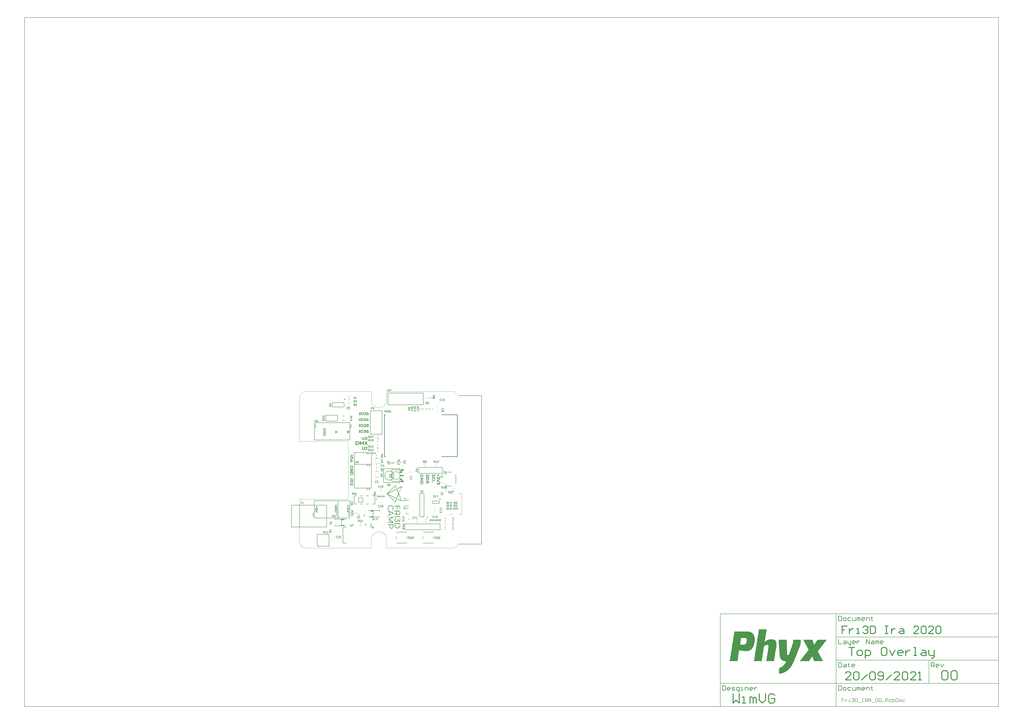
<source format=gto>
G04*
G04 #@! TF.GenerationSoftware,Altium Limited,Altium Designer,21.7.0 (8)*
G04*
G04 Layer_Color=65535*
%FSLAX25Y25*%
%MOIN*%
G70*
G04*
G04 #@! TF.SameCoordinates,1325804E-F4F0-4480-9AD4-437C1A0D12FC*
G04*
G04*
G04 #@! TF.FilePolarity,Positive*
G04*
G01*
G75*
%ADD10C,0.00591*%
%ADD11C,0.00984*%
%ADD12C,0.00787*%
%ADD13C,0.00394*%
%ADD14C,0.01575*%
%ADD15R,0.04331X0.01772*%
G36*
X117094Y229598D02*
X115011D01*
X114933Y228651D01*
X115409D01*
X115442Y228646D01*
X115475D01*
X115512Y228642D01*
X115598Y228638D01*
X115700Y228630D01*
X115811Y228614D01*
X115930Y228597D01*
X116053Y228577D01*
X116184Y228548D01*
X116311Y228515D01*
X116442Y228474D01*
X116565Y228425D01*
X116684Y228368D01*
X116795Y228302D01*
X116897Y228228D01*
X116901Y228224D01*
X116918Y228208D01*
X116942Y228183D01*
X116975Y228150D01*
X117016Y228109D01*
X117057Y228060D01*
X117102Y227999D01*
X117151Y227929D01*
X117197Y227855D01*
X117242Y227769D01*
X117287Y227675D01*
X117324Y227576D01*
X117357Y227470D01*
X117381Y227355D01*
X117397Y227232D01*
X117402Y227101D01*
Y227097D01*
Y227080D01*
Y227056D01*
X117397Y227023D01*
X117393Y226982D01*
X117389Y226937D01*
X117381Y226884D01*
X117373Y226826D01*
X117361Y226765D01*
X117344Y226699D01*
X117303Y226560D01*
X117279Y226486D01*
X117250Y226412D01*
X117213Y226338D01*
X117172Y226269D01*
X117168Y226264D01*
X117160Y226252D01*
X117147Y226232D01*
X117131Y226207D01*
X117106Y226174D01*
X117074Y226137D01*
X117041Y226096D01*
X117000Y226055D01*
X116955Y226006D01*
X116901Y225961D01*
X116844Y225912D01*
X116782Y225858D01*
X116713Y225809D01*
X116639Y225764D01*
X116561Y225719D01*
X116475Y225674D01*
X116471Y225670D01*
X116455Y225666D01*
X116426Y225654D01*
X116393Y225641D01*
X116348Y225625D01*
X116290Y225604D01*
X116229Y225584D01*
X116159Y225563D01*
X116077Y225543D01*
X115991Y225522D01*
X115897Y225506D01*
X115794Y225485D01*
X115684Y225473D01*
X115569Y225461D01*
X115450Y225457D01*
X115323Y225453D01*
X115270D01*
X115233Y225457D01*
X115188D01*
X115130Y225461D01*
X115069Y225465D01*
X114995Y225469D01*
X114921Y225477D01*
X114839Y225485D01*
X114753Y225498D01*
X114663Y225510D01*
X114478Y225543D01*
X114286Y225588D01*
X114281D01*
X114265Y225596D01*
X114236Y225600D01*
X114199Y225612D01*
X114158Y225629D01*
X114105Y225645D01*
X114048Y225666D01*
X113986Y225686D01*
X113921Y225715D01*
X113851Y225744D01*
X113707Y225809D01*
X113560Y225891D01*
X113420Y225981D01*
X113876Y226867D01*
X113880Y226863D01*
X113888Y226859D01*
X113904Y226847D01*
X113925Y226830D01*
X113953Y226814D01*
X113986Y226793D01*
X114023Y226769D01*
X114064Y226744D01*
X114113Y226719D01*
X114163Y226691D01*
X114273Y226638D01*
X114396Y226584D01*
X114532Y226535D01*
X114536D01*
X114548Y226531D01*
X114568Y226523D01*
X114597Y226519D01*
X114630Y226506D01*
X114671Y226498D01*
X114716Y226486D01*
X114769Y226478D01*
X114823Y226465D01*
X114884Y226453D01*
X115011Y226437D01*
X115151Y226420D01*
X115298Y226416D01*
X115339D01*
X115372Y226420D01*
X115405D01*
X115450Y226424D01*
X115495Y226432D01*
X115548Y226437D01*
X115655Y226457D01*
X115770Y226490D01*
X115881Y226531D01*
X115930Y226560D01*
X115979Y226588D01*
X115983Y226592D01*
X115991Y226596D01*
X116004Y226605D01*
X116020Y226621D01*
X116057Y226658D01*
X116106Y226711D01*
X116151Y226781D01*
X116192Y226863D01*
X116204Y226908D01*
X116217Y226957D01*
X116225Y227011D01*
X116229Y227068D01*
Y227072D01*
Y227080D01*
Y227097D01*
X116225Y227121D01*
X116221Y227146D01*
X116217Y227179D01*
X116196Y227248D01*
X116163Y227326D01*
X116143Y227367D01*
X116118Y227408D01*
X116090Y227445D01*
X116053Y227482D01*
X116012Y227519D01*
X115967Y227552D01*
X115963D01*
X115954Y227560D01*
X115938Y227568D01*
X115917Y227576D01*
X115889Y227589D01*
X115852Y227605D01*
X115807Y227617D01*
X115758Y227634D01*
X115700Y227650D01*
X115635Y227662D01*
X115561Y227679D01*
X115479Y227691D01*
X115389Y227699D01*
X115290Y227708D01*
X115183Y227716D01*
X113789D01*
X114048Y230528D01*
X117094D01*
Y229598D01*
D02*
G37*
G36*
X112863Y229778D02*
X111735Y228495D01*
X111744D01*
X111764Y228491D01*
X111797Y228483D01*
X111842Y228474D01*
X111899Y228458D01*
X111961Y228442D01*
X112031Y228421D01*
X112109Y228392D01*
X112186Y228364D01*
X112268Y228327D01*
X112355Y228290D01*
X112436Y228241D01*
X112519Y228191D01*
X112596Y228134D01*
X112670Y228073D01*
X112740Y228003D01*
X112744Y227999D01*
X112756Y227986D01*
X112773Y227966D01*
X112793Y227933D01*
X112822Y227896D01*
X112851Y227851D01*
X112883Y227802D01*
X112916Y227740D01*
X112949Y227675D01*
X112982Y227605D01*
X113011Y227527D01*
X113039Y227445D01*
X113060Y227355D01*
X113076Y227261D01*
X113088Y227162D01*
X113093Y227060D01*
Y227056D01*
Y227039D01*
Y227019D01*
X113088Y226986D01*
X113084Y226949D01*
X113080Y226904D01*
X113072Y226851D01*
X113064Y226797D01*
X113051Y226736D01*
X113035Y226674D01*
X112994Y226539D01*
X112970Y226469D01*
X112941Y226396D01*
X112904Y226326D01*
X112863Y226256D01*
X112859Y226252D01*
X112851Y226240D01*
X112838Y226219D01*
X112822Y226195D01*
X112797Y226166D01*
X112769Y226129D01*
X112732Y226088D01*
X112691Y226047D01*
X112646Y226002D01*
X112596Y225953D01*
X112539Y225904D01*
X112478Y225854D01*
X112408Y225805D01*
X112334Y225760D01*
X112256Y225715D01*
X112170Y225670D01*
X112166Y225666D01*
X112150Y225662D01*
X112121Y225649D01*
X112088Y225637D01*
X112043Y225621D01*
X111986Y225600D01*
X111924Y225580D01*
X111850Y225563D01*
X111772Y225543D01*
X111686Y225522D01*
X111592Y225502D01*
X111489Y225485D01*
X111383Y225473D01*
X111268Y225461D01*
X111149Y225457D01*
X111022Y225453D01*
X110969D01*
X110932Y225457D01*
X110887D01*
X110829Y225461D01*
X110768Y225465D01*
X110694Y225469D01*
X110620Y225477D01*
X110538Y225485D01*
X110452Y225498D01*
X110362Y225510D01*
X110177Y225543D01*
X109985Y225588D01*
X109981D01*
X109964Y225596D01*
X109935Y225600D01*
X109899Y225612D01*
X109858Y225629D01*
X109804Y225645D01*
X109747Y225666D01*
X109685Y225686D01*
X109620Y225715D01*
X109550Y225744D01*
X109407Y225809D01*
X109263Y225891D01*
X109124Y225981D01*
X109566Y226867D01*
X109571Y226863D01*
X109579Y226859D01*
X109595Y226847D01*
X109616Y226830D01*
X109644Y226814D01*
X109677Y226793D01*
X109714Y226769D01*
X109755Y226744D01*
X109804Y226719D01*
X109853Y226691D01*
X109964Y226638D01*
X110091Y226584D01*
X110227Y226535D01*
X110231D01*
X110243Y226531D01*
X110264Y226523D01*
X110292Y226519D01*
X110325Y226506D01*
X110366Y226498D01*
X110411Y226486D01*
X110464Y226478D01*
X110522Y226465D01*
X110579Y226453D01*
X110710Y226437D01*
X110850Y226420D01*
X110993Y226416D01*
X111034D01*
X111067Y226420D01*
X111104D01*
X111145Y226424D01*
X111194Y226428D01*
X111243Y226437D01*
X111354Y226457D01*
X111469Y226486D01*
X111580Y226527D01*
X111629Y226555D01*
X111678Y226584D01*
X111682Y226588D01*
X111690Y226592D01*
X111703Y226601D01*
X111719Y226617D01*
X111756Y226654D01*
X111805Y226707D01*
X111850Y226773D01*
X111891Y226855D01*
X111904Y226900D01*
X111916Y226953D01*
X111924Y227002D01*
X111928Y227060D01*
Y227068D01*
Y227084D01*
X111924Y227117D01*
X111912Y227154D01*
X111899Y227203D01*
X111879Y227253D01*
X111850Y227310D01*
X111813Y227367D01*
X111760Y227425D01*
X111698Y227482D01*
X111625Y227531D01*
X111580Y227556D01*
X111535Y227580D01*
X111481Y227601D01*
X111428Y227617D01*
X111366Y227634D01*
X111301Y227650D01*
X111231Y227658D01*
X111157Y227667D01*
X111079Y227675D01*
X110468D01*
Y228437D01*
X111494Y229598D01*
X109370D01*
Y230528D01*
X112863D01*
Y229778D01*
D02*
G37*
G36*
X102510Y225535D02*
X101354D01*
Y230528D01*
X102510D01*
Y225535D01*
D02*
G37*
G36*
X106188Y230606D02*
X106246D01*
X106311Y230602D01*
X106393Y230594D01*
X106483Y230582D01*
X106578Y230569D01*
X106684Y230549D01*
X106795Y230528D01*
X106910Y230500D01*
X107029Y230467D01*
X107152Y230430D01*
X107271Y230385D01*
X107389Y230332D01*
X107508Y230274D01*
X107517Y230270D01*
X107537Y230258D01*
X107570Y230241D01*
X107611Y230213D01*
X107664Y230180D01*
X107726Y230139D01*
X107791Y230090D01*
X107865Y230036D01*
X107943Y229971D01*
X108021Y229905D01*
X108103Y229827D01*
X108185Y229745D01*
X108267Y229655D01*
X108345Y229561D01*
X108419Y229458D01*
X108488Y229352D01*
X108492Y229344D01*
X108505Y229327D01*
X108521Y229294D01*
X108546Y229249D01*
X108570Y229192D01*
X108603Y229126D01*
X108632Y229052D01*
X108669Y228966D01*
X108701Y228872D01*
X108734Y228774D01*
X108763Y228663D01*
X108788Y228548D01*
X108812Y228425D01*
X108828Y228298D01*
X108841Y228167D01*
X108845Y228031D01*
Y228023D01*
Y227999D01*
X108841Y227958D01*
Y227908D01*
X108833Y227843D01*
X108824Y227765D01*
X108816Y227683D01*
X108800Y227589D01*
X108783Y227490D01*
X108759Y227384D01*
X108730Y227273D01*
X108693Y227158D01*
X108652Y227043D01*
X108607Y226929D01*
X108550Y226814D01*
X108488Y226703D01*
X108484Y226695D01*
X108472Y226678D01*
X108451Y226646D01*
X108423Y226605D01*
X108386Y226555D01*
X108341Y226502D01*
X108291Y226437D01*
X108234Y226367D01*
X108164Y226297D01*
X108090Y226223D01*
X108013Y226146D01*
X107926Y226068D01*
X107832Y225994D01*
X107730Y225920D01*
X107623Y225850D01*
X107508Y225785D01*
X107500Y225781D01*
X107480Y225772D01*
X107447Y225756D01*
X107398Y225731D01*
X107340Y225707D01*
X107271Y225678D01*
X107193Y225649D01*
X107102Y225621D01*
X107004Y225588D01*
X106897Y225559D01*
X106783Y225531D01*
X106660Y225506D01*
X106533Y225485D01*
X106397Y225469D01*
X106258Y225457D01*
X106114Y225453D01*
X106081D01*
X106036Y225457D01*
X105983D01*
X105913Y225465D01*
X105835Y225469D01*
X105745Y225481D01*
X105647Y225494D01*
X105540Y225510D01*
X105430Y225535D01*
X105315Y225559D01*
X105196Y225592D01*
X105073Y225629D01*
X104950Y225674D01*
X104831Y225727D01*
X104712Y225785D01*
X104704Y225789D01*
X104683Y225801D01*
X104651Y225817D01*
X104610Y225846D01*
X104556Y225879D01*
X104495Y225920D01*
X104429Y225969D01*
X104355Y226023D01*
X104278Y226088D01*
X104200Y226154D01*
X104118Y226232D01*
X104036Y226314D01*
X103954Y226400D01*
X103876Y226494D01*
X103802Y226596D01*
X103732Y226703D01*
X103728Y226711D01*
X103716Y226732D01*
X103699Y226765D01*
X103679Y226806D01*
X103650Y226863D01*
X103621Y226929D01*
X103589Y227007D01*
X103556Y227093D01*
X103523Y227183D01*
X103490Y227285D01*
X103462Y227396D01*
X103433Y227511D01*
X103412Y227634D01*
X103396Y227761D01*
X103384Y227896D01*
X103380Y228031D01*
Y228036D01*
Y228040D01*
Y228064D01*
X103384Y228101D01*
Y228154D01*
X103392Y228220D01*
X103400Y228294D01*
X103408Y228380D01*
X103425Y228470D01*
X103441Y228573D01*
X103466Y228675D01*
X103494Y228786D01*
X103527Y228897D01*
X103568Y229011D01*
X103617Y229126D01*
X103671Y229241D01*
X103732Y229352D01*
X103736Y229360D01*
X103749Y229376D01*
X103769Y229409D01*
X103798Y229450D01*
X103835Y229499D01*
X103880Y229557D01*
X103929Y229618D01*
X103990Y229688D01*
X104056Y229762D01*
X104130Y229836D01*
X104208Y229913D01*
X104298Y229991D01*
X104392Y230065D01*
X104491Y230139D01*
X104597Y230209D01*
X104712Y230274D01*
X104720Y230278D01*
X104741Y230291D01*
X104774Y230307D01*
X104823Y230328D01*
X104880Y230352D01*
X104950Y230381D01*
X105032Y230410D01*
X105122Y230442D01*
X105220Y230475D01*
X105327Y230504D01*
X105446Y230533D01*
X105565Y230557D01*
X105696Y230578D01*
X105831Y230598D01*
X105971Y230606D01*
X106114Y230610D01*
X106147D01*
X106188Y230606D01*
D02*
G37*
G36*
X112063Y219778D02*
X110936Y218495D01*
X110944D01*
X110965Y218491D01*
X110997Y218482D01*
X111042Y218474D01*
X111100Y218458D01*
X111161Y218442D01*
X111231Y218421D01*
X111309Y218392D01*
X111387Y218364D01*
X111469Y218327D01*
X111555Y218290D01*
X111637Y218241D01*
X111719Y218191D01*
X111797Y218134D01*
X111871Y218073D01*
X111940Y218003D01*
X111944Y217999D01*
X111957Y217986D01*
X111973Y217966D01*
X111994Y217933D01*
X112022Y217896D01*
X112051Y217851D01*
X112084Y217802D01*
X112117Y217740D01*
X112150Y217675D01*
X112182Y217605D01*
X112211Y217527D01*
X112240Y217445D01*
X112260Y217355D01*
X112277Y217261D01*
X112289Y217162D01*
X112293Y217060D01*
Y217056D01*
Y217039D01*
Y217019D01*
X112289Y216986D01*
X112285Y216949D01*
X112281Y216904D01*
X112273Y216851D01*
X112264Y216797D01*
X112252Y216736D01*
X112236Y216674D01*
X112195Y216539D01*
X112170Y216469D01*
X112141Y216396D01*
X112104Y216326D01*
X112063Y216256D01*
X112059Y216252D01*
X112051Y216240D01*
X112039Y216219D01*
X112022Y216195D01*
X111998Y216166D01*
X111969Y216129D01*
X111932Y216088D01*
X111891Y216047D01*
X111846Y216002D01*
X111797Y215953D01*
X111740Y215904D01*
X111678Y215854D01*
X111608Y215805D01*
X111535Y215760D01*
X111457Y215715D01*
X111371Y215670D01*
X111366Y215666D01*
X111350Y215662D01*
X111321Y215649D01*
X111288Y215637D01*
X111243Y215621D01*
X111186Y215600D01*
X111125Y215580D01*
X111051Y215563D01*
X110973Y215543D01*
X110887Y215522D01*
X110792Y215502D01*
X110690Y215485D01*
X110583Y215473D01*
X110468Y215461D01*
X110350Y215457D01*
X110222Y215453D01*
X110169D01*
X110132Y215457D01*
X110087D01*
X110030Y215461D01*
X109968Y215465D01*
X109895Y215469D01*
X109821Y215477D01*
X109739Y215485D01*
X109653Y215498D01*
X109562Y215510D01*
X109378Y215543D01*
X109185Y215588D01*
X109181D01*
X109165Y215596D01*
X109136Y215600D01*
X109099Y215613D01*
X109058Y215629D01*
X109005Y215645D01*
X108947Y215666D01*
X108886Y215686D01*
X108820Y215715D01*
X108751Y215744D01*
X108607Y215809D01*
X108464Y215891D01*
X108324Y215982D01*
X108767Y216867D01*
X108771Y216863D01*
X108779Y216859D01*
X108796Y216847D01*
X108816Y216830D01*
X108845Y216814D01*
X108878Y216793D01*
X108915Y216769D01*
X108956Y216744D01*
X109005Y216720D01*
X109054Y216691D01*
X109165Y216637D01*
X109292Y216584D01*
X109427Y216535D01*
X109431D01*
X109443Y216531D01*
X109464Y216523D01*
X109493Y216519D01*
X109526Y216506D01*
X109566Y216498D01*
X109612Y216486D01*
X109665Y216478D01*
X109722Y216465D01*
X109780Y216453D01*
X109911Y216437D01*
X110050Y216420D01*
X110194Y216416D01*
X110235D01*
X110268Y216420D01*
X110304D01*
X110345Y216424D01*
X110395Y216428D01*
X110444Y216437D01*
X110555Y216457D01*
X110669Y216486D01*
X110780Y216527D01*
X110829Y216556D01*
X110879Y216584D01*
X110883Y216588D01*
X110891Y216592D01*
X110903Y216601D01*
X110919Y216617D01*
X110956Y216654D01*
X111006Y216707D01*
X111051Y216773D01*
X111092Y216855D01*
X111104Y216900D01*
X111116Y216953D01*
X111125Y217002D01*
X111129Y217060D01*
Y217068D01*
Y217084D01*
X111125Y217117D01*
X111112Y217154D01*
X111100Y217203D01*
X111079Y217252D01*
X111051Y217310D01*
X111014Y217367D01*
X110960Y217425D01*
X110899Y217482D01*
X110825Y217531D01*
X110780Y217556D01*
X110735Y217581D01*
X110682Y217601D01*
X110628Y217617D01*
X110567Y217634D01*
X110501Y217650D01*
X110432Y217658D01*
X110358Y217667D01*
X110280Y217675D01*
X109669D01*
Y218437D01*
X110694Y219598D01*
X108570D01*
Y220528D01*
X112063D01*
Y219778D01*
D02*
G37*
G36*
X114154Y217523D02*
X115495D01*
Y218458D01*
X116586D01*
Y217523D01*
X117402D01*
Y216580D01*
X116586D01*
Y215535D01*
X115458D01*
Y216580D01*
X112769D01*
Y217359D01*
X115126Y220528D01*
X116336D01*
X114154Y217523D01*
D02*
G37*
G36*
X101711Y215535D02*
X100555D01*
Y220528D01*
X101711D01*
Y215535D01*
D02*
G37*
G36*
X105389Y220606D02*
X105446D01*
X105512Y220602D01*
X105594Y220594D01*
X105684Y220582D01*
X105778Y220569D01*
X105885Y220549D01*
X105995Y220528D01*
X106110Y220500D01*
X106229Y220467D01*
X106352Y220430D01*
X106471Y220385D01*
X106590Y220332D01*
X106709Y220274D01*
X106717Y220270D01*
X106737Y220258D01*
X106770Y220241D01*
X106811Y220213D01*
X106865Y220180D01*
X106926Y220139D01*
X106992Y220090D01*
X107065Y220036D01*
X107143Y219971D01*
X107221Y219905D01*
X107303Y219827D01*
X107385Y219745D01*
X107467Y219655D01*
X107545Y219561D01*
X107619Y219458D01*
X107689Y219352D01*
X107693Y219343D01*
X107705Y219327D01*
X107721Y219294D01*
X107746Y219249D01*
X107771Y219192D01*
X107803Y219126D01*
X107832Y219052D01*
X107869Y218966D01*
X107902Y218872D01*
X107935Y218774D01*
X107963Y218663D01*
X107988Y218548D01*
X108013Y218425D01*
X108029Y218298D01*
X108041Y218167D01*
X108045Y218032D01*
Y218023D01*
Y217999D01*
X108041Y217958D01*
Y217909D01*
X108033Y217843D01*
X108025Y217765D01*
X108017Y217683D01*
X108000Y217589D01*
X107984Y217490D01*
X107959Y217384D01*
X107931Y217273D01*
X107894Y217158D01*
X107853Y217043D01*
X107808Y216929D01*
X107750Y216814D01*
X107689Y216703D01*
X107685Y216695D01*
X107672Y216679D01*
X107652Y216646D01*
X107623Y216605D01*
X107586Y216556D01*
X107541Y216502D01*
X107492Y216437D01*
X107434Y216367D01*
X107365Y216297D01*
X107291Y216223D01*
X107213Y216145D01*
X107127Y216068D01*
X107033Y215994D01*
X106930Y215920D01*
X106824Y215850D01*
X106709Y215785D01*
X106701Y215781D01*
X106680Y215772D01*
X106647Y215756D01*
X106598Y215731D01*
X106541Y215707D01*
X106471Y215678D01*
X106393Y215649D01*
X106303Y215621D01*
X106204Y215588D01*
X106098Y215559D01*
X105983Y215530D01*
X105860Y215506D01*
X105733Y215485D01*
X105598Y215469D01*
X105458Y215457D01*
X105315Y215453D01*
X105282D01*
X105237Y215457D01*
X105184D01*
X105114Y215465D01*
X105036Y215469D01*
X104946Y215481D01*
X104847Y215494D01*
X104741Y215510D01*
X104630Y215535D01*
X104515Y215559D01*
X104396Y215592D01*
X104273Y215629D01*
X104150Y215674D01*
X104032Y215727D01*
X103913Y215785D01*
X103904Y215789D01*
X103884Y215801D01*
X103851Y215817D01*
X103810Y215846D01*
X103757Y215879D01*
X103695Y215920D01*
X103630Y215969D01*
X103556Y216022D01*
X103478Y216088D01*
X103400Y216154D01*
X103318Y216232D01*
X103236Y216314D01*
X103154Y216400D01*
X103076Y216494D01*
X103002Y216597D01*
X102933Y216703D01*
X102929Y216711D01*
X102916Y216732D01*
X102900Y216765D01*
X102879Y216806D01*
X102851Y216863D01*
X102822Y216929D01*
X102789Y217006D01*
X102756Y217093D01*
X102724Y217183D01*
X102691Y217285D01*
X102662Y217396D01*
X102633Y217511D01*
X102613Y217634D01*
X102596Y217761D01*
X102584Y217896D01*
X102580Y218032D01*
Y218036D01*
Y218040D01*
Y218064D01*
X102584Y218101D01*
Y218155D01*
X102592Y218220D01*
X102601Y218294D01*
X102609Y218380D01*
X102625Y218470D01*
X102642Y218573D01*
X102666Y218675D01*
X102695Y218786D01*
X102728Y218897D01*
X102769Y219011D01*
X102818Y219126D01*
X102871Y219241D01*
X102933Y219352D01*
X102937Y219360D01*
X102949Y219376D01*
X102970Y219409D01*
X102998Y219450D01*
X103035Y219499D01*
X103080Y219557D01*
X103129Y219618D01*
X103191Y219688D01*
X103257Y219762D01*
X103330Y219835D01*
X103408Y219913D01*
X103498Y219991D01*
X103593Y220065D01*
X103691Y220139D01*
X103798Y220209D01*
X103913Y220274D01*
X103921Y220278D01*
X103941Y220291D01*
X103974Y220307D01*
X104023Y220327D01*
X104081Y220352D01*
X104150Y220381D01*
X104232Y220409D01*
X104323Y220442D01*
X104421Y220475D01*
X104528Y220504D01*
X104647Y220532D01*
X104765Y220557D01*
X104897Y220578D01*
X105032Y220598D01*
X105171Y220606D01*
X105315Y220610D01*
X105348D01*
X105389Y220606D01*
D02*
G37*
G36*
X112650Y209778D02*
X111522Y208495D01*
X111530D01*
X111551Y208491D01*
X111584Y208483D01*
X111629Y208474D01*
X111686Y208458D01*
X111748Y208441D01*
X111817Y208421D01*
X111895Y208392D01*
X111973Y208364D01*
X112055Y208327D01*
X112141Y208290D01*
X112223Y208241D01*
X112305Y208191D01*
X112383Y208134D01*
X112457Y208072D01*
X112527Y208003D01*
X112531Y207999D01*
X112543Y207986D01*
X112559Y207966D01*
X112580Y207933D01*
X112609Y207896D01*
X112637Y207851D01*
X112670Y207802D01*
X112703Y207740D01*
X112736Y207675D01*
X112769Y207605D01*
X112797Y207527D01*
X112826Y207445D01*
X112847Y207355D01*
X112863Y207261D01*
X112875Y207162D01*
X112879Y207060D01*
Y207056D01*
Y207039D01*
Y207019D01*
X112875Y206986D01*
X112871Y206949D01*
X112867Y206904D01*
X112859Y206851D01*
X112851Y206797D01*
X112838Y206736D01*
X112822Y206674D01*
X112781Y206539D01*
X112756Y206469D01*
X112728Y206396D01*
X112691Y206326D01*
X112650Y206256D01*
X112646Y206252D01*
X112637Y206240D01*
X112625Y206219D01*
X112609Y206195D01*
X112584Y206166D01*
X112555Y206129D01*
X112519Y206088D01*
X112478Y206047D01*
X112432Y206002D01*
X112383Y205953D01*
X112326Y205904D01*
X112264Y205854D01*
X112195Y205805D01*
X112121Y205760D01*
X112043Y205715D01*
X111957Y205670D01*
X111953Y205666D01*
X111936Y205662D01*
X111908Y205649D01*
X111875Y205637D01*
X111830Y205621D01*
X111772Y205600D01*
X111711Y205580D01*
X111637Y205563D01*
X111559Y205543D01*
X111473Y205522D01*
X111379Y205502D01*
X111276Y205485D01*
X111170Y205473D01*
X111055Y205461D01*
X110936Y205457D01*
X110809Y205453D01*
X110756D01*
X110719Y205457D01*
X110673D01*
X110616Y205461D01*
X110555Y205465D01*
X110481Y205469D01*
X110407Y205477D01*
X110325Y205485D01*
X110239Y205498D01*
X110149Y205510D01*
X109964Y205543D01*
X109772Y205588D01*
X109767D01*
X109751Y205596D01*
X109722Y205600D01*
X109685Y205612D01*
X109644Y205629D01*
X109591Y205645D01*
X109534Y205666D01*
X109472Y205686D01*
X109407Y205715D01*
X109337Y205744D01*
X109193Y205809D01*
X109050Y205891D01*
X108911Y205981D01*
X109353Y206867D01*
X109357Y206863D01*
X109366Y206859D01*
X109382Y206847D01*
X109403Y206830D01*
X109431Y206814D01*
X109464Y206793D01*
X109501Y206769D01*
X109542Y206744D01*
X109591Y206719D01*
X109640Y206691D01*
X109751Y206638D01*
X109878Y206584D01*
X110013Y206535D01*
X110018D01*
X110030Y206531D01*
X110050Y206523D01*
X110079Y206519D01*
X110112Y206506D01*
X110153Y206498D01*
X110198Y206486D01*
X110251Y206478D01*
X110309Y206465D01*
X110366Y206453D01*
X110497Y206437D01*
X110637Y206420D01*
X110780Y206416D01*
X110821D01*
X110854Y206420D01*
X110891D01*
X110932Y206424D01*
X110981Y206428D01*
X111030Y206437D01*
X111141Y206457D01*
X111256Y206486D01*
X111366Y206527D01*
X111416Y206556D01*
X111465Y206584D01*
X111469Y206588D01*
X111477Y206592D01*
X111489Y206601D01*
X111506Y206617D01*
X111543Y206654D01*
X111592Y206707D01*
X111637Y206773D01*
X111678Y206855D01*
X111690Y206900D01*
X111703Y206953D01*
X111711Y207002D01*
X111715Y207060D01*
Y207068D01*
Y207084D01*
X111711Y207117D01*
X111698Y207154D01*
X111686Y207203D01*
X111666Y207253D01*
X111637Y207310D01*
X111600Y207367D01*
X111547Y207425D01*
X111485Y207482D01*
X111411Y207531D01*
X111366Y207556D01*
X111321Y207580D01*
X111268Y207601D01*
X111215Y207617D01*
X111153Y207634D01*
X111088Y207650D01*
X111018Y207658D01*
X110944Y207667D01*
X110866Y207675D01*
X110255D01*
Y208437D01*
X111280Y209598D01*
X109157D01*
Y210528D01*
X112650D01*
Y209778D01*
D02*
G37*
G36*
X115237Y210606D02*
X115270D01*
X115302Y210602D01*
X115339D01*
X115429Y210590D01*
X115532Y210578D01*
X115643Y210557D01*
X115766Y210532D01*
X115897Y210496D01*
X116028Y210455D01*
X116163Y210401D01*
X116303Y210340D01*
X116438Y210266D01*
X116569Y210184D01*
X116692Y210082D01*
X116807Y209971D01*
X116815Y209963D01*
X116832Y209942D01*
X116860Y209905D01*
X116901Y209852D01*
X116946Y209786D01*
X116996Y209708D01*
X117049Y209614D01*
X117106Y209503D01*
X117160Y209380D01*
X117213Y209245D01*
X117262Y209093D01*
X117307Y208929D01*
X117348Y208753D01*
X117377Y208560D01*
X117393Y208355D01*
X117402Y208138D01*
Y208134D01*
Y208130D01*
Y208118D01*
Y208101D01*
Y208081D01*
Y208056D01*
X117397Y207995D01*
X117393Y207925D01*
X117385Y207839D01*
X117373Y207740D01*
X117361Y207638D01*
X117344Y207527D01*
X117324Y207408D01*
X117299Y207289D01*
X117266Y207166D01*
X117229Y207043D01*
X117188Y206920D01*
X117139Y206797D01*
X117082Y206683D01*
X117078Y206674D01*
X117065Y206658D01*
X117049Y206625D01*
X117024Y206584D01*
X116992Y206531D01*
X116951Y206473D01*
X116905Y206408D01*
X116852Y206342D01*
X116791Y206269D01*
X116725Y206191D01*
X116651Y206117D01*
X116573Y206039D01*
X116487Y205965D01*
X116393Y205891D01*
X116295Y205826D01*
X116188Y205764D01*
X116180Y205760D01*
X116163Y205752D01*
X116131Y205735D01*
X116086Y205715D01*
X116032Y205690D01*
X115967Y205666D01*
X115889Y205637D01*
X115807Y205608D01*
X115712Y205580D01*
X115610Y205551D01*
X115499Y205526D01*
X115380Y205502D01*
X115257Y205481D01*
X115130Y205465D01*
X114995Y205457D01*
X114856Y205453D01*
X114786D01*
X114753Y205457D01*
X114708D01*
X114663Y205461D01*
X114610Y205465D01*
X114552Y205469D01*
X114491Y205473D01*
X114364Y205489D01*
X114228Y205510D01*
X114089Y205539D01*
X114085D01*
X114072Y205543D01*
X114052Y205547D01*
X114027Y205555D01*
X113999Y205563D01*
X113962Y205576D01*
X113921Y205588D01*
X113876Y205604D01*
X113777Y205637D01*
X113675Y205682D01*
X113572Y205731D01*
X113470Y205789D01*
X113900Y206638D01*
X113904Y206633D01*
X113917Y206625D01*
X113937Y206613D01*
X113966Y206601D01*
X114003Y206580D01*
X114044Y206560D01*
X114097Y206535D01*
X114154Y206515D01*
X114216Y206490D01*
X114286Y206465D01*
X114364Y206445D01*
X114445Y206428D01*
X114536Y206412D01*
X114630Y206400D01*
X114728Y206392D01*
X114835Y206387D01*
X114864D01*
X114897Y206392D01*
X114942D01*
X114991Y206400D01*
X115056Y206408D01*
X115122Y206420D01*
X115196Y206433D01*
X115274Y206453D01*
X115356Y206478D01*
X115442Y206510D01*
X115524Y206543D01*
X115606Y206588D01*
X115688Y206638D01*
X115762Y206695D01*
X115835Y206761D01*
X115840Y206765D01*
X115852Y206777D01*
X115868Y206802D01*
X115893Y206830D01*
X115921Y206871D01*
X115954Y206916D01*
X115991Y206974D01*
X116024Y207039D01*
X116061Y207109D01*
X116098Y207191D01*
X116131Y207281D01*
X116163Y207376D01*
X116188Y207482D01*
X116213Y207593D01*
X116229Y207716D01*
X116237Y207843D01*
X116233Y207839D01*
X116217Y207822D01*
X116192Y207802D01*
X116155Y207773D01*
X116110Y207740D01*
X116053Y207703D01*
X115991Y207663D01*
X115913Y207622D01*
X115831Y207576D01*
X115737Y207540D01*
X115639Y207499D01*
X115528Y207466D01*
X115409Y207437D01*
X115278Y207417D01*
X115143Y207400D01*
X114999Y207396D01*
X114954D01*
X114917Y207400D01*
X114876D01*
X114827Y207408D01*
X114769Y207412D01*
X114712Y207421D01*
X114646Y207429D01*
X114577Y207445D01*
X114429Y207478D01*
X114277Y207527D01*
X114199Y207556D01*
X114126Y207589D01*
X114122Y207593D01*
X114109Y207597D01*
X114089Y207609D01*
X114060Y207626D01*
X114027Y207646D01*
X113990Y207667D01*
X113949Y207695D01*
X113904Y207728D01*
X113855Y207765D01*
X113802Y207806D01*
X113699Y207900D01*
X113601Y208011D01*
X113507Y208134D01*
X113503Y208138D01*
X113498Y208150D01*
X113486Y208171D01*
X113470Y208195D01*
X113453Y208228D01*
X113433Y208269D01*
X113412Y208314D01*
X113392Y208368D01*
X113371Y208425D01*
X113351Y208487D01*
X113330Y208556D01*
X113314Y208626D01*
X113285Y208782D01*
X113281Y208864D01*
X113277Y208950D01*
Y208954D01*
Y208970D01*
Y208999D01*
X113281Y209036D01*
X113285Y209077D01*
X113289Y209126D01*
X113297Y209184D01*
X113310Y209249D01*
X113322Y209315D01*
X113338Y209384D01*
X113359Y209458D01*
X113384Y209532D01*
X113412Y209606D01*
X113445Y209680D01*
X113482Y209753D01*
X113527Y209827D01*
X113531Y209831D01*
X113539Y209844D01*
X113552Y209864D01*
X113572Y209889D01*
X113597Y209922D01*
X113630Y209959D01*
X113666Y209999D01*
X113707Y210040D01*
X113753Y210086D01*
X113802Y210135D01*
X113859Y210184D01*
X113921Y210229D01*
X113986Y210278D01*
X114056Y210323D01*
X114130Y210364D01*
X114208Y210405D01*
X114212Y210409D01*
X114228Y210414D01*
X114253Y210426D01*
X114286Y210438D01*
X114327Y210455D01*
X114372Y210471D01*
X114429Y210487D01*
X114491Y210508D01*
X114560Y210528D01*
X114634Y210545D01*
X114712Y210561D01*
X114794Y210578D01*
X114884Y210590D01*
X114974Y210602D01*
X115069Y210606D01*
X115167Y210610D01*
X115212D01*
X115237Y210606D01*
D02*
G37*
G36*
X102297Y205535D02*
X101141D01*
Y210528D01*
X102297D01*
Y205535D01*
D02*
G37*
G36*
X105975Y210606D02*
X106032D01*
X106098Y210602D01*
X106180Y210594D01*
X106270Y210582D01*
X106364Y210569D01*
X106471Y210549D01*
X106582Y210528D01*
X106696Y210500D01*
X106815Y210467D01*
X106938Y210430D01*
X107057Y210385D01*
X107176Y210332D01*
X107295Y210274D01*
X107303Y210270D01*
X107324Y210258D01*
X107357Y210241D01*
X107398Y210213D01*
X107451Y210180D01*
X107512Y210139D01*
X107578Y210090D01*
X107652Y210036D01*
X107730Y209971D01*
X107808Y209905D01*
X107890Y209827D01*
X107972Y209745D01*
X108054Y209655D01*
X108132Y209561D01*
X108205Y209458D01*
X108275Y209352D01*
X108279Y209344D01*
X108291Y209327D01*
X108308Y209294D01*
X108332Y209249D01*
X108357Y209192D01*
X108390Y209126D01*
X108419Y209052D01*
X108455Y208966D01*
X108488Y208872D01*
X108521Y208774D01*
X108550Y208663D01*
X108574Y208548D01*
X108599Y208425D01*
X108615Y208298D01*
X108628Y208167D01*
X108632Y208032D01*
Y208023D01*
Y207999D01*
X108628Y207958D01*
Y207909D01*
X108619Y207843D01*
X108611Y207765D01*
X108603Y207683D01*
X108587Y207589D01*
X108570Y207490D01*
X108546Y207384D01*
X108517Y207273D01*
X108480Y207158D01*
X108439Y207043D01*
X108394Y206929D01*
X108336Y206814D01*
X108275Y206703D01*
X108271Y206695D01*
X108259Y206679D01*
X108238Y206646D01*
X108209Y206605D01*
X108173Y206556D01*
X108127Y206502D01*
X108078Y206437D01*
X108021Y206367D01*
X107951Y206297D01*
X107877Y206223D01*
X107799Y206146D01*
X107713Y206068D01*
X107619Y205994D01*
X107517Y205920D01*
X107410Y205850D01*
X107295Y205785D01*
X107287Y205781D01*
X107266Y205772D01*
X107234Y205756D01*
X107184Y205731D01*
X107127Y205707D01*
X107057Y205678D01*
X106979Y205649D01*
X106889Y205621D01*
X106791Y205588D01*
X106684Y205559D01*
X106569Y205531D01*
X106446Y205506D01*
X106319Y205485D01*
X106184Y205469D01*
X106045Y205457D01*
X105901Y205453D01*
X105868D01*
X105823Y205457D01*
X105770D01*
X105700Y205465D01*
X105622Y205469D01*
X105532Y205481D01*
X105434Y205494D01*
X105327Y205510D01*
X105216Y205535D01*
X105102Y205559D01*
X104983Y205592D01*
X104860Y205629D01*
X104737Y205674D01*
X104618Y205727D01*
X104499Y205785D01*
X104491Y205789D01*
X104470Y205801D01*
X104437Y205818D01*
X104396Y205846D01*
X104343Y205879D01*
X104282Y205920D01*
X104216Y205969D01*
X104142Y206023D01*
X104064Y206088D01*
X103986Y206154D01*
X103904Y206232D01*
X103822Y206314D01*
X103740Y206400D01*
X103663Y206494D01*
X103589Y206596D01*
X103519Y206703D01*
X103515Y206711D01*
X103503Y206732D01*
X103486Y206765D01*
X103466Y206806D01*
X103437Y206863D01*
X103408Y206929D01*
X103375Y207007D01*
X103343Y207093D01*
X103310Y207183D01*
X103277Y207285D01*
X103248Y207396D01*
X103220Y207511D01*
X103199Y207634D01*
X103183Y207761D01*
X103171Y207896D01*
X103166Y208032D01*
Y208036D01*
Y208040D01*
Y208064D01*
X103171Y208101D01*
Y208155D01*
X103179Y208220D01*
X103187Y208294D01*
X103195Y208380D01*
X103211Y208470D01*
X103228Y208573D01*
X103252Y208675D01*
X103281Y208786D01*
X103314Y208897D01*
X103355Y209011D01*
X103404Y209126D01*
X103457Y209241D01*
X103519Y209352D01*
X103523Y209360D01*
X103535Y209376D01*
X103556Y209409D01*
X103585Y209450D01*
X103621Y209499D01*
X103667Y209557D01*
X103716Y209618D01*
X103777Y209688D01*
X103843Y209762D01*
X103917Y209836D01*
X103995Y209913D01*
X104085Y209991D01*
X104179Y210065D01*
X104278Y210139D01*
X104384Y210209D01*
X104499Y210274D01*
X104507Y210278D01*
X104528Y210291D01*
X104560Y210307D01*
X104610Y210328D01*
X104667Y210352D01*
X104737Y210381D01*
X104819Y210409D01*
X104909Y210442D01*
X105007Y210475D01*
X105114Y210504D01*
X105233Y210532D01*
X105352Y210557D01*
X105483Y210578D01*
X105618Y210598D01*
X105758Y210606D01*
X105901Y210610D01*
X105934D01*
X105975Y210606D01*
D02*
G37*
G36*
X42252Y203492D02*
X42291D01*
X42344Y203486D01*
X42406Y203479D01*
X42472Y203473D01*
X42547Y203460D01*
X42626Y203447D01*
X42711Y203427D01*
X42800Y203404D01*
X42891Y203378D01*
X42983Y203345D01*
X43075Y203305D01*
X43167Y203263D01*
X43256Y203214D01*
X43262Y203210D01*
X43275Y203201D01*
X43301Y203184D01*
X43334Y203161D01*
X43374Y203132D01*
X43420Y203096D01*
X43469Y203056D01*
X43525Y203007D01*
X43584Y202955D01*
X43643Y202895D01*
X43705Y202830D01*
X43764Y202761D01*
X43826Y202685D01*
X43882Y202604D01*
X43938Y202518D01*
X43990Y202426D01*
X43994Y202420D01*
X44003Y202403D01*
X44017Y202377D01*
X44033Y202338D01*
X44053Y202292D01*
X44076Y202233D01*
X44099Y202171D01*
X44125Y202098D01*
X44148Y202016D01*
X44171Y201931D01*
X44194Y201836D01*
X44213Y201738D01*
X44233Y201636D01*
X44246Y201528D01*
X44253Y201413D01*
X44256Y201298D01*
Y201246D01*
X44253Y201209D01*
X44249Y201164D01*
X44246Y201108D01*
X44243Y201049D01*
X44233Y200983D01*
X44223Y200911D01*
X44213Y200836D01*
X44181Y200675D01*
X44161Y200593D01*
X44138Y200511D01*
X44112Y200429D01*
X44079Y200347D01*
X44076Y200340D01*
X44072Y200327D01*
X44059Y200304D01*
X44046Y200275D01*
X44030Y200239D01*
X44007Y200196D01*
X43981Y200147D01*
X43951Y200094D01*
X43915Y200039D01*
X43879Y199983D01*
X43836Y199920D01*
X43790Y199861D01*
X43741Y199799D01*
X43685Y199740D01*
X43630Y199681D01*
X43567Y199625D01*
X43020Y200219D01*
X43026Y200222D01*
X43039Y200239D01*
X43062Y200262D01*
X43088Y200294D01*
X43124Y200337D01*
X43161Y200386D01*
X43203Y200442D01*
X43246Y200508D01*
X43285Y200580D01*
X43328Y200658D01*
X43364Y200744D01*
X43400Y200836D01*
X43426Y200931D01*
X43449Y201032D01*
X43462Y201141D01*
X43469Y201252D01*
Y201288D01*
X43466Y201318D01*
Y201351D01*
X43459Y201387D01*
X43456Y201433D01*
X43449Y201479D01*
X43439Y201531D01*
X43429Y201583D01*
X43400Y201698D01*
X43383Y201757D01*
X43361Y201816D01*
X43338Y201875D01*
X43308Y201931D01*
X43305Y201934D01*
X43301Y201944D01*
X43292Y201961D01*
X43279Y201980D01*
X43262Y202003D01*
X43242Y202033D01*
X43220Y202066D01*
X43193Y202098D01*
X43164Y202134D01*
X43128Y202174D01*
X43092Y202213D01*
X43052Y202249D01*
X43010Y202289D01*
X42960Y202325D01*
X42859Y202394D01*
X42856Y202397D01*
X42846Y202400D01*
X42829Y202410D01*
X42806Y202420D01*
X42780Y202433D01*
X42747Y202446D01*
X42708Y202459D01*
X42665Y202476D01*
X42619Y202492D01*
X42567Y202505D01*
X42514Y202518D01*
X42455Y202531D01*
X42327Y202551D01*
X42262Y202554D01*
X42193Y202558D01*
X42190D01*
X42176D01*
X42157D01*
X42131Y202554D01*
X42098Y202551D01*
X42058Y202548D01*
X42016Y202544D01*
X41970Y202538D01*
X41921Y202528D01*
X41865Y202518D01*
X41753Y202489D01*
X41698Y202469D01*
X41639Y202446D01*
X41583Y202423D01*
X41527Y202394D01*
X41524Y202390D01*
X41514Y202387D01*
X41501Y202377D01*
X41481Y202364D01*
X41455Y202344D01*
X41429Y202325D01*
X41396Y202302D01*
X41363Y202272D01*
X41327Y202243D01*
X41291Y202207D01*
X41252Y202171D01*
X41215Y202128D01*
X41140Y202039D01*
X41074Y201934D01*
X41071Y201931D01*
X41068Y201921D01*
X41061Y201905D01*
X41048Y201882D01*
X41038Y201856D01*
X41025Y201820D01*
X41009Y201783D01*
X40996Y201741D01*
X40979Y201692D01*
X40966Y201639D01*
X40950Y201583D01*
X40940Y201528D01*
X40920Y201400D01*
X40917Y201331D01*
X40914Y201262D01*
Y201223D01*
X40917Y201193D01*
X40920Y201160D01*
X40924Y201118D01*
X40927Y201072D01*
X40937Y201023D01*
X40943Y200967D01*
X40956Y200911D01*
X40986Y200790D01*
X41006Y200727D01*
X41028Y200665D01*
X41055Y200603D01*
X41084Y200544D01*
X42255D01*
Y199701D01*
X40632D01*
X40628Y199704D01*
X40622Y199714D01*
X40609Y199733D01*
X40592Y199757D01*
X40573Y199789D01*
X40550Y199825D01*
X40523Y199868D01*
X40494Y199917D01*
X40464Y199970D01*
X40435Y200029D01*
X40402Y200091D01*
X40372Y200157D01*
X40340Y200225D01*
X40310Y200298D01*
X40258Y200455D01*
Y200458D01*
X40251Y200475D01*
X40245Y200498D01*
X40238Y200527D01*
X40228Y200567D01*
X40218Y200613D01*
X40205Y200665D01*
X40195Y200721D01*
X40182Y200786D01*
X40169Y200852D01*
X40159Y200924D01*
X40150Y200996D01*
X40136Y201154D01*
X40130Y201314D01*
Y201341D01*
X40133Y201374D01*
Y201419D01*
X40136Y201475D01*
X40143Y201537D01*
X40153Y201610D01*
X40163Y201688D01*
X40176Y201774D01*
X40195Y201862D01*
X40215Y201954D01*
X40241Y202049D01*
X40271Y202144D01*
X40307Y202243D01*
X40346Y202338D01*
X40392Y202433D01*
X40395Y202439D01*
X40405Y202456D01*
X40418Y202479D01*
X40441Y202515D01*
X40468Y202558D01*
X40500Y202604D01*
X40540Y202659D01*
X40582Y202715D01*
X40632Y202777D01*
X40687Y202840D01*
X40746Y202905D01*
X40812Y202971D01*
X40884Y203036D01*
X40960Y203099D01*
X41042Y203158D01*
X41127Y203214D01*
X41133Y203217D01*
X41150Y203227D01*
X41176Y203240D01*
X41209Y203256D01*
X41255Y203279D01*
X41307Y203302D01*
X41370Y203328D01*
X41438Y203355D01*
X41514Y203381D01*
X41596Y203407D01*
X41681Y203430D01*
X41776Y203453D01*
X41875Y203469D01*
X41976Y203483D01*
X42085Y203492D01*
X42193Y203496D01*
X42196D01*
X42200D01*
X42219D01*
X42252Y203492D01*
D02*
G37*
G36*
X115930Y200606D02*
X115971D01*
X116020Y200602D01*
X116073Y200598D01*
X116127Y200594D01*
X116188Y200590D01*
X116315Y200573D01*
X116450Y200549D01*
X116590Y200520D01*
X116594D01*
X116606Y200516D01*
X116627Y200512D01*
X116651Y200504D01*
X116684Y200496D01*
X116721Y200483D01*
X116762Y200471D01*
X116807Y200459D01*
X116905Y200422D01*
X117012Y200377D01*
X117115Y200327D01*
X117217Y200270D01*
X116787Y199421D01*
X116782Y199425D01*
X116770Y199434D01*
X116750Y199446D01*
X116721Y199462D01*
X116684Y199479D01*
X116639Y199499D01*
X116590Y199524D01*
X116532Y199548D01*
X116467Y199569D01*
X116397Y199594D01*
X116319Y199614D01*
X116237Y199635D01*
X116151Y199647D01*
X116057Y199659D01*
X115958Y199667D01*
X115856Y199671D01*
X115827D01*
X115794Y199667D01*
X115749D01*
X115696Y199659D01*
X115635Y199651D01*
X115565Y199639D01*
X115491Y199626D01*
X115413Y199606D01*
X115331Y199581D01*
X115245Y199548D01*
X115163Y199516D01*
X115081Y199471D01*
X114999Y199421D01*
X114921Y199364D01*
X114847Y199298D01*
X114843Y199294D01*
X114831Y199282D01*
X114814Y199261D01*
X114790Y199229D01*
X114761Y199192D01*
X114728Y199143D01*
X114696Y199089D01*
X114659Y199024D01*
X114622Y198954D01*
X114589Y198872D01*
X114556Y198786D01*
X114523Y198688D01*
X114499Y198585D01*
X114474Y198470D01*
X114458Y198347D01*
X114450Y198220D01*
X114454Y198224D01*
X114470Y198241D01*
X114495Y198261D01*
X114532Y198290D01*
X114577Y198323D01*
X114630Y198360D01*
X114696Y198400D01*
X114769Y198442D01*
X114851Y198483D01*
X114946Y198523D01*
X115048Y198560D01*
X115159Y198593D01*
X115278Y198622D01*
X115405Y198642D01*
X115540Y198659D01*
X115684Y198663D01*
X115729D01*
X115766Y198659D01*
X115807D01*
X115856Y198655D01*
X115909Y198646D01*
X115971Y198638D01*
X116036Y198630D01*
X116106Y198618D01*
X116250Y198581D01*
X116401Y198536D01*
X116479Y198503D01*
X116553Y198470D01*
X116557Y198466D01*
X116569Y198462D01*
X116590Y198450D01*
X116619Y198433D01*
X116651Y198417D01*
X116688Y198392D01*
X116733Y198364D01*
X116778Y198331D01*
X116828Y198294D01*
X116877Y198253D01*
X116979Y198159D01*
X117082Y198048D01*
X117172Y197925D01*
X117176Y197921D01*
X117180Y197908D01*
X117192Y197888D01*
X117209Y197863D01*
X117225Y197831D01*
X117246Y197790D01*
X117266Y197745D01*
X117287Y197691D01*
X117307Y197634D01*
X117328Y197572D01*
X117348Y197503D01*
X117365Y197433D01*
X117393Y197277D01*
X117397Y197195D01*
X117402Y197109D01*
Y197105D01*
Y197089D01*
Y197060D01*
X117397Y197027D01*
X117393Y196982D01*
X117389Y196933D01*
X117381Y196875D01*
X117369Y196814D01*
X117357Y196744D01*
X117340Y196674D01*
X117320Y196601D01*
X117295Y196527D01*
X117266Y196453D01*
X117234Y196379D01*
X117197Y196305D01*
X117151Y196232D01*
X117147Y196228D01*
X117139Y196215D01*
X117127Y196195D01*
X117106Y196170D01*
X117082Y196137D01*
X117049Y196100D01*
X117012Y196063D01*
X116971Y196018D01*
X116926Y195973D01*
X116877Y195924D01*
X116819Y195875D01*
X116758Y195830D01*
X116692Y195781D01*
X116623Y195736D01*
X116549Y195694D01*
X116471Y195653D01*
X116467Y195649D01*
X116450Y195645D01*
X116426Y195637D01*
X116397Y195621D01*
X116356Y195608D01*
X116307Y195592D01*
X116254Y195571D01*
X116188Y195555D01*
X116122Y195535D01*
X116049Y195518D01*
X115967Y195498D01*
X115885Y195485D01*
X115798Y195473D01*
X115704Y195461D01*
X115610Y195457D01*
X115512Y195453D01*
X115466D01*
X115442Y195457D01*
X115409D01*
X115376Y195461D01*
X115339D01*
X115249Y195473D01*
X115147Y195485D01*
X115036Y195506D01*
X114913Y195535D01*
X114782Y195567D01*
X114650Y195608D01*
X114511Y195662D01*
X114376Y195723D01*
X114241Y195797D01*
X114109Y195883D01*
X113982Y195982D01*
X113867Y196092D01*
X113859Y196100D01*
X113843Y196121D01*
X113814Y196158D01*
X113777Y196211D01*
X113732Y196277D01*
X113679Y196359D01*
X113626Y196453D01*
X113572Y196560D01*
X113519Y196683D01*
X113466Y196818D01*
X113412Y196970D01*
X113371Y197134D01*
X113330Y197310D01*
X113302Y197503D01*
X113285Y197704D01*
X113277Y197921D01*
Y197925D01*
Y197929D01*
Y197941D01*
Y197958D01*
Y197978D01*
X113281Y198003D01*
Y198064D01*
X113285Y198138D01*
X113293Y198220D01*
X113306Y198319D01*
X113318Y198421D01*
X113334Y198532D01*
X113355Y198651D01*
X113380Y198769D01*
X113412Y198892D01*
X113449Y199015D01*
X113490Y199138D01*
X113539Y199261D01*
X113597Y199376D01*
X113601Y199384D01*
X113613Y199405D01*
X113630Y199434D01*
X113658Y199475D01*
X113691Y199528D01*
X113728Y199585D01*
X113777Y199651D01*
X113830Y199721D01*
X113892Y199790D01*
X113958Y199868D01*
X114031Y199942D01*
X114113Y200020D01*
X114199Y200094D01*
X114290Y200168D01*
X114392Y200233D01*
X114495Y200295D01*
X114503Y200299D01*
X114519Y200307D01*
X114552Y200323D01*
X114597Y200344D01*
X114650Y200368D01*
X114716Y200393D01*
X114790Y200422D01*
X114876Y200455D01*
X114970Y200483D01*
X115073Y200512D01*
X115183Y200537D01*
X115298Y200561D01*
X115421Y200582D01*
X115552Y200598D01*
X115688Y200606D01*
X115827Y200610D01*
X115897D01*
X115930Y200606D01*
D02*
G37*
G36*
X112514Y199778D02*
X111387Y198495D01*
X111395D01*
X111416Y198491D01*
X111448Y198483D01*
X111494Y198474D01*
X111551Y198458D01*
X111612Y198442D01*
X111682Y198421D01*
X111760Y198392D01*
X111838Y198364D01*
X111920Y198327D01*
X112006Y198290D01*
X112088Y198241D01*
X112170Y198191D01*
X112248Y198134D01*
X112322Y198073D01*
X112391Y198003D01*
X112396Y197999D01*
X112408Y197986D01*
X112424Y197966D01*
X112445Y197933D01*
X112473Y197896D01*
X112502Y197851D01*
X112535Y197802D01*
X112568Y197740D01*
X112601Y197675D01*
X112633Y197605D01*
X112662Y197527D01*
X112691Y197445D01*
X112711Y197355D01*
X112728Y197261D01*
X112740Y197162D01*
X112744Y197060D01*
Y197056D01*
Y197039D01*
Y197019D01*
X112740Y196986D01*
X112736Y196949D01*
X112732Y196904D01*
X112724Y196851D01*
X112715Y196797D01*
X112703Y196736D01*
X112687Y196674D01*
X112646Y196539D01*
X112621Y196469D01*
X112592Y196396D01*
X112555Y196326D01*
X112514Y196256D01*
X112510Y196252D01*
X112502Y196240D01*
X112490Y196219D01*
X112473Y196195D01*
X112449Y196166D01*
X112420Y196129D01*
X112383Y196088D01*
X112342Y196047D01*
X112297Y196002D01*
X112248Y195953D01*
X112190Y195904D01*
X112129Y195854D01*
X112059Y195805D01*
X111986Y195760D01*
X111908Y195715D01*
X111821Y195670D01*
X111817Y195666D01*
X111801Y195662D01*
X111772Y195649D01*
X111740Y195637D01*
X111694Y195621D01*
X111637Y195600D01*
X111575Y195580D01*
X111502Y195563D01*
X111424Y195543D01*
X111338Y195522D01*
X111243Y195502D01*
X111141Y195485D01*
X111034Y195473D01*
X110919Y195461D01*
X110801Y195457D01*
X110673Y195453D01*
X110620D01*
X110583Y195457D01*
X110538D01*
X110481Y195461D01*
X110419Y195465D01*
X110345Y195469D01*
X110272Y195477D01*
X110190Y195485D01*
X110104Y195498D01*
X110013Y195510D01*
X109829Y195543D01*
X109636Y195588D01*
X109632D01*
X109616Y195596D01*
X109587Y195600D01*
X109550Y195613D01*
X109509Y195629D01*
X109456Y195645D01*
X109398Y195666D01*
X109337Y195686D01*
X109271Y195715D01*
X109202Y195744D01*
X109058Y195809D01*
X108915Y195891D01*
X108775Y195982D01*
X109218Y196867D01*
X109222Y196863D01*
X109230Y196859D01*
X109247Y196847D01*
X109267Y196830D01*
X109296Y196814D01*
X109329Y196793D01*
X109366Y196769D01*
X109407Y196744D01*
X109456Y196720D01*
X109505Y196691D01*
X109616Y196637D01*
X109743Y196584D01*
X109878Y196535D01*
X109882D01*
X109895Y196531D01*
X109915Y196523D01*
X109944Y196519D01*
X109976Y196506D01*
X110018Y196498D01*
X110063Y196486D01*
X110116Y196478D01*
X110173Y196465D01*
X110231Y196453D01*
X110362Y196437D01*
X110501Y196420D01*
X110645Y196416D01*
X110686D01*
X110719Y196420D01*
X110756D01*
X110796Y196424D01*
X110846Y196428D01*
X110895Y196437D01*
X111006Y196457D01*
X111120Y196486D01*
X111231Y196527D01*
X111280Y196555D01*
X111329Y196584D01*
X111334Y196588D01*
X111342Y196592D01*
X111354Y196601D01*
X111371Y196617D01*
X111407Y196654D01*
X111457Y196707D01*
X111502Y196773D01*
X111543Y196855D01*
X111555Y196900D01*
X111567Y196953D01*
X111575Y197002D01*
X111580Y197060D01*
Y197068D01*
Y197084D01*
X111575Y197117D01*
X111563Y197154D01*
X111551Y197203D01*
X111530Y197253D01*
X111502Y197310D01*
X111465Y197367D01*
X111411Y197425D01*
X111350Y197482D01*
X111276Y197531D01*
X111231Y197556D01*
X111186Y197581D01*
X111133Y197601D01*
X111079Y197617D01*
X111018Y197634D01*
X110952Y197650D01*
X110883Y197658D01*
X110809Y197667D01*
X110731Y197675D01*
X110120D01*
Y198437D01*
X111145Y199598D01*
X109021D01*
Y200528D01*
X112514D01*
Y199778D01*
D02*
G37*
G36*
X102162Y195535D02*
X101006D01*
Y200528D01*
X102162D01*
Y195535D01*
D02*
G37*
G36*
X105840Y200606D02*
X105897D01*
X105963Y200602D01*
X106045Y200594D01*
X106135Y200582D01*
X106229Y200569D01*
X106336Y200549D01*
X106446Y200528D01*
X106561Y200500D01*
X106680Y200467D01*
X106803Y200430D01*
X106922Y200385D01*
X107041Y200332D01*
X107160Y200274D01*
X107168Y200270D01*
X107188Y200258D01*
X107221Y200241D01*
X107262Y200213D01*
X107316Y200180D01*
X107377Y200139D01*
X107443Y200090D01*
X107517Y200036D01*
X107594Y199971D01*
X107672Y199905D01*
X107754Y199827D01*
X107836Y199745D01*
X107918Y199655D01*
X107996Y199561D01*
X108070Y199458D01*
X108140Y199352D01*
X108144Y199344D01*
X108156Y199327D01*
X108173Y199294D01*
X108197Y199249D01*
X108222Y199192D01*
X108255Y199126D01*
X108283Y199052D01*
X108320Y198966D01*
X108353Y198872D01*
X108386Y198774D01*
X108414Y198663D01*
X108439Y198548D01*
X108464Y198425D01*
X108480Y198298D01*
X108492Y198167D01*
X108496Y198031D01*
Y198023D01*
Y197999D01*
X108492Y197958D01*
Y197908D01*
X108484Y197843D01*
X108476Y197765D01*
X108468Y197683D01*
X108451Y197589D01*
X108435Y197490D01*
X108410Y197384D01*
X108382Y197273D01*
X108345Y197158D01*
X108304Y197043D01*
X108259Y196929D01*
X108201Y196814D01*
X108140Y196703D01*
X108136Y196695D01*
X108123Y196678D01*
X108103Y196646D01*
X108074Y196605D01*
X108037Y196555D01*
X107992Y196502D01*
X107943Y196437D01*
X107886Y196367D01*
X107816Y196297D01*
X107742Y196223D01*
X107664Y196145D01*
X107578Y196068D01*
X107484Y195994D01*
X107381Y195920D01*
X107275Y195850D01*
X107160Y195785D01*
X107152Y195781D01*
X107131Y195772D01*
X107098Y195756D01*
X107049Y195731D01*
X106992Y195707D01*
X106922Y195678D01*
X106844Y195649D01*
X106754Y195621D01*
X106656Y195588D01*
X106549Y195559D01*
X106434Y195530D01*
X106311Y195506D01*
X106184Y195485D01*
X106049Y195469D01*
X105909Y195457D01*
X105766Y195453D01*
X105733D01*
X105688Y195457D01*
X105635D01*
X105565Y195465D01*
X105487Y195469D01*
X105397Y195481D01*
X105298Y195494D01*
X105192Y195510D01*
X105081Y195535D01*
X104966Y195559D01*
X104847Y195592D01*
X104724Y195629D01*
X104601Y195674D01*
X104482Y195727D01*
X104364Y195785D01*
X104355Y195789D01*
X104335Y195801D01*
X104302Y195817D01*
X104261Y195846D01*
X104208Y195879D01*
X104146Y195920D01*
X104081Y195969D01*
X104007Y196022D01*
X103929Y196088D01*
X103851Y196154D01*
X103769Y196232D01*
X103687Y196314D01*
X103605Y196400D01*
X103527Y196494D01*
X103453Y196597D01*
X103384Y196703D01*
X103380Y196711D01*
X103367Y196732D01*
X103351Y196765D01*
X103330Y196806D01*
X103302Y196863D01*
X103273Y196929D01*
X103240Y197006D01*
X103207Y197093D01*
X103175Y197183D01*
X103142Y197285D01*
X103113Y197396D01*
X103084Y197511D01*
X103064Y197634D01*
X103048Y197761D01*
X103035Y197896D01*
X103031Y198031D01*
Y198036D01*
Y198040D01*
Y198064D01*
X103035Y198101D01*
Y198154D01*
X103043Y198220D01*
X103052Y198294D01*
X103060Y198380D01*
X103076Y198470D01*
X103093Y198573D01*
X103117Y198675D01*
X103146Y198786D01*
X103179Y198897D01*
X103220Y199011D01*
X103269Y199126D01*
X103322Y199241D01*
X103384Y199352D01*
X103388Y199360D01*
X103400Y199376D01*
X103421Y199409D01*
X103449Y199450D01*
X103486Y199499D01*
X103531Y199557D01*
X103580Y199618D01*
X103642Y199688D01*
X103708Y199762D01*
X103781Y199836D01*
X103859Y199913D01*
X103949Y199991D01*
X104044Y200065D01*
X104142Y200139D01*
X104249Y200209D01*
X104364Y200274D01*
X104372Y200278D01*
X104392Y200291D01*
X104425Y200307D01*
X104474Y200327D01*
X104532Y200352D01*
X104601Y200381D01*
X104683Y200410D01*
X104774Y200442D01*
X104872Y200475D01*
X104979Y200504D01*
X105097Y200533D01*
X105216Y200557D01*
X105348Y200578D01*
X105483Y200598D01*
X105622Y200606D01*
X105766Y200610D01*
X105799D01*
X105840Y200606D01*
D02*
G37*
G36*
X84190Y196681D02*
X84187Y196662D01*
Y196609D01*
X84181Y196550D01*
X84174Y196478D01*
X84167Y196399D01*
X84154Y196317D01*
X84141Y196226D01*
X84122Y196134D01*
X84099Y196042D01*
X84072Y195950D01*
X84039Y195858D01*
X84000Y195770D01*
X83957Y195684D01*
X83908Y195609D01*
X83905Y195606D01*
X83895Y195592D01*
X83879Y195573D01*
X83856Y195547D01*
X83830Y195517D01*
X83793Y195484D01*
X83754Y195451D01*
X83708Y195412D01*
X83659Y195376D01*
X83600Y195343D01*
X83538Y195310D01*
X83472Y195281D01*
X83400Y195255D01*
X83321Y195235D01*
X83239Y195222D01*
X83151Y195219D01*
X83147D01*
X83138D01*
X83121D01*
X83101Y195222D01*
X83075D01*
X83046Y195225D01*
X83013Y195232D01*
X82977Y195235D01*
X82895Y195251D01*
X82806Y195278D01*
X82718Y195314D01*
X82672Y195333D01*
X82629Y195360D01*
X82626D01*
X82619Y195366D01*
X82606Y195373D01*
X82593Y195386D01*
X82573Y195399D01*
X82550Y195415D01*
X82501Y195461D01*
X82442Y195514D01*
X82383Y195583D01*
X82324Y195661D01*
X82272Y195750D01*
Y195747D01*
X82265Y195734D01*
X82258Y195717D01*
X82252Y195694D01*
X82239Y195665D01*
X82222Y195632D01*
X82206Y195592D01*
X82186Y195553D01*
X82134Y195468D01*
X82072Y195376D01*
X82035Y195333D01*
X81996Y195291D01*
X81953Y195251D01*
X81907Y195212D01*
X81904Y195209D01*
X81898Y195202D01*
X81881Y195196D01*
X81862Y195183D01*
X81839Y195166D01*
X81809Y195150D01*
X81773Y195133D01*
X81734Y195114D01*
X81691Y195097D01*
X81645Y195081D01*
X81593Y195064D01*
X81537Y195048D01*
X81481Y195035D01*
X81419Y195028D01*
X81353Y195022D01*
X81284Y195018D01*
X81278D01*
X81261D01*
X81235Y195022D01*
X81199Y195025D01*
X81153Y195032D01*
X81104Y195042D01*
X81048Y195051D01*
X80986Y195071D01*
X80923Y195091D01*
X80858Y195117D01*
X80789Y195153D01*
X80724Y195192D01*
X80658Y195238D01*
X80592Y195294D01*
X80533Y195356D01*
X80477Y195429D01*
X80474Y195432D01*
X80464Y195448D01*
X80451Y195471D01*
X80435Y195504D01*
X80412Y195547D01*
X80389Y195599D01*
X80363Y195658D01*
X80336Y195730D01*
X80310Y195809D01*
X80284Y195898D01*
X80261Y195996D01*
X80238Y196101D01*
X80222Y196216D01*
X80208Y196340D01*
X80199Y196475D01*
X80195Y196616D01*
Y198682D01*
X84190D01*
Y196681D01*
D02*
G37*
G36*
X44190Y198077D02*
X41763Y196089D01*
X44190D01*
Y195178D01*
X40195D01*
Y195935D01*
X42619Y197930D01*
X40195D01*
Y198841D01*
X44190D01*
Y198077D01*
D02*
G37*
G36*
X64190Y197308D02*
Y196396D01*
X60195Y194608D01*
Y195579D01*
X61051Y195934D01*
Y197787D01*
X60195Y198141D01*
Y199086D01*
X64190Y197308D01*
D02*
G37*
G36*
X44190Y192353D02*
X44187Y192304D01*
X44184Y192249D01*
X44177Y192183D01*
X44171Y192107D01*
X44161Y192025D01*
X44148Y191940D01*
X44128Y191848D01*
X44108Y191753D01*
X44085Y191655D01*
X44056Y191557D01*
X44023Y191458D01*
X43984Y191360D01*
X43941Y191265D01*
X43938Y191258D01*
X43928Y191242D01*
X43915Y191215D01*
X43895Y191183D01*
X43869Y191140D01*
X43839Y191091D01*
X43803Y191038D01*
X43761Y190979D01*
X43712Y190920D01*
X43659Y190858D01*
X43603Y190792D01*
X43541Y190727D01*
X43472Y190664D01*
X43400Y190602D01*
X43321Y190543D01*
X43239Y190490D01*
X43233Y190487D01*
X43220Y190477D01*
X43193Y190464D01*
X43161Y190448D01*
X43118Y190425D01*
X43065Y190402D01*
X43006Y190376D01*
X42941Y190349D01*
X42865Y190326D01*
X42787Y190300D01*
X42701Y190277D01*
X42609Y190254D01*
X42511Y190238D01*
X42409Y190225D01*
X42304Y190215D01*
X42193Y190212D01*
X42186D01*
X42167D01*
X42134Y190215D01*
X42091D01*
X42039Y190222D01*
X41980Y190225D01*
X41911Y190235D01*
X41835Y190248D01*
X41757Y190261D01*
X41671Y190281D01*
X41586Y190304D01*
X41494Y190330D01*
X41406Y190363D01*
X41314Y190399D01*
X41225Y190441D01*
X41140Y190490D01*
X41133Y190494D01*
X41120Y190504D01*
X41097Y190520D01*
X41065Y190540D01*
X41028Y190569D01*
X40986Y190605D01*
X40937Y190645D01*
X40884Y190691D01*
X40828Y190743D01*
X40773Y190799D01*
X40714Y190864D01*
X40655Y190933D01*
X40599Y191009D01*
X40543Y191087D01*
X40491Y191173D01*
X40441Y191265D01*
X40438Y191271D01*
X40431Y191288D01*
X40418Y191314D01*
X40402Y191353D01*
X40386Y191399D01*
X40363Y191458D01*
X40343Y191520D01*
X40320Y191596D01*
X40297Y191678D01*
X40274Y191763D01*
X40251Y191858D01*
X40235Y191960D01*
X40218Y192068D01*
X40205Y192180D01*
X40199Y192295D01*
X40195Y192416D01*
Y194230D01*
X44190D01*
Y192353D01*
D02*
G37*
G36*
X110049Y185720D02*
Y185716D01*
Y185708D01*
Y185691D01*
Y185671D01*
X110045Y185646D01*
Y185614D01*
Y185581D01*
X110041Y185540D01*
X110032Y185445D01*
X110016Y185343D01*
X110000Y185224D01*
X109975Y185097D01*
X109942Y184962D01*
X109901Y184826D01*
X109856Y184683D01*
X109795Y184544D01*
X109729Y184408D01*
X109647Y184273D01*
X109557Y184146D01*
X109450Y184031D01*
X109442Y184023D01*
X109422Y184006D01*
X109389Y183978D01*
X109340Y183941D01*
X109278Y183896D01*
X109204Y183846D01*
X109118Y183793D01*
X109020Y183740D01*
X108909Y183683D01*
X108782Y183629D01*
X108647Y183580D01*
X108499Y183535D01*
X108335Y183498D01*
X108163Y183469D01*
X107983Y183453D01*
X107786Y183445D01*
X107741D01*
X107712Y183449D01*
X107683D01*
X107646Y183453D01*
X107609D01*
X107519Y183461D01*
X107417Y183477D01*
X107302Y183494D01*
X107175Y183519D01*
X107044Y183547D01*
X106908Y183588D01*
X106769Y183633D01*
X106630Y183691D01*
X106494Y183760D01*
X106359Y183838D01*
X106236Y183929D01*
X106117Y184031D01*
X106109Y184039D01*
X106092Y184060D01*
X106064Y184092D01*
X106023Y184142D01*
X105978Y184203D01*
X105928Y184277D01*
X105875Y184363D01*
X105822Y184466D01*
X105764Y184576D01*
X105711Y184703D01*
X105662Y184843D01*
X105617Y184994D01*
X105576Y185154D01*
X105547Y185331D01*
X105531Y185519D01*
X105523Y185720D01*
Y188521D01*
X106679D01*
Y185765D01*
Y185761D01*
Y185749D01*
Y185732D01*
X106683Y185708D01*
Y185679D01*
X106687Y185642D01*
X106691Y185601D01*
X106695Y185556D01*
X106711Y185454D01*
X106736Y185343D01*
X106773Y185220D01*
X106818Y185097D01*
X106876Y184970D01*
X106949Y184847D01*
X106994Y184790D01*
X107039Y184736D01*
X107093Y184683D01*
X107150Y184634D01*
X107212Y184589D01*
X107277Y184548D01*
X107347Y184511D01*
X107425Y184482D01*
X107507Y184457D01*
X107597Y184441D01*
X107691Y184429D01*
X107794Y184425D01*
X107818D01*
X107847Y184429D01*
X107884D01*
X107929Y184433D01*
X107978Y184441D01*
X108036Y184453D01*
X108101Y184466D01*
X108167Y184482D01*
X108233Y184502D01*
X108302Y184531D01*
X108372Y184560D01*
X108438Y184597D01*
X108503Y184642D01*
X108561Y184691D01*
X108618Y184748D01*
X108622Y184753D01*
X108630Y184765D01*
X108643Y184781D01*
X108663Y184810D01*
X108684Y184847D01*
X108708Y184888D01*
X108737Y184937D01*
X108762Y184999D01*
X108790Y185064D01*
X108815Y185138D01*
X108839Y185224D01*
X108860Y185314D01*
X108880Y185413D01*
X108893Y185523D01*
X108901Y185638D01*
X108905Y185765D01*
Y188521D01*
X110049D01*
Y185720D01*
D02*
G37*
G36*
X113120Y188598D02*
X113173Y188594D01*
X113235Y188586D01*
X113308Y188578D01*
X113386Y188566D01*
X113468Y188549D01*
X113558Y188529D01*
X113649Y188504D01*
X113743Y188471D01*
X113837Y188438D01*
X113936Y188398D01*
X114030Y188348D01*
X114120Y188295D01*
X114124Y188291D01*
X114141Y188283D01*
X114165Y188262D01*
X114202Y188238D01*
X114239Y188209D01*
X114288Y188168D01*
X114342Y188123D01*
X114395Y188069D01*
X114456Y188012D01*
X114518Y187946D01*
X114579Y187873D01*
X114645Y187795D01*
X114707Y187709D01*
X114768Y187614D01*
X114825Y187516D01*
X114879Y187409D01*
X114883Y187401D01*
X114891Y187385D01*
X114903Y187352D01*
X114924Y187307D01*
X114944Y187250D01*
X114965Y187184D01*
X114989Y187106D01*
X115018Y187020D01*
X115043Y186922D01*
X115067Y186815D01*
X115088Y186700D01*
X115112Y186581D01*
X115129Y186450D01*
X115141Y186315D01*
X115149Y186171D01*
X115153Y186024D01*
Y186020D01*
Y186015D01*
Y186003D01*
Y185987D01*
Y185946D01*
X115149Y185888D01*
X115145Y185819D01*
X115137Y185737D01*
X115129Y185646D01*
X115121Y185548D01*
X115104Y185441D01*
X115088Y185331D01*
X115063Y185216D01*
X115039Y185097D01*
X115006Y184978D01*
X114969Y184859D01*
X114928Y184744D01*
X114879Y184634D01*
X114875Y184625D01*
X114866Y184609D01*
X114850Y184576D01*
X114830Y184539D01*
X114801Y184490D01*
X114768Y184433D01*
X114727Y184371D01*
X114682Y184306D01*
X114629Y184236D01*
X114571Y184162D01*
X114510Y184088D01*
X114444Y184015D01*
X114370Y183941D01*
X114292Y183875D01*
X114210Y183810D01*
X114120Y183748D01*
X114116Y183744D01*
X114100Y183736D01*
X114071Y183719D01*
X114034Y183699D01*
X113989Y183678D01*
X113936Y183654D01*
X113870Y183625D01*
X113800Y183596D01*
X113723Y183568D01*
X113636Y183539D01*
X113546Y183514D01*
X113448Y183494D01*
X113345Y183473D01*
X113239Y183457D01*
X113128Y183449D01*
X113013Y183445D01*
X112985D01*
X112952Y183449D01*
X112911D01*
X112853Y183453D01*
X112792Y183461D01*
X112722Y183469D01*
X112644Y183482D01*
X112558Y183498D01*
X112472Y183519D01*
X112378Y183543D01*
X112283Y183572D01*
X112189Y183609D01*
X112095Y183650D01*
X112001Y183695D01*
X111906Y183748D01*
X111902Y183752D01*
X111886Y183760D01*
X111861Y183781D01*
X111828Y183806D01*
X111787Y183838D01*
X111738Y183875D01*
X111685Y183920D01*
X111632Y183974D01*
X111570Y184031D01*
X111509Y184097D01*
X111447Y184170D01*
X111381Y184248D01*
X111320Y184334D01*
X111258Y184429D01*
X111201Y184527D01*
X111148Y184634D01*
X111144Y184642D01*
X111135Y184662D01*
X111123Y184691D01*
X111107Y184736D01*
X111082Y184794D01*
X111062Y184859D01*
X111037Y184937D01*
X111012Y185027D01*
X110984Y185122D01*
X110959Y185228D01*
X110939Y185343D01*
X110918Y185466D01*
X110898Y185597D01*
X110885Y185732D01*
X110877Y185876D01*
X110873Y186024D01*
Y186028D01*
Y186032D01*
Y186044D01*
Y186061D01*
Y186101D01*
X110877Y186159D01*
X110881Y186229D01*
X110889Y186311D01*
X110898Y186401D01*
X110906Y186499D01*
X110922Y186606D01*
X110939Y186716D01*
X110963Y186831D01*
X110988Y186946D01*
X111021Y187065D01*
X111057Y187184D01*
X111099Y187299D01*
X111148Y187409D01*
X111152Y187418D01*
X111160Y187434D01*
X111176Y187467D01*
X111197Y187504D01*
X111226Y187553D01*
X111258Y187610D01*
X111299Y187672D01*
X111345Y187737D01*
X111398Y187807D01*
X111455Y187881D01*
X111517Y187955D01*
X111582Y188029D01*
X111656Y188102D01*
X111734Y188172D01*
X111820Y188233D01*
X111906Y188295D01*
X111910Y188299D01*
X111927Y188307D01*
X111955Y188324D01*
X111992Y188344D01*
X112037Y188365D01*
X112095Y188393D01*
X112156Y188422D01*
X112226Y188451D01*
X112308Y188479D01*
X112390Y188504D01*
X112480Y188533D01*
X112579Y188553D01*
X112681Y188574D01*
X112788Y188590D01*
X112898Y188598D01*
X113013Y188602D01*
X113075D01*
X113120Y188598D01*
D02*
G37*
G36*
X113394Y178248D02*
X115627Y175153D01*
X114023D01*
X112577Y177230D01*
X111155Y175153D01*
X109566D01*
X111780Y178199D01*
X109674Y181146D01*
X111253D01*
X112631Y179202D01*
X113984Y181146D01*
X115480D01*
X113394Y178248D01*
D02*
G37*
G36*
X108828Y175153D02*
X107524D01*
X107519Y178745D01*
X105753Y175783D01*
X105128D01*
X103372Y178671D01*
Y175153D01*
X102073D01*
Y181146D01*
X103219D01*
X105463Y177421D01*
X107672Y181146D01*
X108808D01*
X108828Y175153D01*
D02*
G37*
G36*
X97891Y181141D02*
X97974Y181136D01*
X98073Y181126D01*
X98186Y181116D01*
X98309Y181102D01*
X98437Y181082D01*
X98575Y181052D01*
X98717Y181023D01*
X98865Y180988D01*
X99012Y180944D01*
X99160Y180895D01*
X99308Y180836D01*
X99450Y180772D01*
X99460Y180767D01*
X99485Y180752D01*
X99524Y180733D01*
X99573Y180703D01*
X99637Y180664D01*
X99711Y180620D01*
X99790Y180565D01*
X99878Y180501D01*
X99967Y180428D01*
X100060Y180349D01*
X100159Y180265D01*
X100257Y180172D01*
X100351Y180068D01*
X100444Y179960D01*
X100533Y179842D01*
X100611Y179719D01*
X100616Y179709D01*
X100631Y179690D01*
X100651Y179650D01*
X100675Y179601D01*
X100710Y179537D01*
X100744Y179458D01*
X100784Y179370D01*
X100823Y179271D01*
X100857Y179158D01*
X100897Y179040D01*
X100931Y178912D01*
X100966Y178774D01*
X100990Y178627D01*
X101010Y178474D01*
X101025Y178317D01*
X101030Y178150D01*
Y178140D01*
Y178110D01*
X101025Y178061D01*
Y177997D01*
X101015Y177918D01*
X101010Y177830D01*
X100995Y177726D01*
X100976Y177613D01*
X100956Y177495D01*
X100926Y177367D01*
X100892Y177239D01*
X100853Y177102D01*
X100803Y176969D01*
X100749Y176831D01*
X100685Y176698D01*
X100611Y176570D01*
X100607Y176560D01*
X100592Y176541D01*
X100567Y176506D01*
X100538Y176457D01*
X100493Y176403D01*
X100439Y176339D01*
X100380Y176265D01*
X100311Y176187D01*
X100233Y176103D01*
X100149Y176019D01*
X100051Y175931D01*
X99947Y175842D01*
X99834Y175759D01*
X99716Y175675D01*
X99588Y175596D01*
X99450Y175522D01*
X99440Y175517D01*
X99416Y175508D01*
X99376Y175488D01*
X99318Y175463D01*
X99249Y175439D01*
X99160Y175404D01*
X99067Y175375D01*
X98953Y175340D01*
X98830Y175306D01*
X98703Y175271D01*
X98560Y175237D01*
X98407Y175212D01*
X98245Y175188D01*
X98078Y175168D01*
X97905Y175158D01*
X97723Y175153D01*
X95003D01*
Y181146D01*
X97817D01*
X97891Y181141D01*
D02*
G37*
G36*
X110598Y168988D02*
Y168984D01*
Y168976D01*
Y168959D01*
Y168939D01*
X110594Y168914D01*
Y168881D01*
Y168849D01*
X110590Y168807D01*
X110582Y168713D01*
X110565Y168611D01*
X110549Y168492D01*
X110524Y168365D01*
X110492Y168229D01*
X110451Y168094D01*
X110406Y167951D01*
X110344Y167811D01*
X110278Y167676D01*
X110196Y167541D01*
X110106Y167413D01*
X110000Y167299D01*
X109992Y167290D01*
X109971Y167274D01*
X109938Y167245D01*
X109889Y167209D01*
X109827Y167163D01*
X109754Y167114D01*
X109668Y167061D01*
X109569Y167008D01*
X109458Y166950D01*
X109331Y166897D01*
X109196Y166848D01*
X109048Y166803D01*
X108885Y166766D01*
X108712Y166737D01*
X108532Y166721D01*
X108335Y166712D01*
X108290D01*
X108261Y166717D01*
X108233D01*
X108196Y166721D01*
X108159D01*
X108069Y166729D01*
X107966Y166745D01*
X107851Y166762D01*
X107724Y166786D01*
X107593Y166815D01*
X107458Y166856D01*
X107318Y166901D01*
X107179Y166958D01*
X107044Y167028D01*
X106908Y167106D01*
X106785Y167196D01*
X106666Y167299D01*
X106658Y167307D01*
X106642Y167327D01*
X106613Y167360D01*
X106572Y167409D01*
X106527Y167471D01*
X106478Y167545D01*
X106424Y167631D01*
X106371Y167733D01*
X106314Y167844D01*
X106261Y167971D01*
X106211Y168111D01*
X106166Y168262D01*
X106125Y168422D01*
X106096Y168598D01*
X106080Y168787D01*
X106072Y168988D01*
Y171788D01*
X107228D01*
Y169033D01*
Y169029D01*
Y169017D01*
Y169000D01*
X107232Y168976D01*
Y168947D01*
X107236Y168910D01*
X107240Y168869D01*
X107245Y168824D01*
X107261Y168721D01*
X107285Y168611D01*
X107322Y168488D01*
X107368Y168365D01*
X107425Y168238D01*
X107499Y168115D01*
X107544Y168057D01*
X107589Y168004D01*
X107642Y167951D01*
X107700Y167901D01*
X107761Y167856D01*
X107827Y167815D01*
X107896Y167778D01*
X107974Y167750D01*
X108056Y167725D01*
X108147Y167709D01*
X108241Y167696D01*
X108343Y167692D01*
X108368D01*
X108397Y167696D01*
X108433D01*
X108479Y167701D01*
X108528Y167709D01*
X108585Y167721D01*
X108651Y167733D01*
X108716Y167750D01*
X108782Y167770D01*
X108852Y167799D01*
X108921Y167828D01*
X108987Y167865D01*
X109053Y167910D01*
X109110Y167959D01*
X109167Y168016D01*
X109171Y168020D01*
X109180Y168033D01*
X109192Y168049D01*
X109213Y168078D01*
X109233Y168115D01*
X109258Y168156D01*
X109286Y168205D01*
X109311Y168266D01*
X109340Y168332D01*
X109364Y168406D01*
X109389Y168492D01*
X109409Y168582D01*
X109430Y168680D01*
X109442Y168791D01*
X109450Y168906D01*
X109454Y169033D01*
Y171788D01*
X110598D01*
Y168988D01*
D02*
G37*
G36*
X113231Y171866D02*
X113280D01*
X113333Y171862D01*
X113399Y171854D01*
X113468Y171850D01*
X113542Y171837D01*
X113620Y171825D01*
X113780Y171792D01*
X113948Y171751D01*
X114030Y171723D01*
X114108Y171690D01*
X114112D01*
X114128Y171682D01*
X114149Y171669D01*
X114178Y171657D01*
X114210Y171636D01*
X114251Y171616D01*
X114296Y171587D01*
X114346Y171559D01*
X114448Y171485D01*
X114559Y171399D01*
X114661Y171296D01*
X114711Y171239D01*
X114756Y171177D01*
X114760Y171173D01*
X114764Y171161D01*
X114776Y171144D01*
X114793Y171120D01*
X114809Y171087D01*
X114830Y171050D01*
X114850Y171005D01*
X114875Y170956D01*
X114895Y170898D01*
X114916Y170841D01*
X114936Y170775D01*
X114953Y170706D01*
X114969Y170636D01*
X114981Y170558D01*
X114985Y170476D01*
X114989Y170394D01*
Y170390D01*
Y170378D01*
Y170353D01*
X114985Y170325D01*
Y170288D01*
X114981Y170247D01*
X114977Y170197D01*
X114969Y170148D01*
X114961Y170091D01*
X114948Y170029D01*
X114916Y169902D01*
X114875Y169767D01*
X114817Y169632D01*
Y169627D01*
X114809Y169615D01*
X114797Y169595D01*
X114784Y169570D01*
X114764Y169533D01*
X114739Y169496D01*
X114707Y169447D01*
X114674Y169398D01*
X114629Y169341D01*
X114584Y169275D01*
X114530Y169209D01*
X114469Y169140D01*
X114399Y169066D01*
X114325Y168984D01*
X114247Y168906D01*
X114157Y168820D01*
X113009Y167733D01*
X115153D01*
Y166794D01*
X111381D01*
Y167541D01*
X113308Y169361D01*
X113312Y169365D01*
X113321Y169373D01*
X113337Y169390D01*
X113358Y169410D01*
X113382Y169435D01*
X113411Y169464D01*
X113477Y169533D01*
X113546Y169611D01*
X113612Y169693D01*
X113673Y169779D01*
X113702Y169820D01*
X113723Y169861D01*
Y169865D01*
X113727Y169869D01*
X113731Y169882D01*
X113739Y169898D01*
X113755Y169939D01*
X113776Y169992D01*
X113796Y170058D01*
X113813Y170128D01*
X113825Y170202D01*
X113829Y170279D01*
Y170283D01*
Y170292D01*
Y170308D01*
X113825Y170329D01*
Y170353D01*
X113817Y170382D01*
X113804Y170448D01*
X113780Y170521D01*
X113743Y170599D01*
X113718Y170636D01*
X113694Y170673D01*
X113661Y170706D01*
X113624Y170739D01*
X113620D01*
X113616Y170747D01*
X113604Y170755D01*
X113587Y170763D01*
X113567Y170775D01*
X113538Y170792D01*
X113509Y170804D01*
X113477Y170821D01*
X113435Y170837D01*
X113390Y170849D01*
X113341Y170866D01*
X113288Y170878D01*
X113231Y170886D01*
X113169Y170894D01*
X113099Y170903D01*
X112976D01*
X112943Y170898D01*
X112911Y170894D01*
X112874Y170890D01*
X112833Y170886D01*
X112739Y170870D01*
X112640Y170849D01*
X112538Y170817D01*
X112435Y170775D01*
X112431D01*
X112423Y170771D01*
X112410Y170763D01*
X112390Y170751D01*
X112370Y170739D01*
X112345Y170722D01*
X112283Y170681D01*
X112214Y170632D01*
X112140Y170566D01*
X112066Y170489D01*
X111996Y170402D01*
X111152Y170944D01*
X111156Y170948D01*
X111164Y170964D01*
X111180Y170985D01*
X111205Y171017D01*
X111238Y171050D01*
X111271Y171095D01*
X111316Y171140D01*
X111365Y171194D01*
X111418Y171247D01*
X111480Y171300D01*
X111545Y171358D01*
X111619Y171415D01*
X111693Y171468D01*
X111779Y171526D01*
X111865Y171575D01*
X111960Y171624D01*
X111964Y171628D01*
X111984Y171636D01*
X112013Y171649D01*
X112050Y171661D01*
X112099Y171682D01*
X112156Y171702D01*
X112222Y171723D01*
X112300Y171747D01*
X112382Y171772D01*
X112472Y171792D01*
X112570Y171813D01*
X112673Y171833D01*
X112779Y171846D01*
X112894Y171858D01*
X113013Y171866D01*
X113136Y171870D01*
X113189D01*
X113231Y171866D01*
D02*
G37*
G36*
X90883Y157045D02*
X85889D01*
Y158202D01*
X90883D01*
Y157045D01*
D02*
G37*
G36*
X88455Y156172D02*
X88509D01*
X88574Y156164D01*
X88648Y156156D01*
X88734Y156148D01*
X88824Y156131D01*
X88927Y156115D01*
X89030Y156090D01*
X89140Y156061D01*
X89251Y156029D01*
X89366Y155988D01*
X89481Y155938D01*
X89595Y155885D01*
X89706Y155824D01*
X89714Y155820D01*
X89731Y155807D01*
X89763Y155787D01*
X89804Y155758D01*
X89854Y155721D01*
X89911Y155676D01*
X89973Y155627D01*
X90042Y155565D01*
X90116Y155500D01*
X90190Y155426D01*
X90268Y155348D01*
X90346Y155258D01*
X90419Y155164D01*
X90493Y155065D01*
X90563Y154958D01*
X90628Y154844D01*
X90633Y154835D01*
X90645Y154815D01*
X90661Y154782D01*
X90682Y154733D01*
X90706Y154676D01*
X90735Y154606D01*
X90764Y154524D01*
X90797Y154434D01*
X90829Y154335D01*
X90858Y154229D01*
X90887Y154110D01*
X90911Y153991D01*
X90932Y153860D01*
X90952Y153725D01*
X90961Y153585D01*
X90965Y153442D01*
Y153409D01*
X90961Y153368D01*
Y153310D01*
X90956Y153245D01*
X90948Y153163D01*
X90936Y153073D01*
X90924Y152978D01*
X90903Y152872D01*
X90883Y152761D01*
X90854Y152646D01*
X90821Y152527D01*
X90784Y152404D01*
X90739Y152285D01*
X90686Y152166D01*
X90628Y152048D01*
X90624Y152039D01*
X90612Y152019D01*
X90596Y151986D01*
X90567Y151945D01*
X90534Y151892D01*
X90493Y151830D01*
X90444Y151765D01*
X90391Y151691D01*
X90325Y151613D01*
X90259Y151535D01*
X90182Y151453D01*
X90100Y151371D01*
X90009Y151289D01*
X89915Y151211D01*
X89813Y151137D01*
X89706Y151068D01*
X89698Y151064D01*
X89681Y151051D01*
X89649Y151035D01*
X89604Y151010D01*
X89546Y150986D01*
X89481Y150953D01*
X89407Y150924D01*
X89321Y150887D01*
X89226Y150854D01*
X89128Y150822D01*
X89017Y150793D01*
X88902Y150768D01*
X88779Y150744D01*
X88652Y150727D01*
X88521Y150715D01*
X88386Y150711D01*
X88378D01*
X88353D01*
X88312Y150715D01*
X88263D01*
X88197Y150723D01*
X88119Y150731D01*
X88037Y150740D01*
X87943Y150756D01*
X87845Y150773D01*
X87738Y150797D01*
X87627Y150826D01*
X87512Y150863D01*
X87398Y150904D01*
X87283Y150949D01*
X87168Y151006D01*
X87057Y151068D01*
X87049Y151072D01*
X87033Y151084D01*
X87000Y151104D01*
X86959Y151133D01*
X86910Y151170D01*
X86857Y151215D01*
X86791Y151265D01*
X86721Y151322D01*
X86651Y151392D01*
X86578Y151465D01*
X86500Y151543D01*
X86422Y151629D01*
X86348Y151724D01*
X86274Y151826D01*
X86205Y151933D01*
X86139Y152048D01*
X86135Y152056D01*
X86127Y152076D01*
X86110Y152109D01*
X86086Y152158D01*
X86061Y152216D01*
X86032Y152285D01*
X86004Y152363D01*
X85975Y152453D01*
X85942Y152552D01*
X85913Y152658D01*
X85885Y152773D01*
X85860Y152896D01*
X85840Y153023D01*
X85823Y153159D01*
X85811Y153298D01*
X85807Y153442D01*
Y153474D01*
X85811Y153519D01*
Y153573D01*
X85819Y153642D01*
X85823Y153720D01*
X85836Y153811D01*
X85848Y153909D01*
X85864Y154016D01*
X85889Y154126D01*
X85913Y154241D01*
X85946Y154360D01*
X85983Y154483D01*
X86028Y154606D01*
X86082Y154725D01*
X86139Y154844D01*
X86143Y154852D01*
X86155Y154873D01*
X86172Y154905D01*
X86200Y154946D01*
X86233Y154999D01*
X86274Y155061D01*
X86323Y155127D01*
X86377Y155201D01*
X86442Y155278D01*
X86508Y155356D01*
X86586Y155438D01*
X86668Y155520D01*
X86754Y155602D01*
X86848Y155680D01*
X86951Y155754D01*
X87057Y155824D01*
X87066Y155828D01*
X87086Y155840D01*
X87119Y155856D01*
X87160Y155877D01*
X87217Y155906D01*
X87283Y155934D01*
X87361Y155967D01*
X87447Y156000D01*
X87537Y156033D01*
X87640Y156066D01*
X87750Y156094D01*
X87865Y156123D01*
X87988Y156143D01*
X88115Y156160D01*
X88250Y156172D01*
X88386Y156176D01*
X88390D01*
X88394D01*
X88419D01*
X88455Y156172D01*
D02*
G37*
G36*
X90883Y147853D02*
Y146644D01*
X87877Y148825D01*
Y147484D01*
X88812D01*
Y146394D01*
X87877D01*
Y145578D01*
X86934D01*
Y146394D01*
X85889D01*
Y147521D01*
X86934D01*
Y150211D01*
X87713D01*
X90883Y147853D01*
D02*
G37*
G36*
X88460Y140192D02*
X88509D01*
X88574Y140184D01*
X88652Y140176D01*
X88734Y140168D01*
X88829Y140151D01*
X88927Y140135D01*
X89034Y140110D01*
X89144Y140082D01*
X89259Y140049D01*
X89374Y140008D01*
X89489Y139959D01*
X89604Y139905D01*
X89714Y139844D01*
X89722Y139840D01*
X89739Y139827D01*
X89772Y139807D01*
X89813Y139778D01*
X89862Y139741D01*
X89919Y139696D01*
X89981Y139647D01*
X90050Y139585D01*
X90124Y139520D01*
X90198Y139446D01*
X90276Y139364D01*
X90350Y139278D01*
X90428Y139184D01*
X90497Y139081D01*
X90567Y138974D01*
X90633Y138860D01*
X90637Y138851D01*
X90649Y138831D01*
X90665Y138798D01*
X90686Y138749D01*
X90711Y138692D01*
X90739Y138618D01*
X90768Y138540D01*
X90801Y138450D01*
X90829Y138347D01*
X90858Y138241D01*
X90887Y138122D01*
X90911Y137999D01*
X90936Y137872D01*
X90952Y137736D01*
X90961Y137593D01*
X90965Y137449D01*
Y137384D01*
X90961Y137339D01*
X90956Y137281D01*
X90952Y137212D01*
X90948Y137138D01*
X90936Y137056D01*
X90924Y136966D01*
X90911Y136871D01*
X90870Y136670D01*
X90846Y136568D01*
X90817Y136465D01*
X90784Y136363D01*
X90743Y136260D01*
X90739Y136252D01*
X90735Y136236D01*
X90719Y136207D01*
X90702Y136170D01*
X90682Y136125D01*
X90653Y136072D01*
X90620Y136010D01*
X90583Y135945D01*
X90538Y135875D01*
X90493Y135805D01*
X90440Y135727D01*
X90382Y135653D01*
X90321Y135576D01*
X90251Y135502D01*
X90182Y135428D01*
X90104Y135358D01*
X89419Y136100D01*
X89427Y136105D01*
X89444Y136125D01*
X89472Y136154D01*
X89505Y136195D01*
X89550Y136248D01*
X89595Y136310D01*
X89649Y136379D01*
X89702Y136461D01*
X89751Y136551D01*
X89804Y136650D01*
X89850Y136756D01*
X89895Y136871D01*
X89927Y136990D01*
X89956Y137117D01*
X89973Y137252D01*
X89981Y137392D01*
Y137437D01*
X89977Y137474D01*
Y137515D01*
X89968Y137560D01*
X89964Y137617D01*
X89956Y137675D01*
X89944Y137740D01*
X89931Y137806D01*
X89895Y137950D01*
X89874Y138023D01*
X89845Y138097D01*
X89817Y138171D01*
X89780Y138241D01*
X89776Y138245D01*
X89772Y138257D01*
X89759Y138277D01*
X89743Y138302D01*
X89722Y138331D01*
X89698Y138368D01*
X89669Y138409D01*
X89636Y138450D01*
X89599Y138495D01*
X89554Y138544D01*
X89509Y138593D01*
X89460Y138638D01*
X89407Y138688D01*
X89345Y138733D01*
X89218Y138819D01*
X89214Y138823D01*
X89202Y138827D01*
X89181Y138839D01*
X89152Y138851D01*
X89120Y138868D01*
X89079Y138884D01*
X89030Y138901D01*
X88976Y138921D01*
X88919Y138942D01*
X88853Y138958D01*
X88788Y138974D01*
X88714Y138991D01*
X88554Y139015D01*
X88472Y139020D01*
X88386Y139024D01*
X88382D01*
X88365D01*
X88341D01*
X88308Y139020D01*
X88267Y139015D01*
X88218Y139011D01*
X88164Y139007D01*
X88107Y138999D01*
X88046Y138987D01*
X87976Y138974D01*
X87836Y138938D01*
X87767Y138913D01*
X87693Y138884D01*
X87623Y138856D01*
X87554Y138819D01*
X87549Y138815D01*
X87537Y138811D01*
X87521Y138798D01*
X87496Y138782D01*
X87463Y138757D01*
X87431Y138733D01*
X87389Y138704D01*
X87349Y138667D01*
X87303Y138630D01*
X87258Y138585D01*
X87209Y138540D01*
X87164Y138487D01*
X87070Y138376D01*
X86988Y138245D01*
X86984Y138241D01*
X86980Y138228D01*
X86971Y138208D01*
X86955Y138179D01*
X86943Y138146D01*
X86926Y138101D01*
X86906Y138056D01*
X86889Y138003D01*
X86869Y137941D01*
X86852Y137876D01*
X86832Y137806D01*
X86820Y137736D01*
X86795Y137576D01*
X86791Y137490D01*
X86787Y137404D01*
Y137355D01*
X86791Y137318D01*
X86795Y137277D01*
X86799Y137224D01*
X86803Y137166D01*
X86816Y137105D01*
X86824Y137035D01*
X86840Y136966D01*
X86877Y136814D01*
X86902Y136736D01*
X86930Y136658D01*
X86963Y136580D01*
X87000Y136506D01*
X88464D01*
Y135453D01*
X86434D01*
X86430Y135457D01*
X86422Y135469D01*
X86405Y135494D01*
X86385Y135522D01*
X86360Y135563D01*
X86332Y135608D01*
X86299Y135662D01*
X86262Y135723D01*
X86225Y135789D01*
X86188Y135863D01*
X86147Y135941D01*
X86110Y136022D01*
X86069Y136109D01*
X86032Y136199D01*
X85967Y136396D01*
Y136400D01*
X85959Y136420D01*
X85950Y136449D01*
X85942Y136486D01*
X85930Y136535D01*
X85918Y136592D01*
X85901Y136658D01*
X85889Y136728D01*
X85873Y136810D01*
X85856Y136892D01*
X85844Y136982D01*
X85831Y137072D01*
X85815Y137269D01*
X85807Y137470D01*
Y137503D01*
X85811Y137544D01*
Y137601D01*
X85815Y137671D01*
X85823Y137749D01*
X85836Y137839D01*
X85848Y137937D01*
X85864Y138044D01*
X85889Y138154D01*
X85913Y138269D01*
X85946Y138388D01*
X85983Y138507D01*
X86028Y138630D01*
X86077Y138749D01*
X86135Y138868D01*
X86139Y138876D01*
X86151Y138897D01*
X86168Y138925D01*
X86196Y138970D01*
X86229Y139024D01*
X86270Y139081D01*
X86319Y139151D01*
X86373Y139220D01*
X86434Y139298D01*
X86504Y139376D01*
X86578Y139458D01*
X86660Y139540D01*
X86750Y139622D01*
X86844Y139700D01*
X86947Y139774D01*
X87053Y139844D01*
X87062Y139848D01*
X87082Y139860D01*
X87115Y139876D01*
X87156Y139897D01*
X87213Y139926D01*
X87279Y139954D01*
X87357Y139987D01*
X87443Y140020D01*
X87537Y140053D01*
X87640Y140086D01*
X87746Y140114D01*
X87865Y140143D01*
X87988Y140164D01*
X88115Y140180D01*
X88250Y140192D01*
X88386Y140196D01*
X88390D01*
X88394D01*
X88419D01*
X88460Y140192D01*
D02*
G37*
G36*
X90883Y133423D02*
X87849Y130938D01*
X90883D01*
Y129799D01*
X85889D01*
Y130746D01*
X88919Y133239D01*
X85889D01*
Y134378D01*
X90883D01*
Y133423D01*
D02*
G37*
G36*
Y126269D02*
X90879Y126207D01*
X90874Y126137D01*
X90866Y126055D01*
X90858Y125961D01*
X90846Y125859D01*
X90829Y125752D01*
X90805Y125637D01*
X90780Y125518D01*
X90751Y125395D01*
X90715Y125272D01*
X90674Y125149D01*
X90624Y125026D01*
X90571Y124907D01*
X90567Y124899D01*
X90555Y124879D01*
X90538Y124846D01*
X90514Y124805D01*
X90481Y124752D01*
X90444Y124690D01*
X90399Y124625D01*
X90346Y124551D01*
X90284Y124477D01*
X90219Y124399D01*
X90149Y124317D01*
X90071Y124235D01*
X89985Y124157D01*
X89895Y124079D01*
X89796Y124005D01*
X89694Y123940D01*
X89685Y123936D01*
X89669Y123923D01*
X89636Y123907D01*
X89595Y123887D01*
X89542Y123858D01*
X89476Y123829D01*
X89403Y123796D01*
X89321Y123764D01*
X89226Y123735D01*
X89128Y123702D01*
X89021Y123673D01*
X88907Y123645D01*
X88784Y123624D01*
X88656Y123608D01*
X88525Y123595D01*
X88386Y123591D01*
X88378D01*
X88353D01*
X88312Y123595D01*
X88259D01*
X88193Y123604D01*
X88119Y123608D01*
X88033Y123620D01*
X87939Y123636D01*
X87840Y123653D01*
X87734Y123677D01*
X87627Y123706D01*
X87512Y123739D01*
X87402Y123780D01*
X87287Y123825D01*
X87176Y123878D01*
X87070Y123940D01*
X87062Y123944D01*
X87045Y123956D01*
X87016Y123977D01*
X86975Y124001D01*
X86930Y124038D01*
X86877Y124083D01*
X86816Y124133D01*
X86750Y124190D01*
X86680Y124256D01*
X86611Y124325D01*
X86537Y124407D01*
X86463Y124493D01*
X86393Y124588D01*
X86323Y124686D01*
X86258Y124793D01*
X86196Y124907D01*
X86192Y124916D01*
X86184Y124936D01*
X86168Y124969D01*
X86147Y125018D01*
X86127Y125075D01*
X86098Y125149D01*
X86073Y125227D01*
X86045Y125321D01*
X86016Y125424D01*
X85987Y125531D01*
X85959Y125649D01*
X85938Y125777D01*
X85918Y125912D01*
X85901Y126051D01*
X85893Y126195D01*
X85889Y126347D01*
Y128614D01*
X90883D01*
Y126269D01*
D02*
G37*
G36*
X235869Y123770D02*
X237079D01*
Y122847D01*
X235869D01*
Y121605D01*
X234996D01*
Y122847D01*
X233787D01*
Y123770D01*
X234996D01*
Y125004D01*
X235869D01*
Y123770D01*
D02*
G37*
G36*
X226227Y124610D02*
X226222Y124606D01*
X226214Y124594D01*
X226202Y124578D01*
X226186Y124553D01*
X226169Y124524D01*
X226145Y124487D01*
X226120Y124442D01*
X226091Y124393D01*
X226059Y124340D01*
X226030Y124283D01*
X225997Y124221D01*
X225964Y124155D01*
X225903Y124008D01*
X225845Y123848D01*
Y123844D01*
X225841Y123827D01*
X225833Y123803D01*
X225825Y123770D01*
X225813Y123733D01*
X225800Y123684D01*
X225788Y123631D01*
X225776Y123569D01*
X225763Y123508D01*
X225751Y123438D01*
X225726Y123286D01*
X225710Y123126D01*
X225706Y122962D01*
Y122917D01*
X225710Y122880D01*
Y122839D01*
X225714Y122794D01*
X225718Y122741D01*
X225722Y122688D01*
X225743Y122569D01*
X225767Y122450D01*
X225800Y122335D01*
X225825Y122282D01*
X225849Y122237D01*
Y122232D01*
X225858Y122224D01*
X225866Y122216D01*
X225878Y122200D01*
X225911Y122163D01*
X225952Y122118D01*
X226009Y122073D01*
X226075Y122036D01*
X226112Y122019D01*
X226153Y122007D01*
X226194Y122003D01*
X226239Y121999D01*
X226243D01*
X226247D01*
X226268D01*
X226300Y122007D01*
X226345Y122015D01*
X226391Y122032D01*
X226440Y122056D01*
X226489Y122093D01*
X226534Y122138D01*
X226538Y122146D01*
X226555Y122163D01*
X226575Y122196D01*
X226604Y122237D01*
X226632Y122286D01*
X226665Y122347D01*
X226694Y122417D01*
X226723Y122495D01*
Y122499D01*
X226727Y122503D01*
X226731Y122515D01*
X226735Y122536D01*
X226743Y122556D01*
X226751Y122585D01*
X226760Y122614D01*
X226772Y122651D01*
X226780Y122692D01*
X226792Y122733D01*
X226809Y122782D01*
X226821Y122835D01*
X226850Y122954D01*
X226883Y123085D01*
Y123093D01*
X226891Y123110D01*
X226895Y123139D01*
X226907Y123180D01*
X226920Y123229D01*
X226932Y123286D01*
X226948Y123348D01*
X226969Y123417D01*
X226985Y123487D01*
X227010Y123565D01*
X227055Y123721D01*
X227104Y123877D01*
X227129Y123950D01*
X227153Y124020D01*
Y124024D01*
X227161Y124037D01*
X227170Y124057D01*
X227178Y124082D01*
X227194Y124110D01*
X227211Y124147D01*
X227235Y124188D01*
X227260Y124233D01*
X227317Y124332D01*
X227395Y124434D01*
X227485Y124541D01*
X227588Y124643D01*
X227592Y124647D01*
X227600Y124656D01*
X227621Y124668D01*
X227641Y124684D01*
X227674Y124705D01*
X227711Y124725D01*
X227752Y124750D01*
X227801Y124770D01*
X227854Y124795D01*
X227916Y124820D01*
X227981Y124840D01*
X228051Y124861D01*
X228129Y124877D01*
X228211Y124889D01*
X228297Y124898D01*
X228387Y124902D01*
X228391D01*
X228408D01*
X228428D01*
X228461Y124898D01*
X228498Y124893D01*
X228543Y124889D01*
X228592Y124881D01*
X228650Y124873D01*
X228707Y124861D01*
X228769Y124844D01*
X228834Y124824D01*
X228904Y124803D01*
X228970Y124775D01*
X229039Y124746D01*
X229109Y124709D01*
X229174Y124668D01*
X229179Y124664D01*
X229191Y124656D01*
X229207Y124643D01*
X229232Y124623D01*
X229265Y124598D01*
X229297Y124569D01*
X229334Y124533D01*
X229375Y124492D01*
X229420Y124446D01*
X229466Y124393D01*
X229511Y124332D01*
X229560Y124270D01*
X229605Y124200D01*
X229650Y124127D01*
X229691Y124045D01*
X229732Y123959D01*
X229736Y123954D01*
X229740Y123938D01*
X229753Y123909D01*
X229765Y123872D01*
X229781Y123827D01*
X229798Y123770D01*
X229818Y123708D01*
X229839Y123635D01*
X229855Y123553D01*
X229876Y123467D01*
X229892Y123372D01*
X229908Y123270D01*
X229921Y123159D01*
X229933Y123044D01*
X229937Y122925D01*
X229941Y122798D01*
Y122716D01*
X229937Y122675D01*
Y122622D01*
X229933Y122565D01*
X229929Y122503D01*
X229921Y122433D01*
X229912Y122364D01*
X229892Y122204D01*
X229863Y122040D01*
X229826Y121868D01*
Y121863D01*
X229822Y121847D01*
X229814Y121823D01*
X229806Y121790D01*
X229794Y121749D01*
X229781Y121704D01*
X229765Y121650D01*
X229744Y121593D01*
X229699Y121470D01*
X229642Y121335D01*
X229576Y121199D01*
X229503Y121064D01*
X228621Y121421D01*
X228625Y121429D01*
X228637Y121453D01*
X228658Y121490D01*
X228682Y121540D01*
X228711Y121601D01*
X228744Y121675D01*
X228781Y121761D01*
X228818Y121855D01*
X228855Y121954D01*
X228892Y122064D01*
X228924Y122179D01*
X228953Y122298D01*
X228978Y122421D01*
X228998Y122548D01*
X229011Y122675D01*
X229015Y122807D01*
Y122852D01*
X229011Y122884D01*
Y122925D01*
X229006Y122970D01*
X229002Y123024D01*
X228994Y123077D01*
X228978Y123196D01*
X228949Y123315D01*
X228912Y123426D01*
X228888Y123479D01*
X228859Y123524D01*
Y123528D01*
X228851Y123532D01*
X228830Y123561D01*
X228797Y123598D01*
X228748Y123639D01*
X228691Y123680D01*
X228617Y123717D01*
X228535Y123745D01*
X228494Y123749D01*
X228445Y123754D01*
X228441D01*
X228432D01*
X228420D01*
X228404Y123749D01*
X228355Y123741D01*
X228301Y123721D01*
X228236Y123688D01*
X228207Y123668D01*
X228174Y123643D01*
X228141Y123610D01*
X228113Y123573D01*
X228084Y123532D01*
X228059Y123487D01*
Y123483D01*
X228055Y123475D01*
X228047Y123458D01*
X228039Y123438D01*
X228027Y123409D01*
X228014Y123372D01*
X227998Y123331D01*
X227981Y123286D01*
X227965Y123233D01*
X227944Y123171D01*
X227928Y123106D01*
X227904Y123032D01*
X227883Y122950D01*
X227863Y122864D01*
X227838Y122770D01*
X227817Y122671D01*
Y122663D01*
X227813Y122647D01*
X227805Y122618D01*
X227793Y122577D01*
X227781Y122528D01*
X227768Y122470D01*
X227752Y122409D01*
X227731Y122339D01*
X227715Y122269D01*
X227690Y122192D01*
X227645Y122036D01*
X227596Y121880D01*
X227571Y121806D01*
X227547Y121736D01*
Y121732D01*
X227539Y121720D01*
X227535Y121700D01*
X227522Y121675D01*
X227506Y121642D01*
X227489Y121605D01*
X227469Y121564D01*
X227444Y121523D01*
X227383Y121425D01*
X227309Y121318D01*
X227219Y121216D01*
X227116Y121113D01*
X227112Y121109D01*
X227104Y121101D01*
X227088Y121089D01*
X227063Y121072D01*
X227034Y121052D01*
X226997Y121031D01*
X226956Y121007D01*
X226907Y120982D01*
X226854Y120957D01*
X226797Y120933D01*
X226731Y120912D01*
X226661Y120892D01*
X226583Y120875D01*
X226501Y120863D01*
X226415Y120855D01*
X226325Y120851D01*
X226321D01*
X226305D01*
X226284D01*
X226251Y120855D01*
X226214Y120859D01*
X226173Y120863D01*
X226124Y120871D01*
X226067Y120879D01*
X226009Y120892D01*
X225948Y120908D01*
X225882Y120929D01*
X225817Y120953D01*
X225751Y120982D01*
X225681Y121011D01*
X225612Y121052D01*
X225546Y121093D01*
X225542Y121097D01*
X225530Y121105D01*
X225513Y121117D01*
X225489Y121138D01*
X225460Y121162D01*
X225423Y121191D01*
X225386Y121228D01*
X225345Y121273D01*
X225300Y121318D01*
X225255Y121371D01*
X225210Y121433D01*
X225161Y121494D01*
X225115Y121564D01*
X225070Y121642D01*
X225029Y121724D01*
X224988Y121810D01*
X224984Y121814D01*
X224980Y121831D01*
X224968Y121859D01*
X224956Y121896D01*
X224939Y121941D01*
X224923Y121995D01*
X224906Y122060D01*
X224886Y122134D01*
X224865Y122216D01*
X224849Y122302D01*
X224833Y122397D01*
X224816Y122499D01*
X224804Y122610D01*
X224792Y122724D01*
X224787Y122843D01*
X224783Y122970D01*
Y123028D01*
X224787Y123073D01*
Y123122D01*
X224792Y123188D01*
X224796Y123258D01*
X224804Y123335D01*
X224812Y123417D01*
X224820Y123508D01*
X224833Y123602D01*
X224849Y123700D01*
X224886Y123905D01*
X224939Y124114D01*
Y124123D01*
X224947Y124139D01*
X224956Y124168D01*
X224968Y124205D01*
X224984Y124254D01*
X225005Y124307D01*
X225025Y124369D01*
X225050Y124434D01*
X225111Y124574D01*
X225185Y124721D01*
X225267Y124869D01*
X225312Y124938D01*
X225357Y125004D01*
X226227Y124610D01*
D02*
G37*
G36*
X216227D02*
X216223Y124606D01*
X216214Y124594D01*
X216202Y124578D01*
X216186Y124553D01*
X216169Y124524D01*
X216145Y124487D01*
X216120Y124442D01*
X216091Y124393D01*
X216058Y124340D01*
X216030Y124283D01*
X215997Y124221D01*
X215964Y124155D01*
X215903Y124008D01*
X215845Y123848D01*
Y123844D01*
X215841Y123827D01*
X215833Y123803D01*
X215825Y123770D01*
X215812Y123733D01*
X215800Y123684D01*
X215788Y123631D01*
X215776Y123569D01*
X215763Y123508D01*
X215751Y123438D01*
X215726Y123286D01*
X215710Y123126D01*
X215706Y122962D01*
Y122917D01*
X215710Y122880D01*
Y122839D01*
X215714Y122794D01*
X215718Y122741D01*
X215722Y122688D01*
X215743Y122569D01*
X215767Y122450D01*
X215800Y122335D01*
X215825Y122282D01*
X215849Y122237D01*
Y122232D01*
X215858Y122224D01*
X215866Y122216D01*
X215878Y122200D01*
X215911Y122163D01*
X215952Y122118D01*
X216009Y122073D01*
X216075Y122036D01*
X216112Y122019D01*
X216153Y122007D01*
X216194Y122003D01*
X216239Y121999D01*
X216243D01*
X216247D01*
X216268D01*
X216300Y122007D01*
X216346Y122015D01*
X216391Y122032D01*
X216440Y122056D01*
X216489Y122093D01*
X216534Y122138D01*
X216538Y122146D01*
X216555Y122163D01*
X216575Y122196D01*
X216604Y122237D01*
X216633Y122286D01*
X216665Y122347D01*
X216694Y122417D01*
X216723Y122495D01*
Y122499D01*
X216727Y122503D01*
X216731Y122515D01*
X216735Y122536D01*
X216743Y122556D01*
X216751Y122585D01*
X216760Y122614D01*
X216772Y122651D01*
X216780Y122692D01*
X216792Y122733D01*
X216809Y122782D01*
X216821Y122835D01*
X216850Y122954D01*
X216883Y123085D01*
Y123093D01*
X216891Y123110D01*
X216895Y123139D01*
X216907Y123180D01*
X216919Y123229D01*
X216932Y123286D01*
X216948Y123348D01*
X216969Y123417D01*
X216985Y123487D01*
X217010Y123565D01*
X217055Y123721D01*
X217104Y123877D01*
X217129Y123950D01*
X217153Y124020D01*
Y124024D01*
X217161Y124037D01*
X217170Y124057D01*
X217178Y124082D01*
X217194Y124110D01*
X217211Y124147D01*
X217235Y124188D01*
X217260Y124233D01*
X217317Y124332D01*
X217395Y124434D01*
X217485Y124541D01*
X217588Y124643D01*
X217592Y124647D01*
X217600Y124656D01*
X217621Y124668D01*
X217641Y124684D01*
X217674Y124705D01*
X217711Y124725D01*
X217752Y124750D01*
X217801Y124770D01*
X217854Y124795D01*
X217916Y124820D01*
X217981Y124840D01*
X218051Y124861D01*
X218129Y124877D01*
X218211Y124889D01*
X218297Y124898D01*
X218387Y124902D01*
X218391D01*
X218408D01*
X218428D01*
X218461Y124898D01*
X218498Y124893D01*
X218543Y124889D01*
X218592Y124881D01*
X218650Y124873D01*
X218707Y124861D01*
X218769Y124844D01*
X218834Y124824D01*
X218904Y124803D01*
X218969Y124775D01*
X219039Y124746D01*
X219109Y124709D01*
X219175Y124668D01*
X219179Y124664D01*
X219191Y124656D01*
X219207Y124643D01*
X219232Y124623D01*
X219265Y124598D01*
X219298Y124569D01*
X219334Y124533D01*
X219375Y124492D01*
X219421Y124446D01*
X219466Y124393D01*
X219511Y124332D01*
X219560Y124270D01*
X219605Y124200D01*
X219650Y124127D01*
X219691Y124045D01*
X219732Y123959D01*
X219736Y123954D01*
X219740Y123938D01*
X219753Y123909D01*
X219765Y123872D01*
X219781Y123827D01*
X219798Y123770D01*
X219818Y123708D01*
X219839Y123635D01*
X219855Y123553D01*
X219876Y123467D01*
X219892Y123372D01*
X219908Y123270D01*
X219921Y123159D01*
X219933Y123044D01*
X219937Y122925D01*
X219941Y122798D01*
Y122716D01*
X219937Y122675D01*
Y122622D01*
X219933Y122565D01*
X219929Y122503D01*
X219921Y122433D01*
X219913Y122364D01*
X219892Y122204D01*
X219863Y122040D01*
X219826Y121868D01*
Y121863D01*
X219822Y121847D01*
X219814Y121823D01*
X219806Y121790D01*
X219794Y121749D01*
X219781Y121704D01*
X219765Y121650D01*
X219744Y121593D01*
X219699Y121470D01*
X219642Y121335D01*
X219576Y121199D01*
X219502Y121064D01*
X218621Y121421D01*
X218625Y121429D01*
X218637Y121453D01*
X218658Y121490D01*
X218683Y121540D01*
X218711Y121601D01*
X218744Y121675D01*
X218781Y121761D01*
X218818Y121855D01*
X218855Y121954D01*
X218892Y122064D01*
X218924Y122179D01*
X218953Y122298D01*
X218978Y122421D01*
X218998Y122548D01*
X219010Y122675D01*
X219015Y122807D01*
Y122852D01*
X219010Y122884D01*
Y122925D01*
X219006Y122970D01*
X219002Y123024D01*
X218994Y123077D01*
X218978Y123196D01*
X218949Y123315D01*
X218912Y123426D01*
X218887Y123479D01*
X218859Y123524D01*
Y123528D01*
X218851Y123532D01*
X218830Y123561D01*
X218797Y123598D01*
X218748Y123639D01*
X218691Y123680D01*
X218617Y123717D01*
X218535Y123745D01*
X218494Y123749D01*
X218445Y123754D01*
X218441D01*
X218432D01*
X218420D01*
X218404Y123749D01*
X218355Y123741D01*
X218301Y123721D01*
X218236Y123688D01*
X218207Y123668D01*
X218174Y123643D01*
X218141Y123610D01*
X218113Y123573D01*
X218084Y123532D01*
X218059Y123487D01*
Y123483D01*
X218055Y123475D01*
X218047Y123458D01*
X218039Y123438D01*
X218026Y123409D01*
X218014Y123372D01*
X217998Y123331D01*
X217981Y123286D01*
X217965Y123233D01*
X217945Y123171D01*
X217928Y123106D01*
X217903Y123032D01*
X217883Y122950D01*
X217863Y122864D01*
X217838Y122770D01*
X217817Y122671D01*
Y122663D01*
X217813Y122647D01*
X217805Y122618D01*
X217793Y122577D01*
X217780Y122528D01*
X217768Y122470D01*
X217752Y122409D01*
X217731Y122339D01*
X217715Y122269D01*
X217690Y122192D01*
X217645Y122036D01*
X217596Y121880D01*
X217571Y121806D01*
X217547Y121736D01*
Y121732D01*
X217539Y121720D01*
X217534Y121700D01*
X217522Y121675D01*
X217506Y121642D01*
X217489Y121605D01*
X217469Y121564D01*
X217444Y121523D01*
X217383Y121425D01*
X217309Y121318D01*
X217219Y121216D01*
X217116Y121113D01*
X217112Y121109D01*
X217104Y121101D01*
X217088Y121089D01*
X217063Y121072D01*
X217034Y121052D01*
X216997Y121031D01*
X216956Y121007D01*
X216907Y120982D01*
X216854Y120957D01*
X216796Y120933D01*
X216731Y120912D01*
X216661Y120892D01*
X216583Y120875D01*
X216501Y120863D01*
X216415Y120855D01*
X216325Y120851D01*
X216321D01*
X216304D01*
X216284D01*
X216251Y120855D01*
X216214Y120859D01*
X216173Y120863D01*
X216124Y120871D01*
X216067Y120879D01*
X216009Y120892D01*
X215948Y120908D01*
X215882Y120929D01*
X215817Y120953D01*
X215751Y120982D01*
X215681Y121011D01*
X215612Y121052D01*
X215546Y121093D01*
X215542Y121097D01*
X215530Y121105D01*
X215513Y121117D01*
X215489Y121138D01*
X215460Y121162D01*
X215423Y121191D01*
X215386Y121228D01*
X215345Y121273D01*
X215300Y121318D01*
X215255Y121371D01*
X215210Y121433D01*
X215161Y121494D01*
X215115Y121564D01*
X215070Y121642D01*
X215029Y121724D01*
X214988Y121810D01*
X214984Y121814D01*
X214980Y121831D01*
X214968Y121859D01*
X214956Y121896D01*
X214939Y121941D01*
X214923Y121995D01*
X214906Y122060D01*
X214886Y122134D01*
X214865Y122216D01*
X214849Y122302D01*
X214833Y122397D01*
X214816Y122499D01*
X214804Y122610D01*
X214792Y122724D01*
X214788Y122843D01*
X214783Y122970D01*
Y123028D01*
X214788Y123073D01*
Y123122D01*
X214792Y123188D01*
X214796Y123258D01*
X214804Y123335D01*
X214812Y123417D01*
X214820Y123508D01*
X214833Y123602D01*
X214849Y123700D01*
X214886Y123905D01*
X214939Y124114D01*
Y124123D01*
X214947Y124139D01*
X214956Y124168D01*
X214968Y124205D01*
X214984Y124254D01*
X215005Y124307D01*
X215025Y124369D01*
X215050Y124434D01*
X215111Y124574D01*
X215185Y124721D01*
X215267Y124869D01*
X215312Y124938D01*
X215357Y125004D01*
X216227Y124610D01*
D02*
G37*
G36*
X207436Y125000D02*
X207485D01*
X207551Y124992D01*
X207629Y124984D01*
X207711Y124975D01*
X207805Y124959D01*
X207904Y124943D01*
X208010Y124918D01*
X208121Y124889D01*
X208236Y124856D01*
X208350Y124815D01*
X208465Y124766D01*
X208580Y124713D01*
X208691Y124652D01*
X208699Y124647D01*
X208715Y124635D01*
X208748Y124615D01*
X208789Y124586D01*
X208838Y124549D01*
X208896Y124504D01*
X208957Y124455D01*
X209027Y124393D01*
X209101Y124328D01*
X209174Y124254D01*
X209252Y124172D01*
X209326Y124086D01*
X209404Y123991D01*
X209474Y123889D01*
X209543Y123782D01*
X209609Y123668D01*
X209613Y123659D01*
X209626Y123639D01*
X209642Y123606D01*
X209662Y123557D01*
X209687Y123499D01*
X209716Y123426D01*
X209744Y123348D01*
X209777Y123258D01*
X209806Y123155D01*
X209835Y123048D01*
X209863Y122930D01*
X209888Y122807D01*
X209912Y122679D01*
X209929Y122544D01*
X209937Y122401D01*
X209941Y122257D01*
Y122192D01*
X209937Y122146D01*
X209933Y122089D01*
X209929Y122019D01*
X209925Y121946D01*
X209912Y121863D01*
X209900Y121773D01*
X209888Y121679D01*
X209847Y121478D01*
X209822Y121376D01*
X209794Y121273D01*
X209761Y121171D01*
X209720Y121068D01*
X209716Y121060D01*
X209712Y121044D01*
X209695Y121015D01*
X209679Y120978D01*
X209658Y120933D01*
X209630Y120879D01*
X209597Y120818D01*
X209560Y120752D01*
X209515Y120683D01*
X209470Y120613D01*
X209416Y120535D01*
X209359Y120461D01*
X209297Y120383D01*
X209228Y120310D01*
X209158Y120236D01*
X209080Y120166D01*
X208395Y120908D01*
X208404Y120912D01*
X208420Y120933D01*
X208449Y120961D01*
X208482Y121002D01*
X208527Y121056D01*
X208572Y121117D01*
X208625Y121187D01*
X208678Y121269D01*
X208728Y121359D01*
X208781Y121458D01*
X208826Y121564D01*
X208871Y121679D01*
X208904Y121798D01*
X208932Y121925D01*
X208949Y122060D01*
X208957Y122200D01*
Y122245D01*
X208953Y122282D01*
Y122323D01*
X208945Y122368D01*
X208941Y122425D01*
X208932Y122483D01*
X208920Y122548D01*
X208908Y122614D01*
X208871Y122757D01*
X208851Y122831D01*
X208822Y122905D01*
X208793Y122979D01*
X208756Y123048D01*
X208752Y123053D01*
X208748Y123065D01*
X208736Y123085D01*
X208719Y123110D01*
X208699Y123139D01*
X208674Y123176D01*
X208646Y123216D01*
X208613Y123258D01*
X208576Y123303D01*
X208531Y123352D01*
X208486Y123401D01*
X208436Y123446D01*
X208383Y123495D01*
X208322Y123540D01*
X208194Y123626D01*
X208190Y123631D01*
X208178Y123635D01*
X208158Y123647D01*
X208129Y123659D01*
X208096Y123676D01*
X208055Y123692D01*
X208006Y123708D01*
X207953Y123729D01*
X207895Y123749D01*
X207830Y123766D01*
X207764Y123782D01*
X207690Y123799D01*
X207530Y123823D01*
X207448Y123827D01*
X207362Y123831D01*
X207358D01*
X207342D01*
X207317D01*
X207284Y123827D01*
X207243Y123823D01*
X207194Y123819D01*
X207141Y123815D01*
X207083Y123807D01*
X207022Y123795D01*
X206952Y123782D01*
X206813Y123745D01*
X206743Y123721D01*
X206669Y123692D01*
X206600Y123663D01*
X206530Y123626D01*
X206526Y123622D01*
X206514Y123618D01*
X206497Y123606D01*
X206473Y123590D01*
X206440Y123565D01*
X206407Y123540D01*
X206366Y123512D01*
X206325Y123475D01*
X206280Y123438D01*
X206235Y123393D01*
X206186Y123348D01*
X206140Y123294D01*
X206046Y123184D01*
X205964Y123053D01*
X205960Y123048D01*
X205956Y123036D01*
X205948Y123016D01*
X205931Y122987D01*
X205919Y122954D01*
X205903Y122909D01*
X205882Y122864D01*
X205866Y122811D01*
X205845Y122749D01*
X205829Y122684D01*
X205808Y122614D01*
X205796Y122544D01*
X205771Y122384D01*
X205767Y122298D01*
X205763Y122212D01*
Y122163D01*
X205767Y122126D01*
X205771Y122085D01*
X205776Y122032D01*
X205780Y121974D01*
X205792Y121913D01*
X205800Y121843D01*
X205817Y121773D01*
X205854Y121622D01*
X205878Y121544D01*
X205907Y121466D01*
X205940Y121388D01*
X205977Y121314D01*
X207440D01*
Y120260D01*
X205411D01*
X205407Y120264D01*
X205398Y120277D01*
X205382Y120301D01*
X205362Y120330D01*
X205337Y120371D01*
X205308Y120416D01*
X205275Y120469D01*
X205239Y120531D01*
X205202Y120597D01*
X205165Y120670D01*
X205124Y120748D01*
X205087Y120830D01*
X205046Y120916D01*
X205009Y121007D01*
X204943Y121203D01*
Y121207D01*
X204935Y121228D01*
X204927Y121257D01*
X204919Y121294D01*
X204906Y121343D01*
X204894Y121400D01*
X204878Y121466D01*
X204865Y121536D01*
X204849Y121617D01*
X204833Y121700D01*
X204820Y121790D01*
X204808Y121880D01*
X204792Y122077D01*
X204783Y122278D01*
Y122310D01*
X204787Y122351D01*
Y122409D01*
X204792Y122478D01*
X204800Y122556D01*
X204812Y122647D01*
X204824Y122745D01*
X204841Y122852D01*
X204865Y122962D01*
X204890Y123077D01*
X204923Y123196D01*
X204960Y123315D01*
X205005Y123438D01*
X205054Y123557D01*
X205111Y123676D01*
X205116Y123684D01*
X205128Y123704D01*
X205144Y123733D01*
X205173Y123778D01*
X205206Y123831D01*
X205247Y123889D01*
X205296Y123959D01*
X205349Y124028D01*
X205411Y124106D01*
X205480Y124184D01*
X205554Y124266D01*
X205636Y124348D01*
X205726Y124430D01*
X205821Y124508D01*
X205923Y124582D01*
X206030Y124652D01*
X206038Y124656D01*
X206058Y124668D01*
X206091Y124684D01*
X206132Y124705D01*
X206190Y124733D01*
X206255Y124762D01*
X206333Y124795D01*
X206419Y124828D01*
X206514Y124861D01*
X206616Y124893D01*
X206723Y124922D01*
X206842Y124951D01*
X206965Y124971D01*
X207092Y124988D01*
X207227Y125000D01*
X207362Y125004D01*
X207366D01*
X207370D01*
X207395D01*
X207436Y125000D01*
D02*
G37*
G36*
X234270Y120732D02*
X234266Y120728D01*
X234262Y120720D01*
X234250Y120703D01*
X234233Y120683D01*
X234217Y120654D01*
X234196Y120621D01*
X234172Y120584D01*
X234147Y120543D01*
X234123Y120494D01*
X234094Y120445D01*
X234041Y120334D01*
X233987Y120207D01*
X233938Y120072D01*
Y120068D01*
X233934Y120055D01*
X233926Y120035D01*
X233922Y120006D01*
X233910Y119973D01*
X233901Y119932D01*
X233889Y119887D01*
X233881Y119834D01*
X233869Y119777D01*
X233856Y119719D01*
X233840Y119588D01*
X233823Y119449D01*
X233819Y119305D01*
Y119264D01*
X233823Y119231D01*
Y119194D01*
X233828Y119153D01*
X233832Y119104D01*
X233840Y119055D01*
X233860Y118944D01*
X233889Y118830D01*
X233930Y118719D01*
X233959Y118670D01*
X233987Y118620D01*
X233992Y118616D01*
X233996Y118608D01*
X234004Y118596D01*
X234020Y118579D01*
X234057Y118543D01*
X234110Y118493D01*
X234176Y118448D01*
X234258Y118407D01*
X234303Y118395D01*
X234356Y118383D01*
X234406Y118374D01*
X234463Y118370D01*
X234471D01*
X234488D01*
X234520Y118374D01*
X234557Y118387D01*
X234607Y118399D01*
X234656Y118420D01*
X234713Y118448D01*
X234771Y118485D01*
X234828Y118538D01*
X234885Y118600D01*
X234934Y118674D01*
X234959Y118719D01*
X234984Y118764D01*
X235004Y118817D01*
X235021Y118870D01*
X235037Y118932D01*
X235053Y118998D01*
X235062Y119067D01*
X235070Y119141D01*
X235078Y119219D01*
Y119830D01*
X235841D01*
X237001Y118805D01*
Y120929D01*
X237932D01*
Y117436D01*
X237181D01*
X235898Y118563D01*
Y118555D01*
X235894Y118534D01*
X235886Y118501D01*
X235878Y118456D01*
X235861Y118399D01*
X235845Y118338D01*
X235824Y118268D01*
X235796Y118190D01*
X235767Y118112D01*
X235730Y118030D01*
X235693Y117944D01*
X235644Y117862D01*
X235595Y117780D01*
X235537Y117702D01*
X235476Y117628D01*
X235406Y117559D01*
X235402Y117554D01*
X235390Y117542D01*
X235369Y117526D01*
X235336Y117505D01*
X235299Y117476D01*
X235254Y117448D01*
X235205Y117415D01*
X235144Y117382D01*
X235078Y117349D01*
X235008Y117317D01*
X234930Y117288D01*
X234848Y117259D01*
X234758Y117239D01*
X234664Y117222D01*
X234565Y117210D01*
X234463Y117206D01*
X234459D01*
X234442D01*
X234422D01*
X234389Y117210D01*
X234352Y117214D01*
X234307Y117218D01*
X234254Y117226D01*
X234201Y117235D01*
X234139Y117247D01*
X234078Y117263D01*
X233942Y117304D01*
X233873Y117329D01*
X233799Y117358D01*
X233729Y117394D01*
X233660Y117436D01*
X233655Y117440D01*
X233643Y117448D01*
X233623Y117460D01*
X233598Y117476D01*
X233569Y117501D01*
X233532Y117530D01*
X233491Y117567D01*
X233450Y117608D01*
X233405Y117653D01*
X233356Y117702D01*
X233307Y117759D01*
X233258Y117821D01*
X233208Y117891D01*
X233163Y117964D01*
X233118Y118042D01*
X233073Y118128D01*
X233069Y118132D01*
X233065Y118149D01*
X233053Y118178D01*
X233040Y118210D01*
X233024Y118255D01*
X233003Y118313D01*
X232983Y118374D01*
X232967Y118448D01*
X232946Y118526D01*
X232926Y118612D01*
X232905Y118707D01*
X232889Y118809D01*
X232876Y118916D01*
X232864Y119030D01*
X232860Y119149D01*
X232856Y119276D01*
Y119330D01*
X232860Y119367D01*
Y119412D01*
X232864Y119469D01*
X232868Y119531D01*
X232872Y119604D01*
X232880Y119678D01*
X232889Y119760D01*
X232901Y119846D01*
X232913Y119937D01*
X232946Y120121D01*
X232991Y120314D01*
Y120318D01*
X232999Y120334D01*
X233003Y120363D01*
X233016Y120400D01*
X233032Y120441D01*
X233049Y120494D01*
X233069Y120552D01*
X233090Y120613D01*
X233118Y120679D01*
X233147Y120748D01*
X233213Y120892D01*
X233295Y121035D01*
X233385Y121175D01*
X234270Y120732D01*
D02*
G37*
G36*
X90883Y116623D02*
X85889D01*
Y117779D01*
X90883D01*
Y116623D01*
D02*
G37*
G36*
X227436Y120371D02*
X227485D01*
X227551Y120363D01*
X227629Y120355D01*
X227711Y120346D01*
X227805Y120330D01*
X227904Y120314D01*
X228010Y120289D01*
X228121Y120260D01*
X228236Y120228D01*
X228350Y120187D01*
X228465Y120137D01*
X228580Y120084D01*
X228691Y120023D01*
X228699Y120018D01*
X228715Y120006D01*
X228748Y119986D01*
X228789Y119957D01*
X228838Y119920D01*
X228896Y119879D01*
X228957Y119826D01*
X229027Y119768D01*
X229101Y119703D01*
X229174Y119629D01*
X229252Y119547D01*
X229326Y119461D01*
X229404Y119371D01*
X229474Y119268D01*
X229543Y119162D01*
X229609Y119051D01*
X229613Y119043D01*
X229626Y119022D01*
X229642Y118989D01*
X229662Y118940D01*
X229687Y118883D01*
X229716Y118813D01*
X229744Y118735D01*
X229777Y118645D01*
X229806Y118547D01*
X229835Y118440D01*
X229863Y118325D01*
X229888Y118202D01*
X229912Y118075D01*
X229929Y117944D01*
X229937Y117805D01*
X229941Y117661D01*
Y117599D01*
X229937Y117550D01*
X229933Y117493D01*
X229929Y117427D01*
X229921Y117353D01*
X229912Y117271D01*
X229900Y117181D01*
X229884Y117091D01*
X229843Y116894D01*
X229818Y116792D01*
X229789Y116689D01*
X229753Y116587D01*
X229712Y116488D01*
X229708Y116484D01*
X229699Y116464D01*
X229687Y116439D01*
X229671Y116402D01*
X229646Y116357D01*
X229617Y116304D01*
X229585Y116246D01*
X229548Y116181D01*
X229503Y116115D01*
X229453Y116042D01*
X229400Y115968D01*
X229343Y115894D01*
X229277Y115820D01*
X229211Y115746D01*
X229138Y115677D01*
X229060Y115607D01*
X228375Y116349D01*
X228383Y116353D01*
X228400Y116374D01*
X228428Y116402D01*
X228465Y116439D01*
X228510Y116488D01*
X228559Y116550D01*
X228613Y116620D01*
X228666Y116698D01*
X228719Y116784D01*
X228773Y116878D01*
X228822Y116984D01*
X228867Y117095D01*
X228904Y117214D01*
X228933Y117337D01*
X228949Y117468D01*
X228957Y117608D01*
Y117653D01*
X228953Y117686D01*
Y117727D01*
X228945Y117772D01*
X228941Y117825D01*
X228933Y117886D01*
X228920Y117948D01*
X228908Y118014D01*
X228871Y118153D01*
X228847Y118223D01*
X228822Y118297D01*
X228789Y118366D01*
X228752Y118436D01*
X228748Y118440D01*
X228744Y118452D01*
X228732Y118469D01*
X228715Y118493D01*
X228695Y118526D01*
X228670Y118559D01*
X228642Y118600D01*
X228605Y118641D01*
X228568Y118686D01*
X228527Y118731D01*
X228478Y118780D01*
X228428Y118825D01*
X228318Y118920D01*
X228186Y119002D01*
X228182Y119006D01*
X228170Y119010D01*
X228150Y119018D01*
X228125Y119035D01*
X228088Y119047D01*
X228047Y119063D01*
X228002Y119084D01*
X227949Y119100D01*
X227891Y119121D01*
X227826Y119137D01*
X227760Y119158D01*
X227686Y119170D01*
X227530Y119194D01*
X227448Y119199D01*
X227362Y119203D01*
X227358D01*
X227342D01*
X227317D01*
X227284Y119199D01*
X227243Y119194D01*
X227194Y119190D01*
X227141Y119186D01*
X227083Y119178D01*
X227022Y119166D01*
X226952Y119153D01*
X226813Y119116D01*
X226743Y119096D01*
X226669Y119067D01*
X226600Y119039D01*
X226530Y119002D01*
X226526Y118998D01*
X226514Y118993D01*
X226497Y118981D01*
X226473Y118965D01*
X226440Y118944D01*
X226407Y118920D01*
X226366Y118887D01*
X226325Y118854D01*
X226280Y118817D01*
X226235Y118772D01*
X226140Y118678D01*
X226046Y118563D01*
X225964Y118436D01*
X225960Y118432D01*
X225956Y118420D01*
X225948Y118399D01*
X225931Y118370D01*
X225919Y118338D01*
X225903Y118297D01*
X225882Y118247D01*
X225866Y118194D01*
X225845Y118137D01*
X225829Y118075D01*
X225808Y118005D01*
X225796Y117932D01*
X225771Y117776D01*
X225767Y117694D01*
X225763Y117608D01*
Y117575D01*
X225767Y117534D01*
X225771Y117481D01*
X225780Y117419D01*
X225796Y117345D01*
X225813Y117259D01*
X225837Y117169D01*
X225870Y117071D01*
X225907Y116972D01*
X225956Y116866D01*
X226013Y116759D01*
X226079Y116652D01*
X226161Y116550D01*
X226251Y116447D01*
X226354Y116349D01*
X225669Y115607D01*
X225665Y115611D01*
X225648Y115623D01*
X225628Y115644D01*
X225599Y115673D01*
X225562Y115705D01*
X225521Y115746D01*
X225472Y115796D01*
X225423Y115853D01*
X225370Y115914D01*
X225316Y115980D01*
X225263Y116054D01*
X225206Y116132D01*
X225152Y116214D01*
X225103Y116304D01*
X225054Y116394D01*
X225009Y116492D01*
X225005Y116497D01*
X225001Y116517D01*
X224988Y116546D01*
X224972Y116587D01*
X224956Y116636D01*
X224939Y116693D01*
X224919Y116763D01*
X224898Y116837D01*
X224874Y116923D01*
X224853Y117013D01*
X224837Y117107D01*
X224820Y117210D01*
X224804Y117321D01*
X224792Y117431D01*
X224787Y117550D01*
X224783Y117669D01*
Y117702D01*
X224787Y117743D01*
Y117796D01*
X224792Y117866D01*
X224800Y117944D01*
X224812Y118030D01*
X224824Y118128D01*
X224841Y118231D01*
X224865Y118342D01*
X224890Y118456D01*
X224923Y118575D01*
X224960Y118694D01*
X225005Y118813D01*
X225054Y118932D01*
X225111Y119051D01*
X225115Y119059D01*
X225128Y119080D01*
X225144Y119108D01*
X225173Y119153D01*
X225206Y119203D01*
X225247Y119264D01*
X225296Y119330D01*
X225349Y119404D01*
X225411Y119477D01*
X225480Y119559D01*
X225554Y119637D01*
X225636Y119719D01*
X225726Y119801D01*
X225821Y119879D01*
X225923Y119953D01*
X226030Y120023D01*
X226038Y120027D01*
X226059Y120039D01*
X226091Y120055D01*
X226132Y120076D01*
X226190Y120105D01*
X226255Y120133D01*
X226333Y120166D01*
X226419Y120199D01*
X226514Y120232D01*
X226616Y120264D01*
X226723Y120293D01*
X226842Y120322D01*
X226965Y120342D01*
X227092Y120359D01*
X227227Y120371D01*
X227362Y120375D01*
X227366D01*
X227371D01*
X227395D01*
X227436Y120371D01*
D02*
G37*
G36*
X219859Y117714D02*
X219855Y117653D01*
X219851Y117583D01*
X219843Y117501D01*
X219835Y117407D01*
X219822Y117304D01*
X219806Y117198D01*
X219781Y117083D01*
X219757Y116964D01*
X219728Y116841D01*
X219691Y116718D01*
X219650Y116595D01*
X219601Y116472D01*
X219548Y116353D01*
X219544Y116345D01*
X219531Y116324D01*
X219515Y116292D01*
X219490Y116251D01*
X219457Y116197D01*
X219421Y116136D01*
X219375Y116070D01*
X219322Y115996D01*
X219261Y115923D01*
X219195Y115845D01*
X219125Y115763D01*
X219047Y115681D01*
X218961Y115603D01*
X218871Y115525D01*
X218773Y115451D01*
X218670Y115385D01*
X218662Y115381D01*
X218646Y115369D01*
X218613Y115353D01*
X218572Y115332D01*
X218518Y115304D01*
X218453Y115275D01*
X218379Y115242D01*
X218297Y115209D01*
X218203Y115181D01*
X218104Y115148D01*
X217998Y115119D01*
X217883Y115090D01*
X217760Y115070D01*
X217633Y115053D01*
X217502Y115041D01*
X217362Y115037D01*
X217354D01*
X217330D01*
X217288Y115041D01*
X217235D01*
X217170Y115049D01*
X217096Y115053D01*
X217010Y115066D01*
X216915Y115082D01*
X216817Y115099D01*
X216710Y115123D01*
X216604Y115152D01*
X216489Y115185D01*
X216378Y115226D01*
X216264Y115271D01*
X216153Y115324D01*
X216046Y115385D01*
X216038Y115390D01*
X216022Y115402D01*
X215993Y115422D01*
X215952Y115447D01*
X215907Y115484D01*
X215854Y115529D01*
X215792Y115578D01*
X215726Y115636D01*
X215657Y115701D01*
X215587Y115771D01*
X215513Y115853D01*
X215439Y115939D01*
X215370Y116033D01*
X215300Y116132D01*
X215234Y116238D01*
X215173Y116353D01*
X215169Y116361D01*
X215161Y116382D01*
X215144Y116415D01*
X215124Y116464D01*
X215103Y116521D01*
X215074Y116595D01*
X215050Y116673D01*
X215021Y116767D01*
X214992Y116870D01*
X214964Y116976D01*
X214935Y117095D01*
X214915Y117222D01*
X214894Y117358D01*
X214878Y117497D01*
X214869Y117640D01*
X214865Y117792D01*
Y120060D01*
X219859D01*
Y117714D01*
D02*
G37*
G36*
X209859Y118231D02*
X206825Y115746D01*
X209859D01*
Y114606D01*
X204865D01*
Y115554D01*
X207895Y118046D01*
X204865D01*
Y119186D01*
X209859D01*
Y118231D01*
D02*
G37*
G36*
X237932Y115767D02*
X234365Y114246D01*
X237932Y112704D01*
Y111556D01*
X232938Y113717D01*
Y114861D01*
X237932Y117009D01*
Y115767D01*
D02*
G37*
G36*
X229859Y113676D02*
X225804D01*
Y111171D01*
X224865D01*
Y114832D01*
X229859D01*
Y113676D01*
D02*
G37*
G36*
X88455Y115750D02*
X88509D01*
X88574Y115742D01*
X88648Y115733D01*
X88734Y115725D01*
X88824Y115709D01*
X88927Y115692D01*
X89030Y115668D01*
X89140Y115639D01*
X89251Y115606D01*
X89366Y115565D01*
X89481Y115516D01*
X89595Y115463D01*
X89706Y115401D01*
X89714Y115397D01*
X89731Y115385D01*
X89763Y115365D01*
X89804Y115336D01*
X89854Y115299D01*
X89911Y115254D01*
X89973Y115205D01*
X90042Y115143D01*
X90116Y115077D01*
X90190Y115004D01*
X90268Y114926D01*
X90346Y114836D01*
X90419Y114741D01*
X90493Y114643D01*
X90563Y114536D01*
X90628Y114421D01*
X90633Y114413D01*
X90645Y114393D01*
X90661Y114360D01*
X90682Y114311D01*
X90706Y114253D01*
X90735Y114184D01*
X90764Y114102D01*
X90797Y114011D01*
X90829Y113913D01*
X90858Y113806D01*
X90887Y113688D01*
X90911Y113569D01*
X90932Y113437D01*
X90952Y113302D01*
X90961Y113163D01*
X90965Y113019D01*
Y112986D01*
X90961Y112945D01*
Y112888D01*
X90956Y112822D01*
X90948Y112741D01*
X90936Y112650D01*
X90924Y112556D01*
X90903Y112449D01*
X90883Y112339D01*
X90854Y112224D01*
X90821Y112105D01*
X90784Y111982D01*
X90739Y111863D01*
X90686Y111744D01*
X90628Y111625D01*
X90624Y111617D01*
X90612Y111597D01*
X90596Y111564D01*
X90567Y111523D01*
X90534Y111469D01*
X90493Y111408D01*
X90444Y111342D01*
X90391Y111269D01*
X90325Y111191D01*
X90259Y111113D01*
X90182Y111031D01*
X90100Y110949D01*
X90009Y110867D01*
X89915Y110789D01*
X89813Y110715D01*
X89706Y110645D01*
X89698Y110641D01*
X89681Y110629D01*
X89649Y110613D01*
X89604Y110588D01*
X89546Y110563D01*
X89481Y110530D01*
X89407Y110502D01*
X89321Y110465D01*
X89226Y110432D01*
X89128Y110399D01*
X89017Y110371D01*
X88902Y110346D01*
X88779Y110321D01*
X88652Y110305D01*
X88521Y110293D01*
X88386Y110289D01*
X88378D01*
X88353D01*
X88312Y110293D01*
X88263D01*
X88197Y110301D01*
X88119Y110309D01*
X88037Y110317D01*
X87943Y110334D01*
X87845Y110350D01*
X87738Y110375D01*
X87627Y110403D01*
X87512Y110440D01*
X87398Y110481D01*
X87283Y110526D01*
X87168Y110584D01*
X87057Y110645D01*
X87049Y110650D01*
X87033Y110662D01*
X87000Y110682D01*
X86959Y110711D01*
X86910Y110748D01*
X86857Y110793D01*
X86791Y110842D01*
X86721Y110899D01*
X86651Y110969D01*
X86578Y111043D01*
X86500Y111121D01*
X86422Y111207D01*
X86348Y111301D01*
X86274Y111404D01*
X86205Y111510D01*
X86139Y111625D01*
X86135Y111633D01*
X86127Y111654D01*
X86110Y111687D01*
X86086Y111736D01*
X86061Y111793D01*
X86032Y111863D01*
X86004Y111941D01*
X85975Y112031D01*
X85942Y112129D01*
X85913Y112236D01*
X85885Y112351D01*
X85860Y112474D01*
X85840Y112601D01*
X85823Y112736D01*
X85811Y112876D01*
X85807Y113019D01*
Y113052D01*
X85811Y113097D01*
Y113151D01*
X85819Y113220D01*
X85823Y113298D01*
X85836Y113388D01*
X85848Y113487D01*
X85864Y113593D01*
X85889Y113704D01*
X85913Y113819D01*
X85946Y113938D01*
X85983Y114061D01*
X86028Y114184D01*
X86082Y114303D01*
X86139Y114421D01*
X86143Y114430D01*
X86155Y114450D01*
X86172Y114483D01*
X86200Y114524D01*
X86233Y114577D01*
X86274Y114639D01*
X86323Y114704D01*
X86377Y114778D01*
X86442Y114856D01*
X86508Y114934D01*
X86586Y115016D01*
X86668Y115098D01*
X86754Y115180D01*
X86848Y115258D01*
X86951Y115332D01*
X87057Y115401D01*
X87066Y115405D01*
X87086Y115418D01*
X87119Y115434D01*
X87160Y115455D01*
X87217Y115483D01*
X87283Y115512D01*
X87361Y115545D01*
X87447Y115578D01*
X87537Y115610D01*
X87640Y115643D01*
X87750Y115672D01*
X87865Y115701D01*
X87988Y115721D01*
X88115Y115738D01*
X88250Y115750D01*
X88386Y115754D01*
X88390D01*
X88394D01*
X88419D01*
X88455Y115750D01*
D02*
G37*
G36*
X219859Y112598D02*
Y111458D01*
X214865Y109223D01*
Y110437D01*
X215935Y110880D01*
Y113196D01*
X214865Y113639D01*
Y114820D01*
X219859Y112598D01*
D02*
G37*
G36*
X209859Y111076D02*
X209855Y111015D01*
X209851Y110945D01*
X209843Y110863D01*
X209835Y110769D01*
X209822Y110666D01*
X209806Y110560D01*
X209781Y110445D01*
X209757Y110326D01*
X209728Y110203D01*
X209691Y110080D01*
X209650Y109957D01*
X209601Y109834D01*
X209548Y109715D01*
X209543Y109707D01*
X209531Y109687D01*
X209515Y109654D01*
X209490Y109613D01*
X209457Y109559D01*
X209420Y109498D01*
X209375Y109432D01*
X209322Y109359D01*
X209261Y109285D01*
X209195Y109207D01*
X209125Y109125D01*
X209047Y109043D01*
X208961Y108965D01*
X208871Y108887D01*
X208773Y108813D01*
X208670Y108748D01*
X208662Y108744D01*
X208646Y108731D01*
X208613Y108715D01*
X208572Y108694D01*
X208518Y108666D01*
X208453Y108637D01*
X208379Y108604D01*
X208297Y108571D01*
X208203Y108543D01*
X208104Y108510D01*
X207998Y108481D01*
X207883Y108452D01*
X207760Y108432D01*
X207633Y108415D01*
X207502Y108403D01*
X207362Y108399D01*
X207354D01*
X207329D01*
X207289Y108403D01*
X207235D01*
X207170Y108411D01*
X207096Y108415D01*
X207010Y108428D01*
X206915Y108444D01*
X206817Y108461D01*
X206710Y108485D01*
X206604Y108514D01*
X206489Y108547D01*
X206378Y108588D01*
X206263Y108633D01*
X206153Y108686D01*
X206046Y108748D01*
X206038Y108752D01*
X206021Y108764D01*
X205993Y108784D01*
X205952Y108809D01*
X205907Y108846D01*
X205854Y108891D01*
X205792Y108940D01*
X205726Y108998D01*
X205657Y109063D01*
X205587Y109133D01*
X205513Y109215D01*
X205439Y109301D01*
X205370Y109395D01*
X205300Y109494D01*
X205234Y109600D01*
X205173Y109715D01*
X205169Y109723D01*
X205161Y109744D01*
X205144Y109777D01*
X205124Y109826D01*
X205103Y109883D01*
X205074Y109957D01*
X205050Y110035D01*
X205021Y110129D01*
X204993Y110232D01*
X204964Y110338D01*
X204935Y110457D01*
X204915Y110584D01*
X204894Y110720D01*
X204878Y110859D01*
X204870Y111003D01*
X204865Y111154D01*
Y113422D01*
X209859D01*
Y111076D01*
D02*
G37*
G36*
X234270Y111187D02*
X234266Y111183D01*
X234262Y111175D01*
X234250Y111158D01*
X234233Y111138D01*
X234217Y111109D01*
X234196Y111076D01*
X234172Y111039D01*
X234147Y110998D01*
X234123Y110949D01*
X234094Y110900D01*
X234041Y110789D01*
X233987Y110662D01*
X233938Y110527D01*
Y110523D01*
X233934Y110511D01*
X233926Y110490D01*
X233922Y110461D01*
X233910Y110429D01*
X233901Y110388D01*
X233889Y110343D01*
X233881Y110289D01*
X233869Y110232D01*
X233856Y110174D01*
X233840Y110043D01*
X233823Y109904D01*
X233819Y109760D01*
Y109719D01*
X233823Y109687D01*
Y109650D01*
X233828Y109609D01*
X233832Y109559D01*
X233840Y109510D01*
X233860Y109399D01*
X233889Y109285D01*
X233930Y109174D01*
X233959Y109125D01*
X233987Y109076D01*
X233992Y109072D01*
X233996Y109063D01*
X234004Y109051D01*
X234020Y109035D01*
X234057Y108998D01*
X234110Y108949D01*
X234176Y108903D01*
X234258Y108862D01*
X234303Y108850D01*
X234356Y108838D01*
X234406Y108830D01*
X234463Y108826D01*
X234471D01*
X234488D01*
X234520Y108830D01*
X234557Y108842D01*
X234607Y108854D01*
X234656Y108875D01*
X234713Y108903D01*
X234771Y108940D01*
X234828Y108994D01*
X234885Y109055D01*
X234934Y109129D01*
X234959Y109174D01*
X234984Y109219D01*
X235004Y109272D01*
X235021Y109326D01*
X235037Y109387D01*
X235053Y109453D01*
X235062Y109522D01*
X235070Y109596D01*
X235078Y109674D01*
Y110285D01*
X235841D01*
X237001Y109260D01*
Y111384D01*
X237932D01*
Y107891D01*
X237181D01*
X235898Y109018D01*
Y109010D01*
X235894Y108990D01*
X235886Y108957D01*
X235878Y108912D01*
X235861Y108854D01*
X235845Y108793D01*
X235824Y108723D01*
X235796Y108645D01*
X235767Y108567D01*
X235730Y108485D01*
X235693Y108399D01*
X235644Y108317D01*
X235595Y108235D01*
X235537Y108157D01*
X235476Y108083D01*
X235406Y108014D01*
X235402Y108010D01*
X235390Y107997D01*
X235369Y107981D01*
X235336Y107960D01*
X235299Y107932D01*
X235254Y107903D01*
X235205Y107870D01*
X235144Y107837D01*
X235078Y107805D01*
X235008Y107772D01*
X234930Y107743D01*
X234848Y107714D01*
X234758Y107694D01*
X234664Y107677D01*
X234565Y107665D01*
X234463Y107661D01*
X234459D01*
X234442D01*
X234422D01*
X234389Y107665D01*
X234352Y107669D01*
X234307Y107673D01*
X234254Y107682D01*
X234201Y107690D01*
X234139Y107702D01*
X234078Y107719D01*
X233942Y107759D01*
X233873Y107784D01*
X233799Y107813D01*
X233729Y107850D01*
X233660Y107891D01*
X233655Y107895D01*
X233643Y107903D01*
X233623Y107915D01*
X233598Y107932D01*
X233569Y107956D01*
X233532Y107985D01*
X233491Y108022D01*
X233450Y108063D01*
X233405Y108108D01*
X233356Y108157D01*
X233307Y108215D01*
X233258Y108276D01*
X233208Y108346D01*
X233163Y108420D01*
X233118Y108498D01*
X233073Y108584D01*
X233069Y108588D01*
X233065Y108604D01*
X233053Y108633D01*
X233040Y108666D01*
X233024Y108711D01*
X233003Y108768D01*
X232983Y108830D01*
X232967Y108903D01*
X232946Y108981D01*
X232926Y109067D01*
X232905Y109162D01*
X232889Y109264D01*
X232876Y109371D01*
X232864Y109486D01*
X232860Y109605D01*
X232856Y109732D01*
Y109785D01*
X232860Y109822D01*
Y109867D01*
X232864Y109924D01*
X232868Y109986D01*
X232872Y110060D01*
X232880Y110133D01*
X232889Y110215D01*
X232901Y110301D01*
X232913Y110392D01*
X232946Y110576D01*
X232991Y110769D01*
Y110773D01*
X232999Y110789D01*
X233003Y110818D01*
X233016Y110855D01*
X233032Y110896D01*
X233049Y110949D01*
X233069Y111007D01*
X233090Y111068D01*
X233118Y111134D01*
X233147Y111204D01*
X233213Y111347D01*
X233295Y111490D01*
X233385Y111630D01*
X234270Y111187D01*
D02*
G37*
G36*
X90042Y109998D02*
X90059Y109989D01*
X90079Y109973D01*
X90112Y109948D01*
X90145Y109916D01*
X90190Y109883D01*
X90235Y109838D01*
X90288Y109788D01*
X90342Y109735D01*
X90395Y109674D01*
X90452Y109608D01*
X90510Y109534D01*
X90563Y109460D01*
X90620Y109374D01*
X90670Y109288D01*
X90719Y109194D01*
X90723Y109190D01*
X90731Y109169D01*
X90743Y109141D01*
X90756Y109104D01*
X90776Y109055D01*
X90797Y108997D01*
X90817Y108932D01*
X90842Y108854D01*
X90866Y108772D01*
X90887Y108681D01*
X90907Y108583D01*
X90928Y108481D01*
X90940Y108374D01*
X90952Y108259D01*
X90961Y108140D01*
X90965Y108017D01*
Y107964D01*
X90961Y107923D01*
Y107874D01*
X90956Y107820D01*
X90948Y107755D01*
X90944Y107685D01*
X90932Y107611D01*
X90920Y107533D01*
X90887Y107374D01*
X90846Y107205D01*
X90817Y107123D01*
X90784Y107046D01*
Y107042D01*
X90776Y107025D01*
X90764Y107004D01*
X90751Y106976D01*
X90731Y106943D01*
X90711Y106902D01*
X90682Y106857D01*
X90653Y106808D01*
X90579Y106705D01*
X90493Y106595D01*
X90391Y106492D01*
X90333Y106443D01*
X90272Y106398D01*
X90268Y106394D01*
X90255Y106390D01*
X90239Y106377D01*
X90214Y106361D01*
X90182Y106344D01*
X90145Y106324D01*
X90100Y106303D01*
X90050Y106279D01*
X89993Y106258D01*
X89936Y106238D01*
X89870Y106217D01*
X89800Y106201D01*
X89731Y106184D01*
X89653Y106172D01*
X89571Y106168D01*
X89489Y106164D01*
X89485D01*
X89472D01*
X89448D01*
X89419Y106168D01*
X89382D01*
X89341Y106172D01*
X89292Y106176D01*
X89243Y106184D01*
X89185Y106193D01*
X89124Y106205D01*
X88997Y106238D01*
X88861Y106279D01*
X88726Y106336D01*
X88722D01*
X88710Y106344D01*
X88689Y106357D01*
X88665Y106369D01*
X88628Y106390D01*
X88591Y106414D01*
X88542Y106447D01*
X88492Y106480D01*
X88435Y106525D01*
X88369Y106570D01*
X88304Y106623D01*
X88234Y106685D01*
X88160Y106754D01*
X88078Y106828D01*
X88000Y106906D01*
X87914Y106996D01*
X86828Y108144D01*
Y106000D01*
X85889D01*
Y109772D01*
X86635D01*
X88455Y107845D01*
X88460Y107841D01*
X88468Y107833D01*
X88484Y107816D01*
X88505Y107796D01*
X88529Y107771D01*
X88558Y107743D01*
X88628Y107677D01*
X88706Y107607D01*
X88788Y107542D01*
X88874Y107480D01*
X88915Y107451D01*
X88956Y107431D01*
X88960D01*
X88964Y107427D01*
X88976Y107423D01*
X88993Y107415D01*
X89034Y107398D01*
X89087Y107378D01*
X89152Y107357D01*
X89222Y107341D01*
X89296Y107328D01*
X89374Y107324D01*
X89378D01*
X89386D01*
X89403D01*
X89423Y107328D01*
X89448D01*
X89476Y107337D01*
X89542Y107349D01*
X89616Y107374D01*
X89694Y107410D01*
X89731Y107435D01*
X89767Y107460D01*
X89800Y107492D01*
X89833Y107529D01*
Y107533D01*
X89841Y107538D01*
X89850Y107550D01*
X89858Y107566D01*
X89870Y107587D01*
X89886Y107615D01*
X89899Y107644D01*
X89915Y107677D01*
X89931Y107718D01*
X89944Y107763D01*
X89960Y107812D01*
X89973Y107866D01*
X89981Y107923D01*
X89989Y107984D01*
X89997Y108054D01*
Y108177D01*
X89993Y108210D01*
X89989Y108243D01*
X89985Y108280D01*
X89981Y108321D01*
X89964Y108415D01*
X89944Y108513D01*
X89911Y108616D01*
X89870Y108718D01*
Y108722D01*
X89866Y108731D01*
X89858Y108743D01*
X89845Y108763D01*
X89833Y108784D01*
X89817Y108809D01*
X89776Y108870D01*
X89727Y108940D01*
X89661Y109014D01*
X89583Y109087D01*
X89497Y109157D01*
X90038Y110002D01*
X90042Y109998D01*
D02*
G37*
G36*
X168204Y92881D02*
X172546Y103421D01*
X166364Y100327D01*
X166091Y100991D01*
X173929Y104914D01*
X168591Y91936D01*
X173929Y78958D01*
X166077Y82886D01*
X166350Y83548D01*
X172540Y80453D01*
X168204Y90997D01*
X162580Y77336D01*
X147980Y91936D01*
X162580Y106536D01*
X168204Y92881D01*
D02*
G37*
G36*
X154575Y72490D02*
X154599Y72490D01*
X154624Y72490D01*
X154636Y72490D01*
X154648Y72489D01*
X154672Y72489D01*
X154697Y72488D01*
X154721Y72487D01*
X154733Y72487D01*
X154733D01*
X154745Y72487D01*
X154769Y72486D01*
X154793Y72484D01*
X154817Y72483D01*
X154829Y72483D01*
X154829Y72483D01*
X154841Y72482D01*
X154865Y72480D01*
X154889Y72479D01*
X154913Y72477D01*
X154925Y72476D01*
X154925D01*
X154938Y72475D01*
X154963Y72473D01*
X154989Y72471D01*
X155015Y72469D01*
X155028Y72468D01*
Y72468D01*
X155040Y72466D01*
X155066Y72464D01*
X155091Y72461D01*
X155117Y72458D01*
X155130Y72457D01*
X155130Y72457D01*
X155143Y72455D01*
X155171Y72452D01*
X155198Y72449D01*
X155225Y72445D01*
X155239Y72443D01*
X155239Y72443D01*
Y72443D01*
X155253Y72441D01*
X155282Y72437D01*
X155311Y72433D01*
X155340Y72428D01*
X155354Y72426D01*
Y72426D01*
X155369Y72424D01*
X155397Y72419D01*
X155426Y72414D01*
X155454Y72409D01*
X155469Y72406D01*
X155469Y72406D01*
X155484Y72404D01*
X155514Y72398D01*
X155544Y72392D01*
X155575Y72386D01*
X155590Y72382D01*
X155590Y72382D01*
X155605Y72379D01*
X155637Y72372D01*
X155669Y72365D01*
X155701Y72357D01*
X155717Y72354D01*
X155717Y72354D01*
X155734Y72349D01*
X155769Y72341D01*
X155804Y72332D01*
X155839Y72322D01*
X155856Y72318D01*
X155856D01*
X155876Y72312D01*
X155914Y72302D01*
X155952Y72291D01*
X155990Y72279D01*
X156009Y72273D01*
X156009Y72273D01*
X156009Y72273D01*
X156029Y72267D01*
X156070Y72254D01*
X156111Y72240D01*
X156152Y72227D01*
X156173Y72219D01*
X156173D01*
X156195Y72211D01*
X156241Y72195D01*
X156286Y72178D01*
X156332Y72161D01*
X156354Y72151D01*
Y72151D01*
X156381Y72141D01*
X156434Y72119D01*
X156486Y72097D01*
X156539Y72073D01*
X156565Y72061D01*
X156599Y72046D01*
X156667Y72013D01*
X156735Y71980D01*
X156801Y71945D01*
X156835Y71927D01*
X156835D01*
X156909Y71887D01*
X157055Y71801D01*
X157197Y71709D01*
X157336Y71613D01*
X157403Y71561D01*
X157488Y71498D01*
X157651Y71362D01*
X157807Y71219D01*
X157956Y71069D01*
X158027Y70990D01*
X158027Y70990D01*
X158055Y70959D01*
X158110Y70896D01*
X158163Y70832D01*
X158216Y70767D01*
X158241Y70734D01*
X158241D01*
X158262Y70708D01*
X158301Y70655D01*
X158340Y70602D01*
X158378Y70549D01*
X158397Y70522D01*
Y70522D01*
X158412Y70499D01*
X158443Y70453D01*
X158473Y70407D01*
X158503Y70361D01*
X158517Y70337D01*
X158517Y70337D01*
X158530Y70316D01*
X158556Y70274D01*
X158581Y70231D01*
X158606Y70187D01*
X158619Y70166D01*
X158619D01*
X158630Y70146D01*
X158651Y70107D01*
X158672Y70068D01*
X158693Y70029D01*
X158703Y70009D01*
Y70009D01*
X158713Y69990D01*
X158732Y69952D01*
X158751Y69913D01*
X158770Y69875D01*
X158779Y69855D01*
X158787Y69837D01*
X158803Y69801D01*
X158819Y69766D01*
X158835Y69729D01*
X158843Y69711D01*
X158843Y69711D01*
X158851Y69694D01*
X158865Y69659D01*
X158880Y69624D01*
X158894Y69589D01*
X158901Y69572D01*
X158901Y69572D01*
X158901Y69572D01*
X158907Y69555D01*
X158920Y69521D01*
X158933Y69488D01*
X158945Y69454D01*
X158951Y69437D01*
X158951D01*
X158957Y69421D01*
X158969Y69388D01*
X158980Y69356D01*
X158991Y69323D01*
X158996Y69307D01*
X158996Y69307D01*
X159001Y69292D01*
X159011Y69260D01*
X159021Y69229D01*
X159031Y69198D01*
X159035Y69182D01*
D01*
Y69182D01*
Y69182D01*
X159035D01*
X159040Y69167D01*
X159049Y69135D01*
X159058Y69104D01*
X159067Y69072D01*
X159072Y69056D01*
X159072Y69056D01*
X159076Y69041D01*
X159084Y69011D01*
X159091Y68981D01*
X159099Y68951D01*
X159103Y68936D01*
X159106Y68922D01*
X159113Y68893D01*
X159120Y68865D01*
X159126Y68836D01*
X159130Y68822D01*
X159130Y68822D01*
X159133Y68807D01*
X159139Y68779D01*
X159145Y68750D01*
X159151Y68721D01*
X159154Y68706D01*
X159157Y68693D01*
X159162Y68666D01*
X159167Y68638D01*
X159172Y68611D01*
X159174Y68598D01*
X159174Y68598D01*
X159177Y68584D01*
X159181Y68556D01*
X159186Y68529D01*
X159190Y68501D01*
X159193Y68488D01*
X159193Y68488D01*
X159193Y68488D01*
X159195Y68474D01*
X159199Y68446D01*
X159203Y68418D01*
X159207Y68391D01*
X159209Y68377D01*
X159209Y68377D01*
X159211Y68364D01*
X159214Y68338D01*
X159217Y68312D01*
X159220Y68286D01*
X159222Y68273D01*
X159222Y68273D01*
X159223Y68260D01*
X159226Y68234D01*
X159229Y68208D01*
X159231Y68181D01*
X159233Y68168D01*
X159233Y68168D01*
X159234Y68155D01*
X159237Y68129D01*
X159239Y68102D01*
X159241Y68076D01*
X159242Y68063D01*
X159242Y68063D01*
X159243Y68050D01*
X159245Y68026D01*
X159246Y68001D01*
X159248Y67977D01*
X159249Y67965D01*
X159249Y67965D01*
X159254Y67866D01*
X159257Y67766D01*
X159258Y67666D01*
X159259Y67624D01*
X159258Y67551D01*
X159257Y67483D01*
X159255Y67414D01*
X159252Y67346D01*
X159249Y67278D01*
X159245Y67215D01*
X159240Y67151D01*
X159234Y67088D01*
X159228Y67025D01*
X159221Y66962D01*
X159214Y66900D01*
X159206Y66838D01*
X159197Y66776D01*
X159187Y66715D01*
X159177Y66654D01*
X159166Y66593D01*
X159154Y66532D01*
X159142Y66472D01*
X159129Y66412D01*
X159115Y66352D01*
X159101Y66293D01*
X159086Y66234D01*
X159070Y66175D01*
X159053Y66117D01*
X159036Y66059D01*
X159018Y66002D01*
X159000Y65945D01*
X158979Y65884D01*
X158958Y65825D01*
X158936Y65765D01*
X158913Y65706D01*
X158889Y65648D01*
X158863Y65586D01*
X158837Y65526D01*
X158809Y65465D01*
X158779Y65402D01*
X158748Y65340D01*
X158744Y65332D01*
X158735Y65315D01*
X158727Y65299D01*
X158718Y65283D01*
X158714Y65275D01*
X158714D01*
X158709Y65266D01*
X158700Y65249D01*
X158691Y65232D01*
X158682Y65216D01*
X158677Y65207D01*
X158677D01*
X158673Y65199D01*
X158663Y65182D01*
X158654Y65166D01*
X158644Y65149D01*
X158639Y65141D01*
X158639Y65141D01*
X158639Y65141D01*
X158634Y65132D01*
X158624Y65115D01*
X158614Y65097D01*
X158604Y65080D01*
X158598Y65072D01*
Y65072D01*
X158593Y65062D01*
X158581Y65044D01*
X158570Y65025D01*
X158558Y65007D01*
X158552Y64998D01*
X158552Y64998D01*
X158546Y64988D01*
X158534Y64969D01*
X158521Y64950D01*
X158509Y64931D01*
X158503Y64921D01*
X158503Y64921D01*
X158496Y64911D01*
X158482Y64891D01*
X158468Y64871D01*
X158454Y64851D01*
X158447Y64841D01*
X158447Y64841D01*
X158439Y64829D01*
X158423Y64807D01*
X158407Y64785D01*
X158391Y64763D01*
X158383Y64753D01*
X158383Y64753D01*
X158373Y64740D01*
X158354Y64715D01*
X158335Y64690D01*
X158315Y64665D01*
X158305Y64652D01*
X158305Y64652D01*
X158293Y64637D01*
X158268Y64607D01*
X158243Y64577D01*
X158218Y64547D01*
X158205Y64533D01*
Y64533D01*
X158184Y64509D01*
X158143Y64464D01*
X158101Y64418D01*
X158058Y64374D01*
X158036Y64352D01*
X158036Y64352D01*
X158020Y64336D01*
X157988Y64305D01*
X157956Y64274D01*
X157923Y64243D01*
X157907Y64228D01*
X157907Y64228D01*
X157285Y64849D01*
X157317Y64881D01*
X157346Y64911D01*
X157377Y64943D01*
X157408Y64975D01*
X157440Y65010D01*
X157472Y65045D01*
X157504Y65083D01*
X157539Y65124D01*
X157575Y65167D01*
X157611Y65213D01*
X157611Y65213D01*
X157616Y65219D01*
X157626Y65232D01*
X157636Y65245D01*
X157646Y65258D01*
X157651Y65264D01*
X157651D01*
X157656Y65271D01*
X157667Y65285D01*
X157677Y65299D01*
X157688Y65313D01*
X157693Y65320D01*
X157693Y65320D01*
X157699Y65329D01*
X157711Y65346D01*
X157723Y65362D01*
X157735Y65379D01*
X157740Y65387D01*
X157740Y65387D01*
X157748Y65398D01*
X157762Y65418D01*
X157776Y65439D01*
X157789Y65460D01*
X157796Y65470D01*
Y65470D01*
X157806Y65485D01*
X157824Y65514D01*
X157843Y65543D01*
X157861Y65573D01*
X157870Y65588D01*
X157870Y65588D01*
X157905Y65648D01*
X157971Y65770D01*
X158032Y65894D01*
X158089Y66021D01*
X158115Y66085D01*
X158115Y66085D01*
X158119Y66097D01*
X158128Y66119D01*
X158137Y66142D01*
X158146Y66165D01*
X158150Y66176D01*
X158150D01*
X158153Y66186D01*
X158160Y66206D01*
X158167Y66225D01*
X158174Y66245D01*
X158177Y66255D01*
X158180Y66263D01*
X158186Y66280D01*
X158191Y66297D01*
X158197Y66314D01*
X158200Y66322D01*
X158202Y66330D01*
X158207Y66346D01*
X158212Y66361D01*
X158216Y66377D01*
X158219Y66385D01*
X158219D01*
X158235Y66442D01*
X158250Y66496D01*
X158264Y66548D01*
X158275Y66597D01*
X158286Y66644D01*
X158296Y66688D01*
X158305Y66732D01*
X158313Y66773D01*
X158320Y66815D01*
X158327Y66857D01*
X158334Y66896D01*
X158339Y66935D01*
X158345Y66974D01*
X158350Y67010D01*
X158354Y67046D01*
X158358Y67083D01*
X158362Y67119D01*
X158366Y67156D01*
X158369Y67190D01*
X158371Y67224D01*
X158374Y67258D01*
X158376Y67292D01*
X158378Y67326D01*
X158380Y67361D01*
X158382Y67395D01*
X158383Y67426D01*
X158384Y67458D01*
X158384Y67489D01*
X158385Y67521D01*
X158385Y67552D01*
X158386Y67584D01*
Y67594D01*
X158386Y67605D01*
X158385Y67629D01*
X158385Y67652D01*
X158385Y67676D01*
X158385Y67687D01*
X158385Y67687D01*
X158384Y67698D01*
X158384Y67720D01*
X158383Y67742D01*
X158382Y67763D01*
X158382Y67774D01*
X158381Y67785D01*
X158380Y67806D01*
X158379Y67828D01*
X158378Y67849D01*
X158378Y67860D01*
X158378Y67860D01*
X158377Y67871D01*
X158376Y67894D01*
X158374Y67917D01*
X158372Y67940D01*
X158371Y67952D01*
X158371Y67952D01*
Y67952D01*
X158370Y67963D01*
X158368Y67986D01*
X158366Y68009D01*
X158364Y68032D01*
X158363Y68043D01*
X158363D01*
X158362Y68055D01*
X158359Y68079D01*
X158356Y68103D01*
X158354Y68128D01*
X158352Y68140D01*
X158351Y68152D01*
X158347Y68176D01*
X158344Y68200D01*
X158341Y68224D01*
X158339Y68236D01*
X158337Y68248D01*
X158333Y68274D01*
X158329Y68299D01*
X158325Y68325D01*
X158323Y68337D01*
X158321Y68350D01*
X158316Y68377D01*
X158311Y68404D01*
X158306Y68430D01*
X158303Y68444D01*
Y68444D01*
X158301Y68457D01*
X158295Y68483D01*
X158290Y68510D01*
X158284Y68536D01*
X158281Y68549D01*
X158278Y68563D01*
X158271Y68590D01*
X158265Y68618D01*
X158258Y68645D01*
X158255Y68659D01*
X158255Y68659D01*
X158251Y68673D01*
X158243Y68702D01*
X158236Y68731D01*
X158228Y68759D01*
X158223Y68774D01*
X158219Y68789D01*
X158210Y68818D01*
X158201Y68848D01*
X158192Y68878D01*
X158187Y68893D01*
X158183Y68908D01*
X158172Y68939D01*
X158162Y68970D01*
X158151Y69000D01*
X158146Y69015D01*
X158146Y69015D01*
X158140Y69032D01*
X158128Y69065D01*
X158115Y69098D01*
X158103Y69131D01*
X158096Y69147D01*
X158089Y69165D01*
X158075Y69200D01*
X158060Y69235D01*
X158045Y69270D01*
X158037Y69288D01*
X158029Y69307D01*
X158012Y69344D01*
X157995Y69381D01*
X157977Y69418D01*
X157968Y69436D01*
X157958Y69456D01*
X157938Y69496D01*
X157917Y69536D01*
X157895Y69576D01*
X157884Y69596D01*
X157884D01*
X157872Y69618D01*
X157847Y69662D01*
X157821Y69706D01*
X157794Y69749D01*
X157781Y69771D01*
X157781Y69771D01*
X157781D01*
X157765Y69797D01*
X157731Y69848D01*
X157697Y69898D01*
X157663Y69949D01*
X157645Y69973D01*
Y69973D01*
X157645D01*
X157645Y69973D01*
Y69973D01*
X157621Y70006D01*
X157573Y70069D01*
X157524Y70132D01*
X157473Y70194D01*
X157447Y70224D01*
Y70224D01*
X157312Y70373D01*
X157018Y70647D01*
X156696Y70887D01*
X156349Y71091D01*
X156168Y71179D01*
X156144Y71189D01*
X156096Y71210D01*
X156047Y71231D01*
X155998Y71250D01*
X155974Y71260D01*
X155974Y71260D01*
X155974Y71260D01*
X155953Y71267D01*
X155912Y71283D01*
X155870Y71298D01*
X155829Y71312D01*
X155808Y71319D01*
Y71319D01*
X155790Y71325D01*
X155753Y71337D01*
X155717Y71348D01*
X155680Y71359D01*
X155662Y71364D01*
X155662Y71364D01*
X155645Y71369D01*
X155611Y71379D01*
X155576Y71388D01*
X155542Y71397D01*
X155525Y71401D01*
X155510Y71405D01*
X155480Y71412D01*
X155449Y71419D01*
X155419Y71426D01*
X155404Y71429D01*
X155389Y71432D01*
X155360Y71438D01*
X155331Y71444D01*
X155302Y71450D01*
X155288Y71452D01*
X155288Y71452D01*
X155274Y71455D01*
X155246Y71460D01*
X155218Y71464D01*
X155190Y71469D01*
X155176Y71471D01*
X155176Y71471D01*
X155176Y71471D01*
X155164Y71473D01*
X155138Y71477D01*
X155113Y71480D01*
X155088Y71484D01*
X155076Y71485D01*
X155076Y71485D01*
X155063Y71487D01*
X155038Y71490D01*
X155012Y71493D01*
X154987Y71496D01*
X154974Y71497D01*
Y71497D01*
X154962Y71499D01*
X154938Y71501D01*
X154914Y71503D01*
X154891Y71505D01*
X154878Y71506D01*
X154867Y71507D01*
X154845Y71509D01*
X154822Y71510D01*
X154799Y71512D01*
X154788Y71512D01*
X154788D01*
X154788Y71512D01*
X154777Y71513D01*
X154754Y71514D01*
X154731Y71515D01*
X154709Y71516D01*
X154697Y71517D01*
X154687Y71517D01*
X154665Y71518D01*
X154644Y71518D01*
X154623Y71519D01*
X154612Y71519D01*
Y71519D01*
X154612Y71519D01*
X154612D01*
Y71519D01*
X154603Y71519D01*
X154585Y71519D01*
X154567Y71520D01*
X154549Y71520D01*
X154540D01*
X154528Y71520D01*
X154505Y71519D01*
X154482Y71519D01*
X154459Y71519D01*
X154448Y71519D01*
X154448Y71519D01*
X154437Y71518D01*
X154416Y71518D01*
X154395Y71517D01*
X154374Y71516D01*
X154363Y71516D01*
X154363D01*
X154363Y71516D01*
X154352Y71515D01*
X154329Y71514D01*
X154306Y71513D01*
X154283Y71512D01*
X154272Y71511D01*
X154272D01*
Y71511D01*
X154261Y71510D01*
X154238Y71509D01*
X154216Y71507D01*
X154193Y71505D01*
X154182Y71504D01*
X154170Y71503D01*
X154146Y71501D01*
X154122Y71499D01*
X154098Y71496D01*
X154086Y71495D01*
X154074Y71494D01*
X154048Y71491D01*
X154023Y71488D01*
X153998Y71485D01*
X153985Y71483D01*
X153972Y71481D01*
X153945Y71477D01*
X153919Y71473D01*
X153892Y71469D01*
X153879Y71467D01*
X153879Y71467D01*
X153865Y71465D01*
X153837Y71460D01*
X153809Y71455D01*
X153781Y71450D01*
X153768Y71448D01*
Y71448D01*
X153768Y71448D01*
X153753Y71445D01*
X153724Y71439D01*
X153695Y71433D01*
X153666Y71427D01*
X153651Y71424D01*
X153651Y71424D01*
X153651Y71424D01*
X153636Y71420D01*
X153604Y71413D01*
X153572Y71405D01*
X153541Y71397D01*
X153525Y71393D01*
X153525D01*
X153508Y71389D01*
X153473Y71380D01*
X153439Y71370D01*
X153405Y71361D01*
X153388Y71356D01*
X153369Y71350D01*
X153331Y71338D01*
X153294Y71326D01*
X153256Y71314D01*
X153237Y71307D01*
X153237Y71307D01*
X153216Y71300D01*
X153173Y71285D01*
X153130Y71269D01*
X153088Y71253D01*
X153067Y71244D01*
X153067Y71244D01*
X153067Y71244D01*
X153041Y71234D01*
X152989Y71213D01*
X152938Y71191D01*
X152887Y71168D01*
X152862Y71156D01*
X152862Y71156D01*
X152827Y71139D01*
X152758Y71105D01*
X152689Y71069D01*
X152621Y71032D01*
X152587Y71013D01*
X152587D01*
X152424Y70914D01*
X152116Y70692D01*
X151832Y70438D01*
X151575Y70157D01*
X151459Y70007D01*
Y70007D01*
X151440Y69981D01*
X151402Y69929D01*
X151366Y69876D01*
X151331Y69823D01*
X151314Y69796D01*
X151299Y69774D01*
X151271Y69728D01*
X151243Y69682D01*
X151216Y69635D01*
X151203Y69612D01*
X151203Y69612D01*
X151192Y69591D01*
X151170Y69550D01*
X151148Y69509D01*
X151126Y69468D01*
X151116Y69447D01*
X151116Y69447D01*
X151107Y69428D01*
X151088Y69390D01*
X151070Y69351D01*
X151052Y69313D01*
X151044Y69293D01*
X151044D01*
X151036Y69276D01*
X151021Y69241D01*
X151006Y69206D01*
X150992Y69171D01*
X150985Y69153D01*
X150978Y69137D01*
X150965Y69104D01*
X150953Y69071D01*
X150941Y69038D01*
X150935Y69021D01*
X150935D01*
X150929Y69005D01*
X150918Y68973D01*
X150907Y68941D01*
X150896Y68909D01*
X150891Y68893D01*
Y68893D01*
X150886Y68878D01*
X150877Y68848D01*
X150868Y68818D01*
X150859Y68789D01*
X150855Y68774D01*
X150851Y68759D01*
X150843Y68731D01*
X150835Y68702D01*
X150828Y68673D01*
X150824Y68659D01*
X150824Y68659D01*
X150821Y68645D01*
X150814Y68618D01*
X150807Y68590D01*
X150801Y68563D01*
X150797Y68549D01*
X150797D01*
X150797Y68549D01*
Y68549D01*
X150797D01*
X150794Y68535D01*
X150788Y68507D01*
X150782Y68479D01*
X150777Y68451D01*
X150774Y68437D01*
X150774D01*
X150771Y68424D01*
X150766Y68397D01*
X150761Y68371D01*
X150757Y68344D01*
X150754Y68331D01*
X150754D01*
X150752Y68318D01*
X150748Y68293D01*
X150744Y68268D01*
X150740Y68242D01*
X150738Y68229D01*
Y68229D01*
X150737Y68217D01*
X150733Y68193D01*
X150730Y68169D01*
X150727Y68145D01*
X150725Y68133D01*
X150725Y68133D01*
X150724Y68121D01*
X150721Y68097D01*
X150718Y68073D01*
X150716Y68049D01*
X150715Y68037D01*
X150714Y68025D01*
X150711Y68002D01*
X150709Y67980D01*
X150707Y67957D01*
X150707Y67945D01*
X150707Y67945D01*
X150706Y67934D01*
X150704Y67911D01*
X150702Y67888D01*
X150701Y67865D01*
X150700Y67853D01*
X150700D01*
X150700Y67843D01*
X150698Y67821D01*
X150698Y67800D01*
X150697Y67778D01*
X150696Y67767D01*
Y67767D01*
X150696Y67757D01*
X150695Y67735D01*
X150694Y67713D01*
X150694Y67692D01*
X150694Y67681D01*
X150694D01*
X150694Y67681D01*
X150693Y67670D01*
X150693Y67648D01*
X150693Y67626D01*
X150693Y67605D01*
X150693Y67594D01*
X150693D01*
X150693Y67594D01*
X150693Y67559D01*
X150693Y67527D01*
X150694Y67495D01*
X150695Y67464D01*
X150695Y67432D01*
X150697Y67401D01*
X150698Y67370D01*
X150699Y67339D01*
X150701Y67308D01*
X150703Y67277D01*
X150705Y67242D01*
X150708Y67208D01*
X150711Y67175D01*
X150714Y67141D01*
X150717Y67107D01*
X150721Y67074D01*
X150725Y67040D01*
X150730Y67004D01*
X150734Y66968D01*
X150740Y66932D01*
X150745Y66896D01*
X150751Y66857D01*
X150758Y66818D01*
X150765Y66779D01*
X150773Y66738D01*
X150781Y66697D01*
X150791Y66653D01*
X150801Y66609D01*
X150812Y66562D01*
X150824Y66513D01*
X150838Y66462D01*
X150854Y66407D01*
X150871Y66351D01*
X150873Y66343D01*
X150878Y66327D01*
X150883Y66312D01*
X150888Y66296D01*
X150891Y66288D01*
Y66288D01*
X150894Y66280D01*
X150900Y66262D01*
X150906Y66245D01*
X150912Y66227D01*
X150915Y66218D01*
X150915Y66218D01*
X150918Y66208D01*
X150926Y66188D01*
X150933Y66168D01*
X150941Y66148D01*
X150944Y66138D01*
X150944Y66138D01*
X150950Y66125D01*
X150959Y66099D01*
X150970Y66074D01*
X150980Y66049D01*
X150985Y66036D01*
X150995Y66013D01*
X151015Y65968D01*
X151035Y65922D01*
X151057Y65877D01*
X151067Y65855D01*
X151067Y65855D01*
X151088Y65814D01*
X151130Y65732D01*
X151175Y65652D01*
X151222Y65573D01*
X151247Y65534D01*
X151254Y65522D01*
X151269Y65499D01*
X151284Y65475D01*
X151300Y65452D01*
X151308Y65440D01*
X151314Y65431D01*
X151326Y65414D01*
X151338Y65396D01*
X151350Y65379D01*
X151356Y65370D01*
X151356D01*
X151362Y65363D01*
X151372Y65348D01*
X151383Y65333D01*
X151394Y65318D01*
X151400Y65311D01*
X151400Y65311D01*
X151405Y65304D01*
X151415Y65290D01*
X151425Y65277D01*
X151435Y65263D01*
X151441Y65257D01*
X151441Y65257D01*
X151479Y65208D01*
X151514Y65164D01*
X151548Y65124D01*
X151581Y65086D01*
X151613Y65050D01*
X151645Y65015D01*
X151675Y64982D01*
X151706Y64950D01*
X151735Y64920D01*
X151765Y64890D01*
X151793Y64863D01*
X151807Y64849D01*
X151185Y64225D01*
X151185Y64225D01*
X151151Y64256D01*
X151085Y64319D01*
X151021Y64384D01*
X150958Y64450D01*
X150927Y64484D01*
X150927Y64484D01*
X150927Y64484D01*
X150927Y64484D01*
X150927Y64484D01*
X150912Y64500D01*
X150883Y64534D01*
X150854Y64567D01*
X150825Y64601D01*
X150811Y64619D01*
Y64619D01*
X150811Y64619D01*
X150800Y64632D01*
X150778Y64659D01*
X150757Y64686D01*
X150735Y64713D01*
X150725Y64727D01*
X150725Y64727D01*
X150716Y64739D01*
X150698Y64763D01*
X150680Y64787D01*
X150662Y64811D01*
X150653Y64823D01*
X150645Y64834D01*
X150629Y64857D01*
X150614Y64879D01*
X150598Y64902D01*
X150591Y64913D01*
X150591D01*
X150591D01*
D01*
X150591Y64913D01*
X150584Y64923D01*
X150570Y64943D01*
X150557Y64964D01*
X150543Y64985D01*
X150536Y64995D01*
X150536Y64995D01*
X150530Y65005D01*
X150517Y65025D01*
X150505Y65045D01*
X150492Y65065D01*
X150486Y65076D01*
X150486D01*
X150480Y65085D01*
X150469Y65104D01*
X150458Y65123D01*
X150447Y65142D01*
X150441Y65151D01*
X150441D01*
X150436Y65160D01*
X150425Y65179D01*
X150415Y65197D01*
X150405Y65215D01*
X150399Y65224D01*
X150395Y65233D01*
X150385Y65251D01*
X150375Y65269D01*
X150366Y65287D01*
X150361Y65296D01*
X150361D01*
X150356Y65304D01*
X150348Y65321D01*
X150339Y65338D01*
X150330Y65356D01*
X150326Y65364D01*
X150326Y65364D01*
X150321Y65373D01*
X150312Y65390D01*
X150304Y65408D01*
X150295Y65425D01*
X150291Y65434D01*
X150291Y65434D01*
X150260Y65501D01*
X150229Y65568D01*
X150201Y65633D01*
X150174Y65699D01*
X150148Y65765D01*
X150125Y65828D01*
X150102Y65891D01*
X150080Y65955D01*
X150058Y66020D01*
X150038Y66085D01*
X150020Y66147D01*
X150003Y66209D01*
X149986Y66272D01*
X149970Y66335D01*
X149955Y66399D01*
X149940Y66463D01*
X149927Y66527D01*
X149914Y66592D01*
X149902Y66657D01*
X149891Y66722D01*
X149881Y66788D01*
X149871Y66854D01*
X149862Y66921D01*
X149854Y66987D01*
X149847Y67054D01*
X149841Y67122D01*
X149835Y67190D01*
X149830Y67258D01*
X149826Y67326D01*
X149823Y67399D01*
X149820Y67471D01*
X149819Y67545D01*
X149818Y67618D01*
X149818Y67634D01*
X149818Y67648D01*
X149818Y67675D01*
X149819Y67702D01*
X149819Y67729D01*
X149819Y67743D01*
X149819Y67743D01*
X149822Y67842D01*
X149826Y67941D01*
X149827Y67953D01*
X149828Y67978D01*
X149830Y68002D01*
X149831Y68027D01*
X149832Y68039D01*
Y68039D01*
X149833Y68052D01*
X149835Y68078D01*
X149837Y68105D01*
X149840Y68131D01*
X149841Y68144D01*
X149841Y68144D01*
X149842Y68157D01*
X149844Y68184D01*
X149847Y68210D01*
X149850Y68236D01*
X149851Y68249D01*
X149853Y68262D01*
X149856Y68288D01*
X149859Y68314D01*
X149862Y68340D01*
X149864Y68353D01*
X149864Y68353D01*
X149865Y68367D01*
X149869Y68394D01*
X149873Y68422D01*
X149877Y68450D01*
X149879Y68463D01*
X149881Y68477D01*
X149885Y68505D01*
X149890Y68532D01*
X149894Y68560D01*
X149897Y68573D01*
X149897Y68573D01*
X149899Y68587D01*
X149904Y68614D01*
X149909Y68641D01*
X149914Y68669D01*
X149916Y68682D01*
X149916Y68682D01*
X149919Y68697D01*
X149925Y68725D01*
X149931Y68754D01*
X149937Y68783D01*
X149940Y68797D01*
Y68797D01*
X149943Y68812D01*
X149950Y68840D01*
X149956Y68869D01*
X149963Y68897D01*
X149966Y68912D01*
X149966Y68912D01*
X149970Y68927D01*
X149977Y68957D01*
X149985Y68987D01*
X149993Y69017D01*
X149997Y69032D01*
X150001Y69048D01*
X150010Y69080D01*
X150018Y69111D01*
X150027Y69143D01*
X150032Y69158D01*
X150037Y69174D01*
X150046Y69205D01*
X150056Y69236D01*
X150065Y69267D01*
X150071Y69283D01*
X150071Y69283D01*
X150076Y69299D01*
X150086Y69332D01*
X150098Y69364D01*
X150109Y69397D01*
X150114Y69413D01*
X150114Y69413D01*
Y69413D01*
X150120Y69430D01*
X150133Y69464D01*
X150145Y69498D01*
X150158Y69531D01*
X150164Y69548D01*
X150164D01*
X150171Y69565D01*
X150185Y69600D01*
X150199Y69635D01*
X150214Y69670D01*
X150221Y69688D01*
X150221Y69688D01*
X150229Y69706D01*
X150244Y69742D01*
X150260Y69778D01*
X150277Y69814D01*
X150285Y69832D01*
X150294Y69851D01*
X150312Y69890D01*
X150331Y69928D01*
X150350Y69967D01*
X150359Y69986D01*
X150370Y70007D01*
X150391Y70048D01*
X150413Y70088D01*
X150435Y70129D01*
X150446Y70149D01*
X150459Y70171D01*
X150483Y70214D01*
X150508Y70257D01*
X150534Y70300D01*
X150547Y70321D01*
X150547D01*
X150562Y70345D01*
X150592Y70393D01*
X150623Y70441D01*
X150655Y70488D01*
X150671Y70512D01*
X150671Y70512D01*
X150689Y70539D01*
X150727Y70592D01*
X150766Y70646D01*
X150805Y70698D01*
X150825Y70724D01*
X150825Y70724D01*
X150825D01*
X150825Y70724D01*
D01*
X150851Y70758D01*
X150905Y70824D01*
X150960Y70890D01*
X151015Y70954D01*
X151044Y70986D01*
X151044Y70986D01*
X151195Y71153D01*
X151529Y71456D01*
X151892Y71724D01*
X152280Y71954D01*
X152484Y72049D01*
X152484Y72049D01*
X152511Y72062D01*
X152565Y72086D01*
X152619Y72109D01*
X152674Y72132D01*
X152701Y72143D01*
X152701D01*
X152725Y72153D01*
X152771Y72171D01*
X152818Y72189D01*
X152866Y72206D01*
X152889Y72215D01*
X152889D01*
X152889Y72215D01*
X152910Y72222D01*
X152951Y72236D01*
X152991Y72249D01*
X153033Y72263D01*
X153053Y72269D01*
X153053D01*
X153072Y72275D01*
X153110Y72286D01*
X153148Y72298D01*
X153186Y72308D01*
X153205Y72314D01*
X153205Y72314D01*
X153223Y72319D01*
X153258Y72328D01*
X153292Y72337D01*
X153327Y72346D01*
X153345Y72350D01*
X153345Y72350D01*
X153345Y72350D01*
X153362Y72354D01*
X153395Y72362D01*
X153429Y72370D01*
X153462Y72377D01*
X153479Y72381D01*
X153479D01*
X153495Y72384D01*
X153527Y72391D01*
X153559Y72397D01*
X153592Y72403D01*
X153608Y72406D01*
X153608D01*
X153623Y72409D01*
X153653Y72414D01*
X153684Y72420D01*
X153715Y72425D01*
X153730Y72427D01*
X153744Y72430D01*
X153773Y72434D01*
X153802Y72438D01*
X153831Y72442D01*
X153846Y72444D01*
X153846Y72444D01*
X153859Y72446D01*
X153886Y72450D01*
X153914Y72453D01*
X153941Y72456D01*
X153955Y72458D01*
X153969Y72460D01*
X153996Y72462D01*
X154024Y72465D01*
X154051Y72468D01*
X154065Y72469D01*
X154065Y72469D01*
X154078Y72470D01*
X154103Y72473D01*
X154129Y72475D01*
X154155Y72477D01*
X154168Y72478D01*
X154168D01*
X154181Y72478D01*
X154207Y72480D01*
X154233Y72482D01*
X154259Y72483D01*
X154271Y72484D01*
X154272D01*
X154284Y72484D01*
X154308Y72486D01*
X154332Y72487D01*
X154356Y72487D01*
X154368Y72488D01*
Y72488D01*
X154380Y72488D01*
X154404Y72489D01*
X154429Y72489D01*
X154453Y72490D01*
X154465Y72490D01*
Y72490D01*
X154474Y72490D01*
X154493Y72490D01*
X154511Y72490D01*
X154529Y72491D01*
X154538Y72490D01*
Y72491D01*
X154551Y72491D01*
X154575Y72490D01*
D02*
G37*
G36*
X82508Y72438D02*
X83475D01*
Y71700D01*
X82508D01*
Y70706D01*
X81809D01*
Y71700D01*
X80841D01*
Y72438D01*
X81809D01*
Y73425D01*
X82508D01*
Y72438D01*
D02*
G37*
G36*
X158397Y70522D02*
X158397Y70522D01*
X158397Y70522D01*
Y70522D01*
D02*
G37*
G36*
X62067Y73571D02*
X62106D01*
X62159Y73565D01*
X62221Y73558D01*
X62287Y73551D01*
X62362Y73538D01*
X62441Y73525D01*
X62526Y73506D01*
X62615Y73483D01*
X62707Y73456D01*
X62798Y73423D01*
X62890Y73384D01*
X62982Y73342D01*
X63071Y73292D01*
X63077Y73289D01*
X63090Y73279D01*
X63117Y73263D01*
X63149Y73240D01*
X63189Y73210D01*
X63235Y73174D01*
X63284Y73135D01*
X63340Y73086D01*
X63399Y73033D01*
X63458Y72974D01*
X63520Y72909D01*
X63579Y72840D01*
X63641Y72764D01*
X63697Y72682D01*
X63753Y72597D01*
X63805Y72505D01*
X63809Y72499D01*
X63818Y72482D01*
X63832Y72456D01*
X63848Y72417D01*
X63868Y72371D01*
X63891Y72312D01*
X63914Y72249D01*
X63940Y72177D01*
X63963Y72095D01*
X63986Y72010D01*
X64009Y71915D01*
X64028Y71816D01*
X64048Y71715D01*
X64061Y71606D01*
X64068Y71492D01*
X64071Y71377D01*
Y71324D01*
X64068Y71288D01*
X64064Y71242D01*
X64061Y71187D01*
X64058Y71127D01*
X64048Y71062D01*
X64038Y70990D01*
X64028Y70914D01*
X63995Y70754D01*
X63976Y70672D01*
X63953Y70590D01*
X63927Y70508D01*
X63894Y70426D01*
X63891Y70419D01*
X63887Y70406D01*
X63874Y70383D01*
X63861Y70354D01*
X63845Y70317D01*
X63822Y70275D01*
X63796Y70226D01*
X63766Y70173D01*
X63730Y70117D01*
X63694Y70061D01*
X63651Y69999D01*
X63605Y69940D01*
X63556Y69878D01*
X63500Y69819D01*
X63445Y69760D01*
X63382Y69704D01*
X62834Y70298D01*
X62841Y70301D01*
X62854Y70317D01*
X62877Y70340D01*
X62903Y70373D01*
X62939Y70416D01*
X62976Y70465D01*
X63018Y70521D01*
X63061Y70586D01*
X63100Y70658D01*
X63143Y70737D01*
X63179Y70823D01*
X63215Y70914D01*
X63241Y71009D01*
X63264Y71111D01*
X63277Y71219D01*
X63284Y71331D01*
Y71367D01*
X63280Y71396D01*
Y71429D01*
X63274Y71465D01*
X63271Y71511D01*
X63264Y71557D01*
X63254Y71610D01*
X63244Y71662D01*
X63215Y71777D01*
X63199Y71836D01*
X63175Y71895D01*
X63153Y71954D01*
X63123Y72010D01*
X63120Y72013D01*
X63117Y72023D01*
X63107Y72039D01*
X63094Y72059D01*
X63077Y72082D01*
X63058Y72111D01*
X63034Y72144D01*
X63008Y72177D01*
X62979Y72213D01*
X62943Y72253D01*
X62907Y72292D01*
X62867Y72328D01*
X62825Y72367D01*
X62775Y72404D01*
X62674Y72472D01*
X62670Y72476D01*
X62661Y72479D01*
X62644Y72489D01*
X62621Y72499D01*
X62595Y72512D01*
X62562Y72525D01*
X62523Y72538D01*
X62480Y72554D01*
X62434Y72571D01*
X62382Y72584D01*
X62329Y72597D01*
X62270Y72610D01*
X62142Y72630D01*
X62077Y72633D01*
X62008Y72636D01*
X62005D01*
X61992D01*
X61972D01*
X61945Y72633D01*
X61913Y72630D01*
X61873Y72627D01*
X61831Y72623D01*
X61785Y72617D01*
X61736Y72607D01*
X61680Y72597D01*
X61568Y72567D01*
X61513Y72548D01*
X61453Y72525D01*
X61398Y72502D01*
X61342Y72472D01*
X61339Y72469D01*
X61329Y72466D01*
X61316Y72456D01*
X61296Y72443D01*
X61270Y72423D01*
X61244Y72404D01*
X61211Y72381D01*
X61178Y72351D01*
X61142Y72321D01*
X61106Y72285D01*
X61067Y72249D01*
X61030Y72207D01*
X60955Y72118D01*
X60889Y72013D01*
X60886Y72010D01*
X60883Y72000D01*
X60876Y71984D01*
X60863Y71961D01*
X60853Y71934D01*
X60840Y71898D01*
X60824Y71862D01*
X60811Y71820D01*
X60794Y71770D01*
X60781Y71718D01*
X60765Y71662D01*
X60755Y71606D01*
X60735Y71478D01*
X60732Y71410D01*
X60729Y71341D01*
Y71301D01*
X60732Y71272D01*
X60735Y71239D01*
X60738Y71196D01*
X60742Y71150D01*
X60752Y71101D01*
X60758Y71046D01*
X60771Y70990D01*
X60801Y70868D01*
X60821Y70806D01*
X60843Y70744D01*
X60870Y70682D01*
X60899Y70622D01*
X62070D01*
Y69779D01*
X60447D01*
X60443Y69783D01*
X60437Y69793D01*
X60424Y69812D01*
X60407Y69835D01*
X60387Y69868D01*
X60365Y69904D01*
X60338Y69947D01*
X60309Y69996D01*
X60279Y70048D01*
X60250Y70108D01*
X60217Y70170D01*
X60188Y70235D01*
X60155Y70304D01*
X60125Y70376D01*
X60073Y70534D01*
Y70537D01*
X60066Y70553D01*
X60059Y70577D01*
X60053Y70606D01*
X60043Y70645D01*
X60033Y70691D01*
X60020Y70744D01*
X60010Y70799D01*
X59997Y70865D01*
X59984Y70931D01*
X59974Y71003D01*
X59964Y71075D01*
X59951Y71232D01*
X59945Y71393D01*
Y71420D01*
X59948Y71452D01*
Y71498D01*
X59951Y71554D01*
X59958Y71616D01*
X59968Y71688D01*
X59978Y71767D01*
X59991Y71852D01*
X60010Y71941D01*
X60030Y72033D01*
X60056Y72128D01*
X60086Y72223D01*
X60122Y72321D01*
X60161Y72417D01*
X60207Y72512D01*
X60210Y72518D01*
X60220Y72535D01*
X60233Y72558D01*
X60256Y72594D01*
X60283Y72636D01*
X60315Y72682D01*
X60355Y72738D01*
X60397Y72794D01*
X60447Y72856D01*
X60502Y72918D01*
X60561Y72984D01*
X60627Y73050D01*
X60699Y73115D01*
X60775Y73177D01*
X60857Y73237D01*
X60942Y73292D01*
X60948Y73296D01*
X60965Y73305D01*
X60991Y73319D01*
X61024Y73335D01*
X61070Y73358D01*
X61122Y73381D01*
X61185Y73407D01*
X61253Y73433D01*
X61329Y73460D01*
X61411Y73486D01*
X61496Y73509D01*
X61591Y73532D01*
X61690Y73548D01*
X61791Y73561D01*
X61900Y73571D01*
X62008Y73574D01*
X62011D01*
X62014D01*
X62034D01*
X62067Y73571D01*
D02*
G37*
G36*
X159174Y68598D02*
Y68598D01*
D01*
Y68598D01*
D02*
G37*
G36*
X84158Y68597D02*
X80163D01*
Y69522D01*
X83413D01*
Y70319D01*
X84158D01*
Y68597D01*
D02*
G37*
G36*
X159222Y68273D02*
Y68273D01*
D01*
Y68273D01*
D02*
G37*
G36*
X28865Y69935D02*
X29832D01*
Y69197D01*
X28865D01*
Y68203D01*
X28166D01*
Y69197D01*
X27198D01*
Y69935D01*
X28166D01*
Y70922D01*
X28865D01*
Y69935D01*
D02*
G37*
G36*
X83485Y68115D02*
X83498Y68108D01*
X83515Y68095D01*
X83541Y68076D01*
X83567Y68049D01*
X83603Y68023D01*
X83639Y67987D01*
X83682Y67948D01*
X83725Y67905D01*
X83767Y67856D01*
X83813Y67803D01*
X83859Y67744D01*
X83902Y67685D01*
X83948Y67616D01*
X83987Y67547D01*
X84026Y67472D01*
X84030Y67469D01*
X84036Y67452D01*
X84046Y67429D01*
X84056Y67400D01*
X84072Y67361D01*
X84089Y67314D01*
X84105Y67262D01*
X84125Y67200D01*
X84145Y67134D01*
X84161Y67062D01*
X84177Y66983D01*
X84194Y66901D01*
X84203Y66816D01*
X84213Y66724D01*
X84220Y66629D01*
X84223Y66531D01*
Y66488D01*
X84220Y66455D01*
Y66416D01*
X84217Y66373D01*
X84210Y66321D01*
X84207Y66265D01*
X84197Y66206D01*
X84187Y66144D01*
X84161Y66016D01*
X84128Y65881D01*
X84105Y65816D01*
X84079Y65753D01*
Y65750D01*
X84072Y65737D01*
X84062Y65720D01*
X84053Y65697D01*
X84036Y65671D01*
X84020Y65639D01*
X83997Y65602D01*
X83974Y65563D01*
X83915Y65481D01*
X83846Y65393D01*
X83764Y65311D01*
X83718Y65271D01*
X83669Y65235D01*
X83666Y65232D01*
X83656Y65228D01*
X83643Y65219D01*
X83623Y65206D01*
X83597Y65192D01*
X83567Y65176D01*
X83531Y65160D01*
X83492Y65140D01*
X83446Y65123D01*
X83400Y65107D01*
X83347Y65091D01*
X83292Y65078D01*
X83236Y65065D01*
X83174Y65055D01*
X83108Y65051D01*
X83042Y65048D01*
X83039D01*
X83029D01*
X83010D01*
X82987Y65051D01*
X82957D01*
X82924Y65055D01*
X82885Y65058D01*
X82846Y65065D01*
X82800Y65071D01*
X82750Y65081D01*
X82649Y65107D01*
X82541Y65140D01*
X82432Y65186D01*
X82429D01*
X82419Y65192D01*
X82403Y65202D01*
X82383Y65212D01*
X82354Y65228D01*
X82324Y65248D01*
X82285Y65274D01*
X82245Y65301D01*
X82200Y65337D01*
X82147Y65373D01*
X82095Y65415D01*
X82039Y65465D01*
X81980Y65520D01*
X81914Y65579D01*
X81852Y65642D01*
X81783Y65714D01*
X80914Y66632D01*
Y64917D01*
X80163D01*
Y67935D01*
X80760D01*
X82216Y66393D01*
X82219Y66390D01*
X82226Y66383D01*
X82239Y66370D01*
X82255Y66353D01*
X82275Y66334D01*
X82298Y66311D01*
X82354Y66258D01*
X82416Y66203D01*
X82481Y66150D01*
X82550Y66101D01*
X82583Y66078D01*
X82616Y66062D01*
X82619D01*
X82623Y66058D01*
X82632Y66055D01*
X82645Y66049D01*
X82678Y66035D01*
X82721Y66019D01*
X82774Y66003D01*
X82829Y65989D01*
X82888Y65980D01*
X82951Y65976D01*
X82954D01*
X82960D01*
X82973D01*
X82990Y65980D01*
X83010D01*
X83033Y65986D01*
X83085Y65996D01*
X83144Y66016D01*
X83206Y66045D01*
X83236Y66065D01*
X83265Y66084D01*
X83292Y66111D01*
X83318Y66140D01*
Y66144D01*
X83324Y66147D01*
X83331Y66157D01*
X83338Y66170D01*
X83347Y66186D01*
X83361Y66209D01*
X83370Y66232D01*
X83384Y66258D01*
X83397Y66291D01*
X83407Y66327D01*
X83420Y66367D01*
X83429Y66409D01*
X83436Y66455D01*
X83443Y66504D01*
X83449Y66560D01*
Y66659D01*
X83446Y66685D01*
X83443Y66711D01*
X83439Y66741D01*
X83436Y66773D01*
X83423Y66849D01*
X83407Y66927D01*
X83380Y67010D01*
X83347Y67092D01*
Y67095D01*
X83344Y67101D01*
X83338Y67111D01*
X83328Y67128D01*
X83318Y67144D01*
X83305Y67164D01*
X83272Y67213D01*
X83233Y67269D01*
X83180Y67328D01*
X83118Y67387D01*
X83049Y67443D01*
X83482Y68118D01*
X83485Y68115D01*
D02*
G37*
G36*
X170717Y65304D02*
X169867Y65304D01*
X169864Y70689D01*
X166214D01*
Y65888D01*
X165366D01*
Y70689D01*
X161424D01*
Y71670D01*
X170717Y71670D01*
Y65304D01*
D02*
G37*
G36*
X64005Y68156D02*
X61578Y66168D01*
X64005D01*
Y65256D01*
X60010D01*
Y66014D01*
X62434Y68008D01*
X60010D01*
Y68920D01*
X64005D01*
Y68156D01*
D02*
G37*
G36*
X27586Y67435D02*
X27582Y67432D01*
X27579Y67426D01*
X27569Y67413D01*
X27556Y67396D01*
X27543Y67373D01*
X27527Y67347D01*
X27507Y67317D01*
X27487Y67285D01*
X27467Y67245D01*
X27444Y67206D01*
X27402Y67117D01*
X27359Y67019D01*
X27320Y66911D01*
Y66908D01*
X27316Y66898D01*
X27310Y66881D01*
X27307Y66858D01*
X27297Y66832D01*
X27290Y66799D01*
X27281Y66763D01*
X27274Y66720D01*
X27264Y66678D01*
X27254Y66629D01*
X27241Y66527D01*
X27228Y66416D01*
X27225Y66297D01*
Y66265D01*
X27228Y66238D01*
Y66212D01*
X27231Y66176D01*
X27238Y66140D01*
X27241Y66097D01*
X27257Y66012D01*
X27284Y65920D01*
X27316Y65832D01*
X27340Y65792D01*
X27362Y65753D01*
X27366Y65750D01*
X27369Y65743D01*
X27376Y65733D01*
X27389Y65720D01*
X27418Y65691D01*
X27461Y65651D01*
X27517Y65615D01*
X27582Y65582D01*
X27618Y65573D01*
X27658Y65563D01*
X27700Y65556D01*
X27746Y65553D01*
X27749D01*
X27756D01*
X27769D01*
X27789Y65556D01*
X27808Y65559D01*
X27835Y65563D01*
X27891Y65579D01*
X27953Y65605D01*
X27986Y65622D01*
X28019Y65641D01*
X28048Y65664D01*
X28078Y65694D01*
X28107Y65727D01*
X28133Y65763D01*
Y65766D01*
X28140Y65773D01*
X28146Y65786D01*
X28153Y65802D01*
X28163Y65825D01*
X28176Y65855D01*
X28186Y65891D01*
X28199Y65930D01*
X28212Y65976D01*
X28222Y66028D01*
X28235Y66088D01*
X28245Y66153D01*
X28251Y66225D01*
X28258Y66304D01*
X28264Y66389D01*
Y67504D01*
X30514Y67298D01*
Y64861D01*
X29770D01*
Y66527D01*
X29012Y66589D01*
Y66209D01*
X29009Y66183D01*
Y66156D01*
X29006Y66127D01*
X29002Y66058D01*
X28996Y65976D01*
X28983Y65887D01*
X28970Y65792D01*
X28953Y65694D01*
X28930Y65589D01*
X28904Y65487D01*
X28871Y65382D01*
X28832Y65284D01*
X28786Y65189D01*
X28734Y65100D01*
X28675Y65018D01*
X28671Y65015D01*
X28658Y65002D01*
X28638Y64982D01*
X28612Y64956D01*
X28579Y64923D01*
X28540Y64890D01*
X28491Y64854D01*
X28435Y64815D01*
X28376Y64779D01*
X28307Y64743D01*
X28232Y64707D01*
X28153Y64677D01*
X28068Y64651D01*
X27976Y64631D01*
X27877Y64618D01*
X27773Y64615D01*
X27769D01*
X27756D01*
X27736D01*
X27710Y64618D01*
X27677Y64621D01*
X27641Y64625D01*
X27599Y64631D01*
X27553Y64638D01*
X27503Y64648D01*
X27451Y64661D01*
X27340Y64693D01*
X27281Y64713D01*
X27221Y64736D01*
X27162Y64766D01*
X27107Y64798D01*
X27103Y64802D01*
X27093Y64808D01*
X27077Y64818D01*
X27057Y64831D01*
X27031Y64851D01*
X27002Y64877D01*
X26969Y64903D01*
X26936Y64936D01*
X26897Y64972D01*
X26861Y65015D01*
X26821Y65061D01*
X26779Y65110D01*
X26739Y65166D01*
X26703Y65225D01*
X26667Y65287D01*
X26631Y65356D01*
X26628Y65359D01*
X26625Y65372D01*
X26615Y65395D01*
X26605Y65422D01*
X26592Y65458D01*
X26575Y65504D01*
X26559Y65553D01*
X26542Y65609D01*
X26526Y65674D01*
X26510Y65743D01*
X26496Y65819D01*
X26480Y65900D01*
X26470Y65989D01*
X26460Y66081D01*
X26457Y66176D01*
X26454Y66278D01*
Y66320D01*
X26457Y66350D01*
Y66386D01*
X26460Y66432D01*
X26464Y66481D01*
X26467Y66540D01*
X26474Y66599D01*
X26480Y66665D01*
X26490Y66734D01*
X26500Y66806D01*
X26526Y66953D01*
X26562Y67107D01*
Y67111D01*
X26569Y67124D01*
X26572Y67147D01*
X26582Y67176D01*
X26595Y67209D01*
X26608Y67252D01*
X26625Y67298D01*
X26641Y67347D01*
X26664Y67400D01*
X26687Y67455D01*
X26739Y67570D01*
X26805Y67688D01*
X26877Y67800D01*
X27586Y67435D01*
D02*
G37*
G36*
X84158Y63808D02*
X81304Y62591D01*
X84158Y61358D01*
Y60440D01*
X80163Y62168D01*
Y63083D01*
X84158Y64802D01*
Y63808D01*
D02*
G37*
G36*
X64005Y62432D02*
X64002Y62383D01*
X63999Y62327D01*
X63992Y62262D01*
X63986Y62186D01*
X63976Y62104D01*
X63963Y62019D01*
X63943Y61927D01*
X63923Y61832D01*
X63900Y61734D01*
X63871Y61635D01*
X63838Y61537D01*
X63799Y61438D01*
X63756Y61343D01*
X63753Y61337D01*
X63743Y61320D01*
X63730Y61294D01*
X63710Y61261D01*
X63684Y61219D01*
X63654Y61169D01*
X63618Y61117D01*
X63576Y61058D01*
X63526Y60999D01*
X63474Y60937D01*
X63418Y60871D01*
X63356Y60805D01*
X63287Y60743D01*
X63215Y60681D01*
X63136Y60622D01*
X63054Y60569D01*
X63048Y60566D01*
X63034Y60556D01*
X63008Y60543D01*
X62976Y60527D01*
X62933Y60504D01*
X62880Y60481D01*
X62821Y60454D01*
X62756Y60428D01*
X62680Y60405D01*
X62602Y60379D01*
X62516Y60356D01*
X62424Y60333D01*
X62326Y60317D01*
X62224Y60303D01*
X62119Y60294D01*
X62008Y60290D01*
X62001D01*
X61982D01*
X61949Y60294D01*
X61906D01*
X61854Y60300D01*
X61795Y60303D01*
X61726Y60313D01*
X61650Y60326D01*
X61572Y60340D01*
X61486Y60359D01*
X61401Y60382D01*
X61309Y60409D01*
X61221Y60441D01*
X61129Y60477D01*
X61040Y60520D01*
X60955Y60569D01*
X60948Y60572D01*
X60935Y60582D01*
X60912Y60599D01*
X60879Y60618D01*
X60843Y60648D01*
X60801Y60684D01*
X60752Y60723D01*
X60699Y60769D01*
X60643Y60822D01*
X60588Y60878D01*
X60529Y60943D01*
X60470Y61012D01*
X60414Y61088D01*
X60358Y61166D01*
X60306Y61251D01*
X60256Y61343D01*
X60253Y61350D01*
X60246Y61366D01*
X60233Y61392D01*
X60217Y61432D01*
X60201Y61478D01*
X60178Y61537D01*
X60158Y61599D01*
X60135Y61675D01*
X60112Y61757D01*
X60089Y61842D01*
X60066Y61937D01*
X60050Y62039D01*
X60033Y62147D01*
X60020Y62258D01*
X60014Y62373D01*
X60010Y62495D01*
Y64308D01*
X64005D01*
Y62432D01*
D02*
G37*
G36*
X30514Y63516D02*
X27661Y62299D01*
X30514Y61066D01*
Y60147D01*
X26520Y61876D01*
Y62791D01*
X30514Y64510D01*
Y63516D01*
D02*
G37*
G36*
X170717Y59799D02*
X170717Y59756D01*
X170716Y59721D01*
X170716Y59686D01*
X170715Y59651D01*
X170714Y59617D01*
X170713Y59582D01*
X170712Y59548D01*
X170711Y59513D01*
X170709Y59479D01*
X170707Y59445D01*
X170705Y59411D01*
X170703Y59377D01*
X170701Y59344D01*
X170699Y59310D01*
X170696Y59277D01*
X170693Y59244D01*
X170691Y59211D01*
X170687Y59178D01*
X170684Y59145D01*
X170681Y59113D01*
X170677Y59080D01*
X170673Y59048D01*
X170669Y59016D01*
X170665Y58984D01*
X170661Y58952D01*
X170656Y58920D01*
X170651Y58889D01*
X170647Y58857D01*
X170642Y58826D01*
X170636Y58795D01*
X170631Y58764D01*
X170625Y58733D01*
X170620Y58702D01*
X170614Y58672D01*
X170608Y58641D01*
X170602Y58611D01*
X170595Y58581D01*
X170589Y58551D01*
X170582Y58522D01*
X170575Y58492D01*
X170568Y58463D01*
X170561Y58433D01*
X170552Y58398D01*
X170543Y58364D01*
X170534Y58329D01*
X170524Y58295D01*
X170514Y58261D01*
X170504Y58227D01*
X170494Y58193D01*
X170483Y58160D01*
X170473Y58127D01*
X170461Y58094D01*
X170450Y58061D01*
X170439Y58029D01*
X170427Y57997D01*
X170415Y57965D01*
X170403Y57933D01*
X170391Y57902D01*
X170378Y57870D01*
X170365Y57839D01*
X170352Y57808D01*
X170339Y57778D01*
X170325Y57747D01*
X170311Y57717D01*
X170297Y57687D01*
X170283Y57658D01*
X170266Y57624D01*
X170249Y57590D01*
X170231Y57556D01*
X170214Y57523D01*
X170195Y57490D01*
X170177Y57457D01*
X170158Y57425D01*
X170139Y57393D01*
X170117Y57357D01*
X170095Y57321D01*
X170072Y57286D01*
X170048Y57251D01*
X170025Y57217D01*
X169998Y57178D01*
X169970Y57141D01*
X169942Y57104D01*
X169938Y57099D01*
X169930Y57089D01*
X169922Y57079D01*
X169914Y57069D01*
X169910Y57064D01*
X169906Y57059D01*
X169898Y57048D01*
X169890Y57039D01*
X169882Y57029D01*
X169878Y57024D01*
X169873Y57018D01*
X169864Y57008D01*
X169855Y56997D01*
X169846Y56986D01*
X169841Y56981D01*
X169836Y56975D01*
X169826Y56964D01*
X169816Y56952D01*
X169806Y56941D01*
X169801Y56935D01*
X169795Y56929D01*
X169784Y56917D01*
X169773Y56905D01*
X169762Y56893D01*
X169756Y56887D01*
X169756D01*
X169749Y56880D01*
X169736Y56866D01*
X169723Y56852D01*
X169710Y56839D01*
X169703Y56832D01*
X169695Y56824D01*
X169679Y56808D01*
X169662Y56792D01*
X169646Y56777D01*
X169638Y56769D01*
X169627Y56759D01*
X169605Y56738D01*
X169582Y56718D01*
X169559Y56698D01*
X169548Y56688D01*
X169493Y56642D01*
X169380Y56555D01*
X169262Y56473D01*
X169139Y56399D01*
X169076Y56365D01*
X169066Y56359D01*
X169046Y56348D01*
X169026Y56338D01*
X169005Y56327D01*
X168995Y56322D01*
X168986Y56318D01*
X168969Y56310D01*
X168952Y56301D01*
X168935Y56293D01*
X168926Y56289D01*
Y56289D01*
X168919Y56286D01*
X168903Y56279D01*
X168888Y56272D01*
X168873Y56265D01*
X168865Y56262D01*
X168858Y56259D01*
X168844Y56253D01*
X168830Y56247D01*
X168816Y56241D01*
X168809Y56238D01*
X168802Y56235D01*
X168789Y56230D01*
X168776Y56225D01*
X168762Y56219D01*
X168756Y56217D01*
X168750Y56214D01*
X168738Y56210D01*
X168726Y56205D01*
X168713Y56201D01*
X168707Y56199D01*
X168701Y56196D01*
X168689Y56192D01*
X168677Y56187D01*
X168664Y56183D01*
X168658Y56181D01*
X168614Y56166D01*
X168569Y56152D01*
X168528Y56139D01*
X168488Y56128D01*
X168446Y56116D01*
X168405Y56106D01*
X168363Y56095D01*
X168327Y56087D01*
X168290Y56079D01*
X168252Y56071D01*
X168215Y56064D01*
X168177Y56057D01*
X168139Y56050D01*
X168106Y56045D01*
X168073Y56040D01*
X168040Y56036D01*
X168007Y56031D01*
X167973Y56027D01*
X167940Y56024D01*
X167906Y56020D01*
X167872Y56017D01*
X167838Y56014D01*
X167803Y56012D01*
X167769Y56010D01*
X167734Y56008D01*
X167699Y56006D01*
X167664Y56005D01*
X167629Y56004D01*
X167593Y56003D01*
X167564Y56003D01*
X167534Y56003D01*
X167499Y56003D01*
X167469Y56003D01*
X167438Y56004D01*
X167408Y56005D01*
X167378Y56006D01*
X167348Y56007D01*
X167318Y56008D01*
X167288Y56010D01*
X167259Y56012D01*
X167230Y56014D01*
X167200Y56017D01*
X167171Y56019D01*
X167138Y56022D01*
X167105Y56026D01*
X167072Y56030D01*
X167040Y56034D01*
X167007Y56038D01*
X166975Y56043D01*
X166943Y56048D01*
X166911Y56053D01*
X166879Y56059D01*
X166848Y56065D01*
X166812Y56072D01*
X166777Y56079D01*
X166742Y56086D01*
X166708Y56094D01*
X166673Y56103D01*
X166636Y56112D01*
X166598Y56122D01*
X166560Y56133D01*
X166523Y56144D01*
X166483Y56156D01*
X166443Y56169D01*
X166399Y56184D01*
X166356Y56200D01*
X166310Y56217D01*
X166304Y56220D01*
X166292Y56225D01*
X166279Y56229D01*
X166267Y56234D01*
X166261Y56237D01*
X166255Y56240D01*
X166242Y56245D01*
X166229Y56251D01*
X166216Y56256D01*
X166209Y56259D01*
X166202Y56262D01*
X166189Y56268D01*
X166175Y56274D01*
X166161Y56280D01*
X166155Y56283D01*
X166147Y56287D01*
X166132Y56294D01*
X166117Y56301D01*
X166101Y56308D01*
X166094Y56312D01*
X166085Y56316D01*
X166068Y56325D01*
X166050Y56334D01*
X166033Y56343D01*
X166024Y56347D01*
X166014Y56353D01*
X165993Y56364D01*
X165972Y56376D01*
X165951Y56388D01*
X165940Y56394D01*
X165924Y56403D01*
X165893Y56422D01*
X165861Y56441D01*
X165830Y56460D01*
X165814Y56470D01*
X165769Y56500D01*
X165682Y56562D01*
X165597Y56627D01*
X165515Y56696D01*
X165475Y56732D01*
X165466Y56740D01*
X165448Y56757D01*
X165431Y56773D01*
X165414Y56789D01*
X165405Y56798D01*
X165398Y56805D01*
X165384Y56818D01*
X165371Y56832D01*
X165357Y56846D01*
X165350Y56853D01*
X165345Y56859D01*
X165333Y56871D01*
X165322Y56883D01*
X165310Y56895D01*
X165305Y56901D01*
X165299Y56907D01*
X165289Y56919D01*
X165278Y56930D01*
X165268Y56942D01*
X165262Y56948D01*
X165258Y56953D01*
X165249Y56964D01*
X165239Y56975D01*
X165230Y56985D01*
X165226Y56990D01*
X165222Y56995D01*
X165213Y57006D01*
X165205Y57016D01*
X165197Y57026D01*
X165192Y57031D01*
X165162Y57069D01*
X165132Y57108D01*
X165105Y57144D01*
X165078Y57181D01*
X165054Y57215D01*
X165030Y57250D01*
X165009Y57282D01*
X164988Y57314D01*
X164968Y57347D01*
X164948Y57380D01*
X164930Y57411D01*
X164912Y57441D01*
X164895Y57472D01*
X164878Y57503D01*
X164861Y57534D01*
X164845Y57566D01*
X164828Y57598D01*
X164814Y57626D01*
X164800Y57655D01*
X164786Y57684D01*
X164773Y57714D01*
X164759Y57743D01*
X164746Y57773D01*
X164733Y57803D01*
X164721Y57833D01*
X164708Y57864D01*
X164696Y57894D01*
X164684Y57925D01*
X164672Y57957D01*
X164661Y57988D01*
X164651Y58016D01*
X164641Y58044D01*
X164631Y58072D01*
X164622Y58100D01*
X164614Y58124D01*
X161431Y55857D01*
X161430Y56934D01*
X164414Y59057D01*
X164404Y59149D01*
X164389Y59334D01*
X164379Y59520D01*
X164374Y59706D01*
X164374Y59799D01*
Y62292D01*
X161430D01*
Y63274D01*
X170717D01*
Y59799D01*
D02*
G37*
G36*
X159183Y59613D02*
Y58645D01*
X149899Y54401D01*
Y55436D01*
X152376Y56550D01*
Y61723D01*
X149894Y62837D01*
X149894Y63859D01*
X159183Y59613D01*
D02*
G37*
G36*
X170717Y52705D02*
X161433D01*
Y53686D01*
X170717D01*
Y52705D01*
D02*
G37*
G36*
X163300Y50609D02*
X163285Y50595D01*
X163272Y50582D01*
X163259Y50569D01*
X163246Y50556D01*
X163233Y50543D01*
X163221Y50530D01*
X163208Y50516D01*
X163195Y50503D01*
X163182Y50489D01*
X163170Y50475D01*
X163155Y50459D01*
X163141Y50443D01*
X163127Y50427D01*
X163113Y50410D01*
X163099Y50393D01*
X163085Y50377D01*
X163071Y50360D01*
X163057Y50342D01*
X163044Y50325D01*
X163030Y50308D01*
X163017Y50290D01*
X163003Y50272D01*
X162990Y50254D01*
X162975Y50234D01*
X162960Y50213D01*
X162945Y50192D01*
X162931Y50171D01*
X162916Y50150D01*
X162902Y50128D01*
X162888Y50107D01*
X162874Y50085D01*
X162858Y50060D01*
X162843Y50036D01*
X162827Y50011D01*
X162812Y49986D01*
X162797Y49960D01*
X162783Y49935D01*
X162766Y49906D01*
X162750Y49878D01*
X162735Y49849D01*
X162719Y49819D01*
X162702Y49787D01*
X162686Y49755D01*
X162670Y49722D01*
X162652Y49686D01*
X162635Y49650D01*
X162619Y49614D01*
X162601Y49574D01*
X162583Y49534D01*
X162565Y49490D01*
X162547Y49447D01*
X162529Y49400D01*
X162510Y49349D01*
X162490Y49295D01*
X162471Y49240D01*
X162450Y49178D01*
X162430Y49113D01*
X162409Y49044D01*
X162409D01*
X162406Y49034D01*
X162401Y49015D01*
X162396Y48996D01*
X162390Y48977D01*
X162388Y48968D01*
X162388D01*
Y48968D01*
X162385Y48957D01*
X162379Y48936D01*
X162374Y48915D01*
X162369Y48894D01*
X162366Y48884D01*
X162366D01*
X162363Y48872D01*
X162357Y48849D01*
X162352Y48825D01*
X162346Y48801D01*
X162343Y48789D01*
X162340Y48776D01*
X162334Y48748D01*
X162328Y48721D01*
X162323Y48694D01*
X162320Y48680D01*
X162317Y48664D01*
X162311Y48633D01*
X162304Y48601D01*
X162299Y48569D01*
X162296Y48553D01*
X162296Y48553D01*
X162292Y48533D01*
X162286Y48493D01*
X162280Y48453D01*
X162274Y48413D01*
X162271Y48393D01*
X162271D01*
X162267Y48366D01*
X162260Y48311D01*
X162254Y48256D01*
X162248Y48202D01*
X162246Y48174D01*
Y48174D01*
X162241Y48125D01*
X162234Y48027D01*
X162229Y47929D01*
X162226Y47831D01*
X162226Y47782D01*
X162225Y47732D01*
X162225Y47704D01*
X162226Y47681D01*
X162226Y47658D01*
X162226Y47636D01*
X162227Y47613D01*
X162227Y47591D01*
X162228Y47568D01*
X162229Y47546D01*
X162230Y47524D01*
X162231Y47502D01*
X162232Y47480D01*
X162233Y47458D01*
X162235Y47436D01*
X162236Y47414D01*
X162238Y47393D01*
X162239Y47372D01*
X162241Y47350D01*
X162243Y47329D01*
X162245Y47308D01*
X162247Y47287D01*
X162249Y47266D01*
X162251Y47245D01*
X162254Y47224D01*
X162256Y47204D01*
X162259Y47183D01*
X162262Y47163D01*
X162264Y47143D01*
X162267Y47122D01*
X162270Y47102D01*
X162273Y47082D01*
X162277Y47063D01*
X162280Y47043D01*
X162283Y47023D01*
X162287Y47004D01*
X162290Y46984D01*
X162294Y46965D01*
X162298Y46946D01*
X162302Y46927D01*
X162306Y46908D01*
X162310Y46889D01*
X162314Y46870D01*
X162319Y46851D01*
X162323Y46833D01*
X162327Y46814D01*
X162332Y46796D01*
X162337Y46778D01*
X162341Y46760D01*
X162346Y46742D01*
X162351Y46724D01*
X162356Y46706D01*
X162362Y46688D01*
X162367Y46671D01*
X162372Y46653D01*
X162378Y46636D01*
X162383Y46619D01*
X162389Y46602D01*
X162395Y46585D01*
X162400Y46568D01*
X162407Y46551D01*
X162413Y46534D01*
X162419Y46518D01*
X162425Y46501D01*
X162431Y46485D01*
X162438Y46469D01*
X162444Y46452D01*
X162451Y46436D01*
X162458Y46420D01*
X162464Y46405D01*
X162471Y46389D01*
X162478Y46373D01*
X162485Y46358D01*
X162492Y46343D01*
X162501Y46324D01*
X162510Y46306D01*
X162519Y46288D01*
X162528Y46270D01*
X162537Y46253D01*
X162547Y46235D01*
X162556Y46218D01*
X162566Y46201D01*
X162576Y46184D01*
X162586Y46167D01*
X162596Y46150D01*
X162606Y46134D01*
X162618Y46115D01*
X162630Y46096D01*
X162642Y46078D01*
X162655Y46059D01*
X162668Y46041D01*
X162680Y46023D01*
X162696Y46003D01*
X162711Y45983D01*
X162726Y45964D01*
X162742Y45944D01*
X162759Y45923D01*
X162777Y45902D01*
X162777Y45902D01*
X162780Y45899D01*
X162785Y45893D01*
X162790Y45888D01*
X162795Y45882D01*
X162798Y45879D01*
X162798Y45879D01*
X162801Y45876D01*
X162806Y45870D01*
X162812Y45864D01*
X162818Y45858D01*
X162821Y45854D01*
X162821Y45854D01*
X162824Y45851D01*
X162830Y45845D01*
X162837Y45838D01*
X162843Y45832D01*
X162846Y45828D01*
Y45828D01*
Y45828D01*
X162850Y45825D01*
X162857Y45818D01*
X162864Y45811D01*
X162871Y45804D01*
X162874Y45801D01*
X162874Y45801D01*
X162874Y45801D01*
X162874D01*
D01*
X162878Y45797D01*
X162887Y45789D01*
X162895Y45781D01*
X162903Y45774D01*
X162907Y45770D01*
Y45770D01*
X162913Y45765D01*
X162923Y45755D01*
X162934Y45746D01*
X162945Y45737D01*
X162950Y45732D01*
Y45732D01*
X162959Y45725D01*
X162976Y45711D01*
X162993Y45698D01*
X163010Y45684D01*
X163018Y45678D01*
X163043Y45659D01*
X163094Y45624D01*
X163147Y45591D01*
X163200Y45560D01*
X163228Y45545D01*
X163234Y45542D01*
X163247Y45535D01*
X163259Y45529D01*
X163272Y45522D01*
X163278Y45519D01*
Y45519D01*
X163284Y45517D01*
X163294Y45512D01*
X163304Y45507D01*
X163314Y45502D01*
X163320Y45500D01*
Y45500D01*
X163324Y45498D01*
X163333Y45494D01*
X163342Y45490D01*
X163351Y45486D01*
X163356Y45484D01*
X163356Y45484D01*
X163360Y45483D01*
X163368Y45479D01*
X163377Y45476D01*
X163385Y45472D01*
X163389Y45471D01*
X163389D01*
X163393Y45469D01*
X163401Y45466D01*
X163409Y45463D01*
X163417Y45460D01*
X163421Y45459D01*
X163421D01*
X163424Y45457D01*
X163432Y45455D01*
X163439Y45452D01*
X163446Y45450D01*
X163450Y45448D01*
X163450Y45448D01*
X163476Y45439D01*
X163502Y45431D01*
X163529Y45423D01*
X163553Y45416D01*
X163577Y45409D01*
X163601Y45403D01*
X163622Y45398D01*
X163644Y45393D01*
X163665Y45388D01*
X163687Y45384D01*
X163709Y45379D01*
X163731Y45375D01*
X163753Y45371D01*
X163772Y45368D01*
X163792Y45366D01*
X163811Y45363D01*
X163831Y45360D01*
X163850Y45358D01*
X163870Y45356D01*
X163890Y45354D01*
X163909Y45352D01*
X163929Y45351D01*
X163949Y45349D01*
X163969Y45348D01*
X163990Y45347D01*
X164010Y45346D01*
X164027Y45346D01*
X164044Y45345D01*
X164061Y45345D01*
X164078Y45345D01*
X164096Y45345D01*
X164116Y45345D01*
X164132Y45345D01*
X164149Y45345D01*
X164165Y45346D01*
X164182Y45346D01*
X164198Y45347D01*
X164214Y45348D01*
X164231Y45349D01*
X164247Y45350D01*
X164263Y45351D01*
X164279Y45352D01*
X164295Y45353D01*
X164311Y45355D01*
X164327Y45357D01*
X164343Y45358D01*
X164359Y45360D01*
X164374Y45362D01*
X164393Y45365D01*
X164412Y45367D01*
X164430Y45370D01*
X164449Y45373D01*
X164467Y45377D01*
X164486Y45380D01*
X164504Y45384D01*
X164522Y45387D01*
X164540Y45391D01*
X164558Y45395D01*
X164579Y45400D01*
X164599Y45405D01*
X164620Y45411D01*
X164640Y45417D01*
X164661Y45423D01*
X164684Y45430D01*
X164707Y45437D01*
X164729Y45445D01*
X164755Y45454D01*
X164780Y45463D01*
D01*
X164780D01*
X164780Y45463D01*
Y45463D01*
X164783Y45465D01*
X164790Y45467D01*
X164797Y45470D01*
X164804Y45473D01*
X164807Y45474D01*
X164807D01*
X164811Y45476D01*
X164819Y45479D01*
X164826Y45482D01*
X164834Y45485D01*
X164837Y45487D01*
X164841Y45489D01*
X164850Y45492D01*
X164858Y45496D01*
X164866Y45499D01*
X164870Y45501D01*
X164870Y45501D01*
X164874Y45503D01*
X164883Y45507D01*
X164892Y45511D01*
X164900Y45515D01*
X164904Y45518D01*
X164910Y45520D01*
X164920Y45526D01*
X164931Y45531D01*
X164941Y45536D01*
X164946Y45539D01*
X164954Y45543D01*
X164969Y45551D01*
X164983Y45559D01*
X164998Y45568D01*
X165006Y45572D01*
X165033Y45589D01*
X165088Y45624D01*
X165141Y45662D01*
X165192Y45702D01*
X165217Y45723D01*
D01*
X165221Y45727D01*
X165230Y45734D01*
X165239Y45742D01*
X165248Y45750D01*
X165253Y45754D01*
X165256Y45758D01*
X165263Y45764D01*
X165271Y45771D01*
X165278Y45778D01*
X165281Y45781D01*
X165281Y45781D01*
X165285Y45784D01*
X165291Y45790D01*
X165297Y45797D01*
X165304Y45803D01*
X165307Y45806D01*
X165307Y45806D01*
X165310Y45809D01*
X165315Y45814D01*
X165321Y45820D01*
X165326Y45825D01*
X165328Y45828D01*
X165328D01*
X165328Y45828D01*
X165328Y45828D01*
D01*
X165331Y45831D01*
X165336Y45836D01*
X165341Y45842D01*
X165347Y45847D01*
X165349Y45850D01*
X165368Y45871D01*
X165384Y45889D01*
X165400Y45908D01*
X165416Y45927D01*
X165429Y45944D01*
X165443Y45961D01*
X165456Y45979D01*
X165470Y45997D01*
X165481Y46012D01*
X165492Y46028D01*
X165503Y46044D01*
X165513Y46060D01*
X165524Y46076D01*
X165535Y46092D01*
X165545Y46109D01*
X165554Y46123D01*
X165562Y46137D01*
X165571Y46151D01*
X165579Y46165D01*
X165587Y46180D01*
X165595Y46195D01*
X165603Y46209D01*
X165611Y46224D01*
X165619Y46239D01*
X165627Y46254D01*
X165635Y46270D01*
X165642Y46285D01*
X165650Y46301D01*
X165657Y46316D01*
X165665Y46332D01*
X165672Y46348D01*
X165679Y46364D01*
X165686Y46380D01*
X165693Y46397D01*
X165699Y46410D01*
X165704Y46423D01*
X165709Y46436D01*
X165715Y46450D01*
X165720Y46463D01*
X165725Y46477D01*
X165731Y46490D01*
X165736Y46504D01*
X165741Y46518D01*
X165746Y46532D01*
X165751Y46546D01*
X165755Y46560D01*
X165760Y46574D01*
X165765Y46589D01*
X165770Y46603D01*
X165774Y46617D01*
X165779Y46632D01*
X165783Y46647D01*
X165788Y46661D01*
X165792Y46676D01*
X165796Y46691D01*
X165801Y46706D01*
X165805Y46721D01*
X165809Y46736D01*
X165813Y46751D01*
X165817Y46767D01*
X165821Y46782D01*
X165825Y46798D01*
X165829Y46813D01*
X165833Y46829D01*
X165836Y46845D01*
X165840Y46860D01*
X165844Y46876D01*
X165847Y46892D01*
X165850Y46908D01*
X165854Y46925D01*
X165857Y46941D01*
X165860Y46957D01*
X165864Y46974D01*
X165867Y46990D01*
X165870Y47007D01*
X165873Y47023D01*
X165876Y47040D01*
X165879Y47057D01*
X165882Y47074D01*
X165884Y47091D01*
X165887Y47108D01*
X165890Y47126D01*
X165892Y47143D01*
X165895Y47160D01*
X165897Y47178D01*
X165899Y47195D01*
X165902Y47213D01*
X165904Y47231D01*
X165906Y47249D01*
X165908Y47267D01*
X165910Y47285D01*
X165912Y47303D01*
X165914Y47321D01*
X165916Y47339D01*
X165918Y47358D01*
X165919Y47376D01*
X165921Y47395D01*
X165922Y47413D01*
X165924Y47432D01*
X165925Y47451D01*
X165927Y47470D01*
X165928Y47489D01*
X165929Y47508D01*
X165930Y47527D01*
X165931Y47546D01*
X165933Y47566D01*
X165934Y47585D01*
X165934Y47605D01*
X165935Y47624D01*
X165936Y47644D01*
X165937Y47664D01*
X165937Y47684D01*
X165938Y47704D01*
X165938Y47724D01*
X165939Y47744D01*
X165939Y47764D01*
X165939Y47785D01*
X165939Y47805D01*
X165939Y47826D01*
X165940Y47846D01*
Y47851D01*
Y48514D01*
X166642Y48514D01*
X169864Y45942D01*
Y50687D01*
X170717D01*
Y44718D01*
X170041D01*
X166738Y47346D01*
X166736Y47311D01*
X166734Y47281D01*
X166732Y47252D01*
X166730Y47222D01*
X166728Y47193D01*
X166725Y47164D01*
X166723Y47135D01*
X166720Y47107D01*
X166717Y47078D01*
X166714Y47050D01*
X166711Y47022D01*
X166708Y46993D01*
X166704Y46966D01*
X166701Y46938D01*
X166697Y46910D01*
X166693Y46883D01*
X166689Y46855D01*
X166685Y46828D01*
X166681Y46801D01*
X166677Y46774D01*
X166672Y46747D01*
X166668Y46721D01*
X166663Y46694D01*
X166658Y46668D01*
X166653Y46642D01*
X166648Y46616D01*
X166643Y46590D01*
X166637Y46564D01*
X166632Y46539D01*
X166626Y46514D01*
X166620Y46488D01*
X166614Y46463D01*
X166608Y46438D01*
X166602Y46413D01*
X166596Y46389D01*
X166589Y46364D01*
X166583Y46340D01*
X166576Y46316D01*
X166569Y46292D01*
X166562Y46268D01*
X166555Y46244D01*
X166548Y46220D01*
X166541Y46197D01*
X166534Y46174D01*
X166526Y46150D01*
X166518Y46127D01*
X166510Y46105D01*
X166502Y46082D01*
X166494Y46059D01*
X166486Y46037D01*
X166478Y46015D01*
X166470Y45992D01*
X166461Y45970D01*
X166451Y45944D01*
X166440Y45918D01*
X166429Y45893D01*
X166418Y45867D01*
X166407Y45842D01*
X166396Y45817D01*
X166384Y45792D01*
X166373Y45767D01*
X166361Y45743D01*
X166349Y45719D01*
X166337Y45695D01*
X166325Y45671D01*
X166312Y45647D01*
X166300Y45624D01*
X166287Y45601D01*
X166272Y45574D01*
X166256Y45547D01*
X166241Y45521D01*
X166225Y45495D01*
X166209Y45470D01*
X166193Y45445D01*
X166177Y45419D01*
X166157Y45391D01*
X166138Y45364D01*
X166119Y45336D01*
X166099Y45309D01*
X166076Y45279D01*
X166053Y45250D01*
X166027Y45217D01*
X166001Y45186D01*
X166000Y45186D01*
X165997Y45181D01*
X165990Y45173D01*
X165982Y45164D01*
X165975Y45156D01*
X165971Y45152D01*
X165967Y45147D01*
X165959Y45138D01*
X165951Y45129D01*
X165942Y45120D01*
X165938Y45115D01*
X165938Y45115D01*
X165934Y45110D01*
X165925Y45101D01*
X165916Y45091D01*
X165907Y45081D01*
X165902Y45077D01*
X165902Y45077D01*
X165897Y45072D01*
X165887Y45062D01*
X165877Y45052D01*
X165867Y45041D01*
X165862Y45037D01*
X165862Y45037D01*
X165856Y45031D01*
X165844Y45019D01*
X165831Y45007D01*
X165819Y44995D01*
X165813Y44989D01*
D01*
X165805Y44982D01*
X165790Y44968D01*
X165774Y44954D01*
X165758Y44940D01*
X165750Y44933D01*
X165750Y44933D01*
X165750Y44933D01*
X165737Y44922D01*
X165710Y44899D01*
X165683Y44878D01*
X165656Y44856D01*
X165642Y44846D01*
X165642Y44846D01*
X165610Y44821D01*
X165543Y44774D01*
X165475Y44730D01*
X165406Y44688D01*
X165371Y44669D01*
X165371Y44669D01*
X165371D01*
X165361Y44664D01*
X165342Y44653D01*
X165322Y44643D01*
X165303Y44633D01*
X165293Y44628D01*
D01*
X165286Y44625D01*
X165271Y44617D01*
X165256Y44610D01*
X165240Y44603D01*
X165233Y44599D01*
Y44599D01*
Y44599D01*
X165226Y44596D01*
X165212Y44590D01*
X165199Y44584D01*
X165185Y44578D01*
X165178Y44575D01*
X165178Y44575D01*
X165172Y44572D01*
X165161Y44567D01*
X165149Y44562D01*
X165137Y44557D01*
X165131Y44554D01*
Y44554D01*
X165125Y44552D01*
X165114Y44548D01*
X165103Y44543D01*
X165092Y44539D01*
X165086Y44537D01*
X165081Y44535D01*
X165071Y44531D01*
X165060Y44527D01*
X165050Y44523D01*
X165045Y44521D01*
Y44521D01*
X165040Y44519D01*
X165029Y44516D01*
X165019Y44512D01*
X165008Y44508D01*
X165003Y44507D01*
X164965Y44494D01*
X164926Y44482D01*
X164891Y44471D01*
X164856Y44461D01*
X164821Y44452D01*
X164789Y44444D01*
X164757Y44436D01*
X164725Y44429D01*
X164692Y44422D01*
X164660Y44416D01*
X164627Y44409D01*
X164598Y44404D01*
X164569Y44400D01*
X164540Y44395D01*
X164511Y44391D01*
X164481Y44387D01*
X164452Y44384D01*
X164422Y44380D01*
X164392Y44377D01*
X164362Y44375D01*
X164332Y44372D01*
X164302Y44370D01*
X164276Y44369D01*
X164250Y44367D01*
X164224Y44366D01*
X164197Y44365D01*
X164171Y44364D01*
X164145Y44364D01*
X164118Y44364D01*
X164096Y44363D01*
X164054Y44364D01*
X164017Y44365D01*
X163980Y44366D01*
X163943Y44367D01*
X163907Y44369D01*
X163870Y44372D01*
X163834Y44374D01*
X163798Y44378D01*
X163762Y44382D01*
X163722Y44386D01*
X163681Y44392D01*
X163642Y44397D01*
X163602Y44404D01*
X163563Y44411D01*
X163523Y44418D01*
X163480Y44427D01*
X163437Y44437D01*
X163394Y44447D01*
X163389Y44448D01*
X163377Y44451D01*
X163365Y44454D01*
X163354Y44457D01*
X163348Y44459D01*
X163348Y44459D01*
X163342Y44460D01*
X163330Y44464D01*
X163319Y44467D01*
X163307Y44470D01*
X163302Y44472D01*
X163295Y44474D01*
X163283Y44477D01*
X163270Y44481D01*
X163258Y44485D01*
X163251Y44487D01*
X163245Y44489D01*
X163233Y44493D01*
X163220Y44497D01*
X163208Y44501D01*
X163202Y44503D01*
Y44503D01*
X163195Y44505D01*
X163182Y44510D01*
X163169Y44514D01*
X163155Y44519D01*
X163149Y44521D01*
X163149Y44521D01*
X163142Y44524D01*
X163127Y44529D01*
X163113Y44534D01*
X163099Y44539D01*
X163092Y44542D01*
Y44542D01*
X163084Y44545D01*
X163068Y44552D01*
X163052Y44558D01*
X163036Y44565D01*
X163028Y44568D01*
Y44568D01*
X163019Y44572D01*
X163001Y44579D01*
X162983Y44587D01*
X162966Y44595D01*
X162957Y44599D01*
Y44599D01*
X162946Y44604D01*
X162925Y44614D01*
X162903Y44624D01*
X162882Y44635D01*
X162872Y44640D01*
Y44640D01*
X162856Y44647D01*
X162826Y44663D01*
X162796Y44680D01*
X162766Y44697D01*
X162751Y44705D01*
X162700Y44734D01*
X162601Y44798D01*
X162505Y44867D01*
X162413Y44940D01*
X162369Y44979D01*
Y44979D01*
X162360Y44987D01*
X162343Y45002D01*
X162326Y45017D01*
X162309Y45033D01*
X162301Y45041D01*
X162301Y45041D01*
X162301Y45041D01*
X162294Y45047D01*
X162281Y45060D01*
X162267Y45074D01*
X162254Y45087D01*
X162247Y45093D01*
X162241Y45099D01*
X162230Y45111D01*
X162218Y45123D01*
X162207Y45135D01*
X162201Y45141D01*
X162201D01*
Y45141D01*
X162201Y45141D01*
D01*
X162196Y45146D01*
X162186Y45157D01*
X162177Y45168D01*
X162167Y45178D01*
X162162Y45184D01*
X162157Y45189D01*
X162149Y45199D01*
X162140Y45209D01*
X162131Y45219D01*
X162127Y45224D01*
Y45224D01*
X162127Y45224D01*
X162122Y45229D01*
X162114Y45238D01*
X162106Y45248D01*
X162099Y45257D01*
X162095Y45262D01*
X162095D01*
X162091Y45267D01*
X162083Y45276D01*
X162075Y45286D01*
X162067Y45296D01*
X162063Y45301D01*
X162035Y45337D01*
X162008Y45373D01*
X161983Y45407D01*
X161959Y45441D01*
X161936Y45475D01*
X161915Y45506D01*
X161895Y45538D01*
X161875Y45570D01*
X161855Y45602D01*
X161838Y45631D01*
X161822Y45660D01*
X161805Y45690D01*
X161789Y45719D01*
X161773Y45749D01*
X161758Y45780D01*
X161742Y45810D01*
X161727Y45842D01*
X161715Y45869D01*
X161702Y45896D01*
X161690Y45923D01*
X161678Y45951D01*
X161666Y45978D01*
X161654Y46007D01*
X161643Y46035D01*
X161631Y46063D01*
X161620Y46092D01*
X161609Y46121D01*
X161599Y46150D01*
X161588Y46180D01*
X161578Y46210D01*
X161568Y46240D01*
X161558Y46270D01*
X161549Y46301D01*
X161539Y46331D01*
X161530Y46362D01*
X161522Y46388D01*
X161515Y46415D01*
X161508Y46441D01*
X161501Y46467D01*
X161494Y46494D01*
X161487Y46521D01*
X161481Y46548D01*
X161474Y46575D01*
X161468Y46602D01*
X161462Y46630D01*
X161456Y46658D01*
X161450Y46685D01*
X161444Y46714D01*
X161439Y46742D01*
X161434Y46770D01*
X161428Y46799D01*
X161424Y46827D01*
X161419Y46856D01*
X161414Y46885D01*
X161409Y46914D01*
X161405Y46944D01*
X161401Y46973D01*
X161397Y47003D01*
X161393Y47033D01*
X161389Y47063D01*
X161386Y47093D01*
X161382Y47123D01*
X161379Y47154D01*
X161376Y47184D01*
X161373Y47215D01*
X161371Y47246D01*
X161368Y47278D01*
X161366Y47309D01*
X161363Y47340D01*
X161362Y47372D01*
X161360Y47404D01*
X161358Y47436D01*
X161356Y47468D01*
X161355Y47501D01*
X161354Y47533D01*
X161353Y47566D01*
X161352Y47599D01*
X161352Y47632D01*
X161351Y47665D01*
X161351Y47698D01*
X161351Y47732D01*
X161351Y47732D01*
Y47765D01*
X161352Y47832D01*
X161353Y47899D01*
X161355Y47967D01*
X161357Y48000D01*
X161357D01*
X161361Y48084D01*
X161373Y48252D01*
X161391Y48419D01*
X161413Y48585D01*
X161426Y48668D01*
X161429Y48687D01*
X161435Y48723D01*
X161442Y48759D01*
X161449Y48796D01*
X161452Y48814D01*
X161455Y48828D01*
X161460Y48857D01*
X161466Y48885D01*
X161472Y48914D01*
X161475Y48928D01*
X161495Y49022D01*
X161516Y49108D01*
X161534Y49182D01*
X161553Y49252D01*
X161571Y49317D01*
X161588Y49375D01*
X161606Y49433D01*
X161623Y49486D01*
X161639Y49536D01*
X161656Y49585D01*
X161671Y49630D01*
X161688Y49675D01*
X161703Y49716D01*
X161719Y49758D01*
X161733Y49795D01*
X161748Y49832D01*
X161764Y49869D01*
X161779Y49905D01*
X161793Y49938D01*
X161808Y49971D01*
X161822Y50004D01*
X161837Y50036D01*
X161852Y50068D01*
X161866Y50097D01*
X161880Y50126D01*
X161894Y50154D01*
X161908Y50182D01*
X161922Y50210D01*
X161937Y50238D01*
X161951Y50266D01*
X161965Y50290D01*
X161978Y50314D01*
X161991Y50338D01*
X162005Y50362D01*
X162019Y50386D01*
X162032Y50409D01*
X162046Y50433D01*
X162060Y50456D01*
X162075Y50479D01*
X162089Y50502D01*
X162103Y50525D01*
X162118Y50547D01*
X162131Y50567D01*
X162144Y50586D01*
X162156Y50605D01*
X162170Y50625D01*
X162183Y50643D01*
X162196Y50662D01*
X162209Y50681D01*
X162223Y50700D01*
X162236Y50718D01*
X162250Y50736D01*
X162264Y50754D01*
X162277Y50772D01*
X162291Y50790D01*
X162305Y50808D01*
X162319Y50825D01*
X162333Y50843D01*
X162347Y50860D01*
X162362Y50877D01*
X162376Y50894D01*
X162390Y50911D01*
X162405Y50927D01*
X162420Y50944D01*
X162434Y50960D01*
X162449Y50976D01*
X162464Y50992D01*
X162479Y51008D01*
X162494Y51024D01*
X162509Y51039D01*
X162524Y51054D01*
X162539Y51069D01*
X162544Y51074D01*
X163300Y50609D01*
D02*
G37*
G36*
X163320Y45500D02*
D01*
X163320Y45500D01*
X163320Y45500D01*
D02*
G37*
G36*
X165813Y44989D02*
X165813Y44989D01*
X165813Y44989D01*
X165813Y44989D01*
D02*
G37*
G36*
X165294Y44628D02*
X165293D01*
X165293Y44628D01*
X165294Y44628D01*
D02*
G37*
G36*
X159183Y52061D02*
X152300Y48030D01*
X159183Y44031D01*
Y43222D01*
X149899D01*
Y44164D01*
X157323D01*
X151077Y47813D01*
Y48278D01*
X157283Y51928D01*
X149896D01*
Y52869D01*
X159183D01*
Y52061D01*
D02*
G37*
G36*
X170717Y38423D02*
X170716Y38343D01*
X170715Y38272D01*
X170713Y38202D01*
X170711Y38132D01*
X170707Y38062D01*
X170703Y37993D01*
X170698Y37924D01*
X170693Y37856D01*
X170687Y37788D01*
X170680Y37720D01*
X170672Y37653D01*
X170664Y37587D01*
X170655Y37520D01*
X170645Y37454D01*
X170635Y37389D01*
X170624Y37323D01*
X170610Y37251D01*
X170596Y37179D01*
X170581Y37107D01*
X170566Y37036D01*
X170549Y36965D01*
X170531Y36895D01*
X170513Y36826D01*
X170494Y36757D01*
X170474Y36689D01*
X170451Y36613D01*
X170427Y36539D01*
X170402Y36465D01*
X170376Y36392D01*
X170349Y36320D01*
X170320Y36248D01*
X170289Y36170D01*
X170255Y36094D01*
X170221Y36018D01*
X170216Y36007D01*
X170207Y35987D01*
X170197Y35966D01*
X170187Y35946D01*
X170182Y35936D01*
X170177Y35925D01*
X170167Y35905D01*
X170157Y35885D01*
X170147Y35865D01*
X170142Y35855D01*
X170137Y35845D01*
X170127Y35825D01*
X170116Y35805D01*
X170106Y35785D01*
X170101Y35775D01*
X170095Y35765D01*
X170083Y35743D01*
X170072Y35722D01*
X170060Y35701D01*
X170054Y35690D01*
X170048Y35680D01*
X170036Y35659D01*
X170025Y35638D01*
X170012Y35617D01*
X170006Y35607D01*
X170000Y35596D01*
X169987Y35573D01*
X169973Y35551D01*
X169960Y35529D01*
X169953Y35518D01*
X169946Y35506D01*
X169931Y35483D01*
X169916Y35460D01*
X169901Y35437D01*
X169894Y35425D01*
X169886Y35413D01*
X169870Y35388D01*
X169853Y35364D01*
X169837Y35340D01*
X169829Y35328D01*
Y35328D01*
X169820Y35315D01*
X169802Y35290D01*
X169784Y35265D01*
X169766Y35239D01*
X169757Y35227D01*
X169747Y35213D01*
X169726Y35185D01*
X169705Y35158D01*
X169684Y35131D01*
X169674Y35117D01*
X169662Y35102D01*
X169638Y35072D01*
X169614Y35043D01*
X169590Y35014D01*
X169578Y34999D01*
X169564Y34982D01*
X169534Y34948D01*
X169505Y34914D01*
X169475Y34880D01*
X169459Y34864D01*
X169439Y34841D01*
X169397Y34797D01*
X169355Y34753D01*
X169312Y34710D01*
X169290Y34688D01*
X169184Y34585D01*
X168956Y34392D01*
X168717Y34217D01*
X168465Y34058D01*
X168334Y33988D01*
X168314Y33978D01*
X168274Y33957D01*
X168233Y33936D01*
X168193Y33916D01*
X168172Y33906D01*
X168155Y33898D01*
X168121Y33882D01*
X168086Y33866D01*
X168051Y33850D01*
X168034Y33843D01*
X168019Y33836D01*
X167988Y33823D01*
X167958Y33810D01*
X167928Y33797D01*
X167912Y33791D01*
X167898Y33786D01*
X167869Y33774D01*
X167840Y33763D01*
X167810Y33752D01*
X167796Y33746D01*
X167783Y33741D01*
X167757Y33732D01*
X167731Y33722D01*
X167705Y33713D01*
X167692Y33709D01*
X167679Y33705D01*
X167655Y33696D01*
X167630Y33688D01*
X167605Y33680D01*
X167593Y33676D01*
X167580Y33672D01*
X167555Y33664D01*
X167531Y33657D01*
X167506Y33649D01*
X167493Y33646D01*
X167481Y33642D01*
X167458Y33635D01*
X167434Y33629D01*
X167411Y33622D01*
X167399Y33619D01*
X167388Y33616D01*
X167366Y33610D01*
X167344Y33605D01*
X167323Y33599D01*
X167312Y33596D01*
X167301Y33594D01*
X167279Y33588D01*
X167256Y33583D01*
X167234Y33578D01*
X167223Y33575D01*
X167213Y33573D01*
X167193Y33568D01*
X167172Y33564D01*
X167152Y33559D01*
X167141Y33557D01*
X167059Y33540D01*
X166976Y33525D01*
X166900Y33512D01*
X166823Y33501D01*
X166746Y33490D01*
X166668Y33481D01*
X166597Y33474D01*
X166526Y33467D01*
X166455Y33462D01*
X166383Y33457D01*
X166311Y33454D01*
X166238Y33451D01*
X166165Y33449D01*
X166100Y33449D01*
X166075Y33449D01*
X166002Y33449D01*
X165937Y33450D01*
X165864Y33453D01*
X165792Y33456D01*
X165720Y33460D01*
X165648Y33465D01*
X165577Y33471D01*
X165506Y33479D01*
X165436Y33487D01*
X165358Y33496D01*
X165282Y33508D01*
X165205Y33520D01*
X165129Y33533D01*
X165047Y33549D01*
X165036Y33551D01*
X165016Y33556D01*
X164995Y33560D01*
X164975Y33564D01*
X164964Y33567D01*
X164953Y33569D01*
X164931Y33574D01*
X164909Y33579D01*
X164887Y33585D01*
X164876Y33587D01*
X164865Y33590D01*
X164843Y33595D01*
X164821Y33601D01*
X164799Y33607D01*
X164788Y33609D01*
X164776Y33612D01*
X164752Y33619D01*
X164729Y33625D01*
X164705Y33632D01*
X164694Y33635D01*
X164694D01*
X164682Y33639D01*
X164659Y33645D01*
X164635Y33652D01*
X164612Y33659D01*
X164600Y33663D01*
X164588Y33667D01*
X164563Y33674D01*
X164538Y33682D01*
X164514Y33690D01*
X164501Y33694D01*
X164488Y33699D01*
X164462Y33708D01*
X164436Y33717D01*
X164409Y33726D01*
X164396Y33731D01*
X164382Y33736D01*
X164355Y33746D01*
X164327Y33756D01*
X164300Y33767D01*
X164286Y33772D01*
X164271Y33778D01*
X164242Y33790D01*
X164214Y33801D01*
X164185Y33813D01*
X164171Y33819D01*
X164154Y33826D01*
X164120Y33841D01*
X164087Y33856D01*
X164054Y33871D01*
X164037Y33878D01*
X164018Y33887D01*
X163981Y33905D01*
X163943Y33923D01*
X163906Y33942D01*
X163887Y33952D01*
X163864Y33964D01*
X163818Y33988D01*
X163772Y34013D01*
X163726Y34038D01*
X163703Y34051D01*
X163667Y34072D01*
X163594Y34116D01*
X163523Y34161D01*
X163452Y34207D01*
X163418Y34231D01*
X163331Y34291D01*
X163163Y34419D01*
X163002Y34555D01*
X162847Y34699D01*
X162774Y34775D01*
X162755Y34794D01*
X162718Y34833D01*
X162682Y34873D01*
X162646Y34913D01*
X162628Y34933D01*
X162614Y34950D01*
X162586Y34982D01*
X162558Y35016D01*
X162530Y35049D01*
X162517Y35066D01*
X162505Y35080D01*
X162483Y35108D01*
X162461Y35137D01*
X162439Y35166D01*
X162428Y35180D01*
X162428Y35180D01*
X162418Y35193D01*
X162398Y35220D01*
X162379Y35246D01*
X162360Y35273D01*
X162350Y35286D01*
X162341Y35299D01*
X162324Y35324D01*
X162306Y35350D01*
X162289Y35375D01*
X162280Y35388D01*
X162272Y35401D01*
X162256Y35425D01*
X162240Y35450D01*
X162224Y35475D01*
X162216Y35487D01*
X162209Y35499D01*
X162194Y35522D01*
X162180Y35546D01*
X162165Y35569D01*
X162158Y35581D01*
X162152Y35592D01*
X162139Y35615D01*
X162126Y35637D01*
X162113Y35660D01*
X162106Y35671D01*
X162100Y35681D01*
X162089Y35702D01*
X162077Y35724D01*
X162065Y35745D01*
X162059Y35756D01*
X162054Y35766D01*
X162042Y35788D01*
X162031Y35809D01*
X162020Y35831D01*
X162014Y35842D01*
X162009Y35851D01*
X161999Y35872D01*
X161989Y35892D01*
X161979Y35912D01*
X161974Y35922D01*
X161969Y35932D01*
X161959Y35953D01*
X161949Y35973D01*
X161940Y35993D01*
X161935Y36004D01*
X161900Y36080D01*
X161867Y36156D01*
X161835Y36234D01*
X161804Y36313D01*
X161776Y36385D01*
X161750Y36458D01*
X161725Y36531D01*
X161701Y36606D01*
X161678Y36681D01*
X161655Y36757D01*
X161636Y36826D01*
X161618Y36895D01*
X161600Y36965D01*
X161584Y37036D01*
X161568Y37107D01*
X161553Y37179D01*
X161539Y37251D01*
X161526Y37323D01*
X161513Y37397D01*
X161503Y37462D01*
X161493Y37528D01*
X161484Y37595D01*
X161476Y37662D01*
X161469Y37729D01*
X161462Y37797D01*
X161456Y37865D01*
X161450Y37933D01*
X161446Y38002D01*
X161442Y38071D01*
X161438Y38141D01*
X161436Y38211D01*
X161434Y38281D01*
X161433Y38352D01*
X161433Y38423D01*
Y42201D01*
X170717D01*
Y38423D01*
D02*
G37*
G36*
X159183Y36725D02*
X159183Y36682D01*
X159182Y36647D01*
X159182Y36612D01*
X159181Y36577D01*
X159180Y36543D01*
X159179Y36508D01*
X159178Y36474D01*
X159177Y36439D01*
X159175Y36405D01*
X159173Y36371D01*
X159171Y36337D01*
X159169Y36303D01*
X159167Y36270D01*
X159165Y36236D01*
X159162Y36203D01*
X159159Y36170D01*
X159156Y36137D01*
X159153Y36104D01*
X159150Y36071D01*
X159146Y36038D01*
X159143Y36006D01*
X159139Y35974D01*
X159135Y35941D01*
X159131Y35910D01*
X159126Y35878D01*
X159122Y35846D01*
X159117Y35814D01*
X159112Y35783D01*
X159107Y35752D01*
X159102Y35721D01*
X159097Y35690D01*
X159091Y35659D01*
X159086Y35628D01*
X159080Y35598D01*
X159074Y35567D01*
X159067Y35537D01*
X159061Y35507D01*
X159055Y35477D01*
X159048Y35447D01*
X159041Y35418D01*
X159034Y35388D01*
X159027Y35359D01*
X159018Y35324D01*
X159009Y35290D01*
X158999Y35255D01*
X158990Y35221D01*
X158980Y35187D01*
X158970Y35153D01*
X158959Y35119D01*
X158949Y35086D01*
X158938Y35053D01*
X158927Y35020D01*
X158916Y34987D01*
X158904Y34955D01*
X158893Y34923D01*
X158880Y34891D01*
X158868Y34859D01*
X158856Y34828D01*
X158843Y34796D01*
X158830Y34765D01*
X158817Y34735D01*
X158804Y34704D01*
X158790Y34674D01*
X158776Y34644D01*
X158763Y34614D01*
X158748Y34584D01*
X158731Y34550D01*
X158714Y34516D01*
X158696Y34482D01*
X158679Y34449D01*
X158660Y34416D01*
X158642Y34384D01*
X158623Y34351D01*
X158604Y34319D01*
X158582Y34283D01*
X158560Y34248D01*
X158537Y34212D01*
X158513Y34178D01*
X158489Y34143D01*
X158462Y34105D01*
X158435Y34068D01*
X158431Y34063D01*
X158423Y34052D01*
X158415Y34042D01*
X158407Y34032D01*
X158403Y34027D01*
X158399Y34022D01*
X158391Y34012D01*
X158383Y34002D01*
X158375Y33992D01*
X158371Y33986D01*
X158367Y33981D01*
X158358Y33970D01*
X158349Y33959D01*
X158340Y33948D01*
X158335Y33943D01*
X158331Y33938D01*
X158322Y33927D01*
X158313Y33916D01*
X158304Y33906D01*
X158299Y33900D01*
X158294Y33895D01*
X158284Y33883D01*
X158274Y33872D01*
X158264Y33860D01*
X158258Y33855D01*
X158252Y33848D01*
X158240Y33835D01*
X158228Y33822D01*
X158216Y33809D01*
X158210Y33803D01*
X158203Y33795D01*
X158189Y33781D01*
X158175Y33767D01*
X158160Y33752D01*
X158153Y33745D01*
X158144Y33737D01*
X158127Y33720D01*
X158110Y33704D01*
X158092Y33687D01*
X158083Y33679D01*
X158071Y33667D01*
X158044Y33644D01*
X158018Y33621D01*
X157991Y33598D01*
X157977Y33587D01*
X157930Y33548D01*
X157833Y33475D01*
X157732Y33406D01*
X157629Y33342D01*
X157575Y33312D01*
X157565Y33306D01*
X157544Y33295D01*
X157522Y33283D01*
X157501Y33272D01*
X157490Y33267D01*
X157481Y33262D01*
X157463Y33253D01*
X157445Y33244D01*
X157427Y33235D01*
X157417Y33231D01*
X157409Y33227D01*
X157393Y33219D01*
X157377Y33212D01*
X157361Y33204D01*
X157352Y33201D01*
X157345Y33198D01*
X157331Y33191D01*
X157317Y33185D01*
X157303Y33179D01*
X157296Y33176D01*
X157289Y33173D01*
X157276Y33168D01*
X157263Y33163D01*
X157250Y33157D01*
X157243Y33155D01*
X157237Y33152D01*
X157223Y33147D01*
X157210Y33142D01*
X157197Y33137D01*
X157190Y33134D01*
X157184Y33132D01*
X157172Y33128D01*
X157160Y33123D01*
X157147Y33119D01*
X157141Y33117D01*
X157097Y33101D01*
X157052Y33087D01*
X157007Y33073D01*
X156966Y33061D01*
X156925Y33049D01*
X156884Y33038D01*
X156842Y33028D01*
X156806Y33019D01*
X156769Y33011D01*
X156731Y33003D01*
X156694Y32996D01*
X156656Y32989D01*
X156618Y32982D01*
X156580Y32976D01*
X156547Y32971D01*
X156514Y32966D01*
X156481Y32962D01*
X156448Y32958D01*
X156414Y32954D01*
X156380Y32950D01*
X156346Y32947D01*
X156312Y32944D01*
X156278Y32942D01*
X156243Y32939D01*
X156209Y32937D01*
X156174Y32936D01*
X156139Y32934D01*
X156104Y32933D01*
X156068Y32932D01*
X156039Y32932D01*
X156009Y32932D01*
X155997Y32932D01*
X155962Y32932D01*
X155932Y32932D01*
X155903Y32933D01*
X155868Y32934D01*
X155833Y32935D01*
X155798Y32937D01*
X155763Y32939D01*
X155729Y32941D01*
X155695Y32943D01*
X155661Y32946D01*
X155627Y32949D01*
X155594Y32953D01*
X155560Y32956D01*
X155527Y32960D01*
X155494Y32965D01*
X155461Y32969D01*
X155428Y32974D01*
X155395Y32979D01*
X155357Y32986D01*
X155320Y32993D01*
X155283Y33000D01*
X155245Y33008D01*
X155209Y33016D01*
X155172Y33024D01*
X155136Y33033D01*
X155095Y33044D01*
X155054Y33055D01*
X155013Y33066D01*
X154973Y33079D01*
X154928Y33093D01*
X154884Y33108D01*
X154877Y33110D01*
X154865Y33114D01*
X154853Y33119D01*
X154841Y33123D01*
X154835Y33125D01*
X154829Y33128D01*
X154816Y33132D01*
X154804Y33137D01*
X154792Y33141D01*
X154786Y33144D01*
X154780Y33146D01*
X154767Y33151D01*
X154753Y33156D01*
X154740Y33162D01*
X154734Y33165D01*
X154727Y33167D01*
X154712Y33173D01*
X154698Y33179D01*
X154684Y33185D01*
X154677Y33188D01*
X154669Y33192D01*
X154654Y33198D01*
X154639Y33205D01*
X154624Y33212D01*
X154617Y33215D01*
X154608Y33220D01*
X154591Y33228D01*
X154574Y33236D01*
X154556Y33244D01*
X154548Y33248D01*
X154538Y33254D01*
X154517Y33264D01*
X154497Y33274D01*
X154477Y33285D01*
X154467Y33290D01*
X154454Y33298D01*
X154427Y33312D01*
X154401Y33327D01*
X154375Y33342D01*
X154362Y33350D01*
X154302Y33386D01*
X154185Y33464D01*
X154073Y33549D01*
X153966Y33639D01*
X153914Y33686D01*
Y33686D01*
X153906Y33694D01*
X153890Y33710D01*
X153873Y33725D01*
X153857Y33741D01*
X153849Y33749D01*
X153842Y33756D01*
X153829Y33769D01*
X153816Y33783D01*
X153802Y33796D01*
X153796Y33803D01*
X153790Y33809D01*
X153779Y33821D01*
X153768Y33833D01*
X153757Y33845D01*
X153751Y33851D01*
X153746Y33857D01*
X153736Y33868D01*
X153726Y33880D01*
X153716Y33891D01*
X153710Y33897D01*
X153706Y33902D01*
X153697Y33913D01*
X153688Y33923D01*
X153679Y33934D01*
X153674Y33939D01*
X153670Y33945D01*
X153661Y33956D01*
X153652Y33966D01*
X153643Y33977D01*
X153638Y33983D01*
X153634Y33988D01*
X153626Y33998D01*
X153618Y34008D01*
X153611Y34018D01*
X153607Y34023D01*
X153578Y34060D01*
X153551Y34097D01*
X153524Y34135D01*
X153500Y34170D01*
X153477Y34204D01*
X153454Y34239D01*
X153431Y34275D01*
X153409Y34311D01*
X153390Y34343D01*
X153371Y34375D01*
X153353Y34407D01*
X153334Y34440D01*
X153317Y34474D01*
X153299Y34507D01*
X153282Y34541D01*
X153265Y34575D01*
X153251Y34605D01*
X153236Y34634D01*
X153223Y34664D01*
X153209Y34695D01*
X153196Y34725D01*
X153182Y34756D01*
X153170Y34787D01*
X153157Y34818D01*
X153145Y34850D01*
X153132Y34881D01*
X153120Y34913D01*
X153109Y34945D01*
X153097Y34978D01*
X153086Y35010D01*
X153075Y35043D01*
X153064Y35076D01*
X153053Y35109D01*
X153043Y35143D01*
X153033Y35177D01*
X153023Y35211D01*
X153013Y35245D01*
X153004Y35279D01*
X152995Y35314D01*
X152986Y35349D01*
X152977Y35384D01*
X152969Y35419D01*
X152962Y35449D01*
X152955Y35479D01*
X152948Y35509D01*
X152942Y35539D01*
X152936Y35569D01*
X152930Y35599D01*
X152924Y35630D01*
X152918Y35661D01*
X152913Y35691D01*
X152908Y35722D01*
X152902Y35754D01*
X152897Y35785D01*
X152892Y35816D01*
X152888Y35848D01*
X152883Y35880D01*
X152879Y35912D01*
X152875Y35943D01*
X152871Y35976D01*
X152867Y36008D01*
X152863Y36041D01*
X152860Y36073D01*
X152857Y36106D01*
X152854Y36139D01*
X152851Y36172D01*
X152848Y36205D01*
X152845Y36239D01*
X152843Y36272D01*
X152840Y36306D01*
X152839Y36340D01*
X152837Y36373D01*
X152835Y36408D01*
X152833Y36442D01*
X152832Y36476D01*
X152831Y36511D01*
X152830Y36545D01*
X152829Y36580D01*
X152828Y36615D01*
X152828Y36650D01*
X152827Y36685D01*
X152827Y36721D01*
Y36728D01*
Y39217D01*
X149896D01*
Y40200D01*
X159183D01*
Y36725D01*
D02*
G37*
G36*
X895101Y-155808D02*
X894814D01*
Y-156094D01*
X894528D01*
Y-156380D01*
Y-156667D01*
X894242D01*
Y-156953D01*
X893955D01*
Y-157239D01*
X893669D01*
Y-157526D01*
Y-157812D01*
X893383D01*
Y-158098D01*
X893096D01*
Y-158385D01*
X892810D01*
Y-158671D01*
X892524D01*
Y-158957D01*
Y-159244D01*
X892237D01*
Y-159530D01*
X891951D01*
Y-159816D01*
X891665D01*
Y-160102D01*
Y-160389D01*
X891378D01*
Y-160675D01*
X891092D01*
Y-160961D01*
X890806D01*
Y-161248D01*
X890520D01*
Y-161534D01*
Y-161820D01*
X890233D01*
Y-162107D01*
X889947D01*
Y-162393D01*
X889661D01*
Y-162679D01*
Y-162966D01*
X889374D01*
Y-163252D01*
X889088D01*
Y-163538D01*
X888802D01*
Y-163824D01*
Y-164111D01*
X888515D01*
Y-164397D01*
X888229D01*
Y-164683D01*
X887943D01*
Y-164970D01*
X887656D01*
Y-165256D01*
Y-165542D01*
X887370D01*
Y-165829D01*
X887084D01*
Y-166115D01*
X886798D01*
Y-166401D01*
Y-166688D01*
X886511D01*
Y-166974D01*
X886225D01*
Y-167260D01*
X885939D01*
Y-167547D01*
Y-167833D01*
X885652D01*
Y-168119D01*
X885366D01*
Y-168405D01*
X885080D01*
Y-168692D01*
X884793D01*
Y-168978D01*
Y-169264D01*
X884507D01*
Y-169551D01*
X884221D01*
Y-169837D01*
X883934D01*
Y-170123D01*
Y-170410D01*
X883648D01*
Y-170696D01*
X883362D01*
Y-170982D01*
X883076D01*
Y-171269D01*
Y-171555D01*
X882789D01*
Y-171841D01*
X882503D01*
Y-172127D01*
X882216D01*
Y-172414D01*
X881930D01*
Y-172700D01*
Y-172986D01*
X881644D01*
Y-173273D01*
X881358D01*
Y-173559D01*
X881071D01*
Y-173845D01*
Y-174132D01*
X880785D01*
Y-174418D01*
X880499D01*
Y-174704D01*
X880212D01*
Y-174991D01*
X879926D01*
Y-175277D01*
Y-175563D01*
X880212D01*
Y-175850D01*
Y-176136D01*
X880499D01*
Y-176422D01*
Y-176709D01*
X880785D01*
Y-176995D01*
X881071D01*
Y-177281D01*
Y-177568D01*
X881358D01*
Y-177854D01*
Y-178140D01*
X881644D01*
Y-178426D01*
Y-178713D01*
X881930D01*
Y-178999D01*
Y-179285D01*
X882216D01*
Y-179572D01*
Y-179858D01*
X882503D01*
Y-180144D01*
Y-180431D01*
X882789D01*
Y-180717D01*
Y-181003D01*
X883076D01*
Y-181290D01*
Y-181576D01*
X883362D01*
Y-181862D01*
X883648D01*
Y-182149D01*
Y-182435D01*
X883934D01*
Y-182721D01*
Y-183007D01*
X884221D01*
Y-183294D01*
Y-183580D01*
X884507D01*
Y-183866D01*
Y-184153D01*
X884793D01*
Y-184439D01*
Y-184725D01*
X885080D01*
Y-185012D01*
Y-185298D01*
X885366D01*
Y-185584D01*
Y-185871D01*
X885652D01*
Y-186157D01*
X885939D01*
Y-186443D01*
Y-186730D01*
X886225D01*
Y-187016D01*
Y-187302D01*
X886511D01*
Y-187588D01*
Y-187875D01*
X886798D01*
Y-188161D01*
Y-188447D01*
X887084D01*
Y-188734D01*
Y-189020D01*
X887370D01*
Y-189306D01*
Y-189593D01*
X887656D01*
Y-189879D01*
Y-190165D01*
X887943D01*
Y-190452D01*
X888229D01*
Y-190738D01*
Y-191024D01*
X888515D01*
Y-191311D01*
Y-191597D01*
X888802D01*
Y-191883D01*
X873627D01*
Y-191597D01*
X873341D01*
Y-191311D01*
Y-191024D01*
Y-190738D01*
X873055D01*
Y-190452D01*
Y-190165D01*
Y-189879D01*
X872768D01*
Y-189593D01*
Y-189306D01*
X872482D01*
Y-189020D01*
Y-188734D01*
Y-188447D01*
X872196D01*
Y-188161D01*
Y-187875D01*
Y-187588D01*
X871909D01*
Y-187302D01*
Y-187016D01*
X871623D01*
Y-186730D01*
Y-186443D01*
Y-186157D01*
X871337D01*
Y-185871D01*
Y-185584D01*
Y-185298D01*
X871050D01*
Y-185012D01*
Y-184725D01*
Y-184439D01*
X870764D01*
Y-184153D01*
X870191D01*
Y-184439D01*
Y-184725D01*
X869905D01*
Y-185012D01*
X869619D01*
Y-185298D01*
Y-185584D01*
X869332D01*
Y-185871D01*
X869046D01*
Y-186157D01*
Y-186443D01*
X868760D01*
Y-186730D01*
X868474D01*
Y-187016D01*
Y-187302D01*
X868187D01*
Y-187588D01*
X867901D01*
Y-187875D01*
X867615D01*
Y-188161D01*
Y-188447D01*
X867328D01*
Y-188734D01*
X867042D01*
Y-189020D01*
Y-189306D01*
X866756D01*
Y-189593D01*
X866469D01*
Y-189879D01*
Y-190165D01*
X866183D01*
Y-190452D01*
X865897D01*
Y-190738D01*
Y-191024D01*
X865610D01*
Y-191311D01*
X865324D01*
Y-191597D01*
Y-191883D01*
X849290D01*
Y-191597D01*
X849577D01*
Y-191311D01*
X849863D01*
Y-191024D01*
X850150D01*
Y-190738D01*
X850436D01*
Y-190452D01*
Y-190165D01*
X850722D01*
Y-189879D01*
X851008D01*
Y-189593D01*
X851295D01*
Y-189306D01*
X851581D01*
Y-189020D01*
Y-188734D01*
X851867D01*
Y-188447D01*
X852154D01*
Y-188161D01*
X852440D01*
Y-187875D01*
Y-187588D01*
X852726D01*
Y-187302D01*
X853013D01*
Y-187016D01*
X853299D01*
Y-186730D01*
X853585D01*
Y-186443D01*
Y-186157D01*
X853872D01*
Y-185871D01*
X854158D01*
Y-185584D01*
X854444D01*
Y-185298D01*
X854731D01*
Y-185012D01*
Y-184725D01*
X855017D01*
Y-184439D01*
X855303D01*
Y-184153D01*
X855589D01*
Y-183866D01*
Y-183580D01*
X855876D01*
Y-183294D01*
X856162D01*
Y-183007D01*
X856448D01*
Y-182721D01*
X856735D01*
Y-182435D01*
Y-182149D01*
X857021D01*
Y-181862D01*
X857307D01*
Y-181576D01*
X857594D01*
Y-181290D01*
Y-181003D01*
X857880D01*
Y-180717D01*
X858166D01*
Y-180431D01*
X858453D01*
Y-180144D01*
X858739D01*
Y-179858D01*
Y-179572D01*
X859025D01*
Y-179285D01*
X859311D01*
Y-178999D01*
X859598D01*
Y-178713D01*
Y-178426D01*
X859884D01*
Y-178140D01*
X860170D01*
Y-177854D01*
X860457D01*
Y-177568D01*
X860743D01*
Y-177281D01*
Y-176995D01*
X861029D01*
Y-176709D01*
X861316D01*
Y-176422D01*
X861602D01*
Y-176136D01*
X861888D01*
Y-175850D01*
Y-175563D01*
X862175D01*
Y-175277D01*
X862461D01*
Y-174991D01*
X862747D01*
Y-174704D01*
Y-174418D01*
X863034D01*
Y-174132D01*
X863320D01*
Y-173845D01*
X863606D01*
Y-173559D01*
X863892D01*
Y-173273D01*
Y-172986D01*
X864179D01*
Y-172700D01*
Y-172414D01*
Y-172127D01*
X863892D01*
Y-171841D01*
X863606D01*
Y-171555D01*
Y-171269D01*
X863320D01*
Y-170982D01*
Y-170696D01*
X863034D01*
Y-170410D01*
Y-170123D01*
X862747D01*
Y-169837D01*
Y-169551D01*
X862461D01*
Y-169264D01*
Y-168978D01*
X862175D01*
Y-168692D01*
Y-168405D01*
X861888D01*
Y-168119D01*
X861602D01*
Y-167833D01*
Y-167547D01*
X861316D01*
Y-167260D01*
Y-166974D01*
X861029D01*
Y-166688D01*
Y-166401D01*
X860743D01*
Y-166115D01*
Y-165829D01*
X860457D01*
Y-165542D01*
Y-165256D01*
X860170D01*
Y-164970D01*
Y-164683D01*
X859884D01*
Y-164397D01*
X859598D01*
Y-164111D01*
Y-163824D01*
X859311D01*
Y-163538D01*
Y-163252D01*
X859025D01*
Y-162966D01*
Y-162679D01*
X858739D01*
Y-162393D01*
Y-162107D01*
X858453D01*
Y-161820D01*
Y-161534D01*
X858166D01*
Y-161248D01*
Y-160961D01*
X857880D01*
Y-160675D01*

... [130549 chars truncated]
</source>
